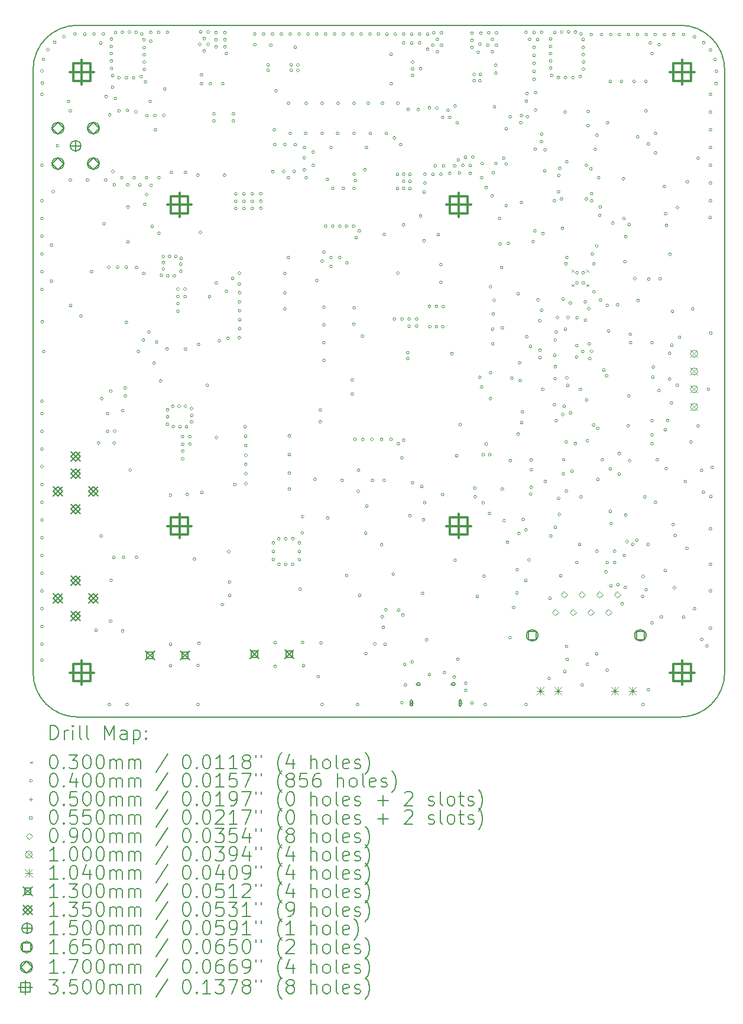
<source format=gbr>
%FSLAX45Y45*%
G04 Gerber Fmt 4.5, Leading zero omitted, Abs format (unit mm)*
G04 Created by KiCad (PCBNEW 6.0.2+dfsg-1) date 2023-04-26 18:20:12*
%MOMM*%
%LPD*%
G01*
G04 APERTURE LIST*
%TA.AperFunction,Profile*%
%ADD10C,0.200000*%
%TD*%
%ADD11C,0.200000*%
%ADD12C,0.030000*%
%ADD13C,0.040000*%
%ADD14C,0.050000*%
%ADD15C,0.055000*%
%ADD16C,0.090000*%
%ADD17C,0.100000*%
%ADD18C,0.104000*%
%ADD19C,0.130000*%
%ADD20C,0.135000*%
%ADD21C,0.150000*%
%ADD22C,0.165000*%
%ADD23C,0.170000*%
%ADD24C,0.350000*%
G04 APERTURE END LIST*
D10*
X9525000Y-3683000D02*
X18161000Y-3683000D01*
X18161000Y-13589000D02*
X9525000Y-13589000D01*
X18796000Y-4318000D02*
X18796000Y-12954000D01*
X8890000Y-12954000D02*
G75*
G03*
X9525000Y-13589000I635000J0D01*
G01*
X18796000Y-4318000D02*
G75*
G03*
X18161000Y-3683000I-635000J0D01*
G01*
X8890000Y-12954000D02*
X8890000Y-4318000D01*
X18161000Y-13589000D02*
G75*
G03*
X18796000Y-12954000I0J635000D01*
G01*
X9525000Y-3683000D02*
G75*
G03*
X8890000Y-4318000I0J-635000D01*
G01*
D11*
D12*
X16605900Y-7182500D02*
X16635900Y-7212500D01*
X16635900Y-7182500D02*
X16605900Y-7212500D01*
X16605900Y-7392500D02*
X16635900Y-7422500D01*
X16635900Y-7392500D02*
X16605900Y-7422500D01*
X16815900Y-7182500D02*
X16845900Y-7212500D01*
X16845900Y-7182500D02*
X16815900Y-7212500D01*
X16815900Y-7392500D02*
X16845900Y-7422500D01*
X16845900Y-7392500D02*
X16815900Y-7422500D01*
D13*
X9037000Y-4338320D02*
G75*
G03*
X9037000Y-4338320I-20000J0D01*
G01*
X9037000Y-4673600D02*
G75*
G03*
X9037000Y-4673600I-20000J0D01*
G01*
X9037000Y-5689600D02*
G75*
G03*
X9037000Y-5689600I-20000J0D01*
G01*
X9037000Y-6197600D02*
G75*
G03*
X9037000Y-6197600I-20000J0D01*
G01*
X9037000Y-6451600D02*
G75*
G03*
X9037000Y-6451600I-20000J0D01*
G01*
X9037000Y-6705600D02*
G75*
G03*
X9037000Y-6705600I-20000J0D01*
G01*
X9037000Y-6959600D02*
G75*
G03*
X9037000Y-6959600I-20000J0D01*
G01*
X9037000Y-7213600D02*
G75*
G03*
X9037000Y-7213600I-20000J0D01*
G01*
X9037000Y-7467600D02*
G75*
G03*
X9037000Y-7467600I-20000J0D01*
G01*
X9037000Y-9067800D02*
G75*
G03*
X9037000Y-9067800I-20000J0D01*
G01*
X9037000Y-9245600D02*
G75*
G03*
X9037000Y-9245600I-20000J0D01*
G01*
X9037000Y-9499600D02*
G75*
G03*
X9037000Y-9499600I-20000J0D01*
G01*
X9037000Y-9753600D02*
G75*
G03*
X9037000Y-9753600I-20000J0D01*
G01*
X9037000Y-10001250D02*
G75*
G03*
X9037000Y-10001250I-20000J0D01*
G01*
X9037000Y-10261600D02*
G75*
G03*
X9037000Y-10261600I-20000J0D01*
G01*
X9037000Y-10515600D02*
G75*
G03*
X9037000Y-10515600I-20000J0D01*
G01*
X9037000Y-10769600D02*
G75*
G03*
X9037000Y-10769600I-20000J0D01*
G01*
X9037000Y-11023600D02*
G75*
G03*
X9037000Y-11023600I-20000J0D01*
G01*
X9037000Y-11277600D02*
G75*
G03*
X9037000Y-11277600I-20000J0D01*
G01*
X9037000Y-11531600D02*
G75*
G03*
X9037000Y-11531600I-20000J0D01*
G01*
X9037000Y-11785600D02*
G75*
G03*
X9037000Y-11785600I-20000J0D01*
G01*
X9037000Y-12039600D02*
G75*
G03*
X9037000Y-12039600I-20000J0D01*
G01*
X9037000Y-12293600D02*
G75*
G03*
X9037000Y-12293600I-20000J0D01*
G01*
X9037000Y-12547600D02*
G75*
G03*
X9037000Y-12547600I-20000J0D01*
G01*
X9037000Y-12776200D02*
G75*
G03*
X9037000Y-12776200I-20000J0D01*
G01*
X9042080Y-4511040D02*
G75*
G03*
X9042080Y-4511040I-20000J0D01*
G01*
X9042080Y-7929880D02*
G75*
G03*
X9042080Y-7929880I-20000J0D01*
G01*
X9057320Y-4170680D02*
G75*
G03*
X9057320Y-4170680I-20000J0D01*
G01*
X9062400Y-8356600D02*
G75*
G03*
X9062400Y-8356600I-20000J0D01*
G01*
X9123360Y-4033520D02*
G75*
G03*
X9123360Y-4033520I-20000J0D01*
G01*
X9174160Y-6832600D02*
G75*
G03*
X9174160Y-6832600I-20000J0D01*
G01*
X9174160Y-7345680D02*
G75*
G03*
X9174160Y-7345680I-20000J0D01*
G01*
X9199560Y-6065520D02*
G75*
G03*
X9199560Y-6065520I-20000J0D01*
G01*
X9219880Y-3926840D02*
G75*
G03*
X9219880Y-3926840I-20000J0D01*
G01*
X9260520Y-5410200D02*
G75*
G03*
X9260520Y-5410200I-20000J0D01*
G01*
X9351960Y-3845560D02*
G75*
G03*
X9351960Y-3845560I-20000J0D01*
G01*
X9418000Y-4775200D02*
G75*
G03*
X9418000Y-4775200I-20000J0D01*
G01*
X9443400Y-4908550D02*
G75*
G03*
X9443400Y-4908550I-20000J0D01*
G01*
X9443400Y-5899150D02*
G75*
G03*
X9443400Y-5899150I-20000J0D01*
G01*
X9448480Y-7696200D02*
G75*
G03*
X9448480Y-7696200I-20000J0D01*
G01*
X9509440Y-3810000D02*
G75*
G03*
X9509440Y-3810000I-20000J0D01*
G01*
X9595800Y-7848600D02*
G75*
G03*
X9595800Y-7848600I-20000J0D01*
G01*
X9651680Y-3810000D02*
G75*
G03*
X9651680Y-3810000I-20000J0D01*
G01*
X9691050Y-5899150D02*
G75*
G03*
X9691050Y-5899150I-20000J0D01*
G01*
X9748200Y-7213600D02*
G75*
G03*
X9748200Y-7213600I-20000J0D01*
G01*
X9783760Y-3810000D02*
G75*
G03*
X9783760Y-3810000I-20000J0D01*
G01*
X9811700Y-12344400D02*
G75*
G03*
X9811700Y-12344400I-20000J0D01*
G01*
X9849800Y-9664700D02*
G75*
G03*
X9849800Y-9664700I-20000J0D01*
G01*
X9880280Y-3937000D02*
G75*
G03*
X9880280Y-3937000I-20000J0D01*
G01*
X9886884Y-10996168D02*
G75*
G03*
X9886884Y-10996168I-20000J0D01*
G01*
X9894250Y-9029700D02*
G75*
G03*
X9894250Y-9029700I-20000J0D01*
G01*
X9915840Y-3810000D02*
G75*
G03*
X9915840Y-3810000I-20000J0D01*
G01*
X9926000Y-6527800D02*
G75*
G03*
X9926000Y-6527800I-20000J0D01*
G01*
X9951400Y-5899150D02*
G75*
G03*
X9951400Y-5899150I-20000J0D01*
G01*
X9956480Y-4704080D02*
G75*
G03*
X9956480Y-4704080I-20000J0D01*
G01*
X9976800Y-9245600D02*
G75*
G03*
X9976800Y-9245600I-20000J0D01*
G01*
X9976800Y-9499600D02*
G75*
G03*
X9976800Y-9499600I-20000J0D01*
G01*
X9994580Y-7148830D02*
G75*
G03*
X9994580Y-7148830I-20000J0D01*
G01*
X10002200Y-13411200D02*
G75*
G03*
X10002200Y-13411200I-20000J0D01*
G01*
X10008550Y-4965700D02*
G75*
G03*
X10008550Y-4965700I-20000J0D01*
G01*
X10021250Y-12217400D02*
G75*
G03*
X10021250Y-12217400I-20000J0D01*
G01*
X10022520Y-8920480D02*
G75*
G03*
X10022520Y-8920480I-20000J0D01*
G01*
X10027600Y-11633200D02*
G75*
G03*
X10027600Y-11633200I-20000J0D01*
G01*
X10030140Y-3987800D02*
G75*
G03*
X10030140Y-3987800I-20000J0D01*
G01*
X10030140Y-4089400D02*
G75*
G03*
X10030140Y-4089400I-20000J0D01*
G01*
X10032680Y-3881120D02*
G75*
G03*
X10032680Y-3881120I-20000J0D01*
G01*
X10032680Y-4196080D02*
G75*
G03*
X10032680Y-4196080I-20000J0D01*
G01*
X10032680Y-4300220D02*
G75*
G03*
X10032680Y-4300220I-20000J0D01*
G01*
X10047920Y-4404360D02*
G75*
G03*
X10047920Y-4404360I-20000J0D01*
G01*
X10047920Y-4572000D02*
G75*
G03*
X10047920Y-4572000I-20000J0D01*
G01*
X10053254Y-5776976D02*
G75*
G03*
X10053254Y-5776976I-20000J0D01*
G01*
X10065700Y-11303000D02*
G75*
G03*
X10065700Y-11303000I-20000J0D01*
G01*
X10070780Y-9664700D02*
G75*
G03*
X10070780Y-9664700I-20000J0D01*
G01*
X10073320Y-5969000D02*
G75*
G03*
X10073320Y-5969000I-20000J0D01*
G01*
X10078400Y-9494520D02*
G75*
G03*
X10078400Y-9494520I-20000J0D01*
G01*
X10088560Y-4729480D02*
G75*
G03*
X10088560Y-4729480I-20000J0D01*
G01*
X10091100Y-3787140D02*
G75*
G03*
X10091100Y-3787140I-20000J0D01*
G01*
X10120056Y-7146544D02*
G75*
G03*
X10120056Y-7146544I-20000J0D01*
G01*
X10141900Y-4434840D02*
G75*
G03*
X10141900Y-4434840I-20000J0D01*
G01*
X10141900Y-4908550D02*
G75*
G03*
X10141900Y-4908550I-20000J0D01*
G01*
X10180000Y-5867400D02*
G75*
G03*
X10180000Y-5867400I-20000J0D01*
G01*
X10190160Y-3782060D02*
G75*
G03*
X10190160Y-3782060I-20000J0D01*
G01*
X10192700Y-12357100D02*
G75*
G03*
X10192700Y-12357100I-20000J0D01*
G01*
X10195240Y-9199880D02*
G75*
G03*
X10195240Y-9199880I-20000J0D01*
G01*
X10205400Y-11303000D02*
G75*
G03*
X10205400Y-11303000I-20000J0D01*
G01*
X10230800Y-8877300D02*
G75*
G03*
X10230800Y-8877300I-20000J0D01*
G01*
X10230800Y-8991600D02*
G75*
G03*
X10230800Y-8991600I-20000J0D01*
G01*
X10246040Y-4434840D02*
G75*
G03*
X10246040Y-4434840I-20000J0D01*
G01*
X10246040Y-7146290D02*
G75*
G03*
X10246040Y-7146290I-20000J0D01*
G01*
X10247564Y-7937500D02*
G75*
G03*
X10247564Y-7937500I-20000J0D01*
G01*
X10256200Y-13411200D02*
G75*
G03*
X10256200Y-13411200I-20000J0D01*
G01*
X10262550Y-4902200D02*
G75*
G03*
X10262550Y-4902200I-20000J0D01*
G01*
X10266360Y-5969000D02*
G75*
G03*
X10266360Y-5969000I-20000J0D01*
G01*
X10268900Y-6286500D02*
G75*
G03*
X10268900Y-6286500I-20000J0D01*
G01*
X10268900Y-6781800D02*
G75*
G03*
X10268900Y-6781800I-20000J0D01*
G01*
X10289220Y-3779520D02*
G75*
G03*
X10289220Y-3779520I-20000J0D01*
G01*
X10300904Y-10052050D02*
G75*
G03*
X10300904Y-10052050I-20000J0D01*
G01*
X10350180Y-4434840D02*
G75*
G03*
X10350180Y-4434840I-20000J0D01*
G01*
X10357800Y-5867400D02*
G75*
G03*
X10357800Y-5867400I-20000J0D01*
G01*
X10383200Y-4921250D02*
G75*
G03*
X10383200Y-4921250I-20000J0D01*
G01*
X10385740Y-3782060D02*
G75*
G03*
X10385740Y-3782060I-20000J0D01*
G01*
X10392344Y-7154672D02*
G75*
G03*
X10392344Y-7154672I-20000J0D01*
G01*
X10393360Y-11303000D02*
G75*
G03*
X10393360Y-11303000I-20000J0D01*
G01*
X10418760Y-8356600D02*
G75*
G03*
X10418760Y-8356600I-20000J0D01*
G01*
X10439080Y-5969000D02*
G75*
G03*
X10439080Y-5969000I-20000J0D01*
G01*
X10456860Y-4417060D02*
G75*
G03*
X10456860Y-4417060I-20000J0D01*
G01*
X10467020Y-3810000D02*
G75*
G03*
X10467020Y-3810000I-20000J0D01*
G01*
X10491150Y-8191500D02*
G75*
G03*
X10491150Y-8191500I-20000J0D01*
G01*
X10494960Y-7237730D02*
G75*
G03*
X10494960Y-7237730I-20000J0D01*
G01*
X10497500Y-3891280D02*
G75*
G03*
X10497500Y-3891280I-20000J0D01*
G01*
X10500040Y-4003040D02*
G75*
G03*
X10500040Y-4003040I-20000J0D01*
G01*
X10500040Y-4104640D02*
G75*
G03*
X10500040Y-4104640I-20000J0D01*
G01*
X10502580Y-4211320D02*
G75*
G03*
X10502580Y-4211320I-20000J0D01*
G01*
X10502580Y-4315460D02*
G75*
G03*
X10502580Y-4315460I-20000J0D01*
G01*
X10510200Y-6248400D02*
G75*
G03*
X10510200Y-6248400I-20000J0D01*
G01*
X10520360Y-4495800D02*
G75*
G03*
X10520360Y-4495800I-20000J0D01*
G01*
X10535600Y-5867400D02*
G75*
G03*
X10535600Y-5867400I-20000J0D01*
G01*
X10535600Y-6106160D02*
G75*
G03*
X10535600Y-6106160I-20000J0D01*
G01*
X10541950Y-4978400D02*
G75*
G03*
X10541950Y-4978400I-20000J0D01*
G01*
X10570700Y-8075100D02*
G75*
G03*
X10570700Y-8075100I-20000J0D01*
G01*
X10586400Y-4772914D02*
G75*
G03*
X10586400Y-4772914I-20000J0D01*
G01*
X10596560Y-3784600D02*
G75*
G03*
X10596560Y-3784600I-20000J0D01*
G01*
X10596560Y-3911600D02*
G75*
G03*
X10596560Y-3911600I-20000J0D01*
G01*
X10601640Y-5974080D02*
G75*
G03*
X10601640Y-5974080I-20000J0D01*
G01*
X10616880Y-6563360D02*
G75*
G03*
X10616880Y-6563360I-20000J0D01*
G01*
X10643550Y-8521700D02*
G75*
G03*
X10643550Y-8521700I-20000J0D01*
G01*
X10656250Y-4978400D02*
G75*
G03*
X10656250Y-4978400I-20000J0D01*
G01*
X10662600Y-5181600D02*
G75*
G03*
X10662600Y-5181600I-20000J0D01*
G01*
X10680380Y-8218932D02*
G75*
G03*
X10680380Y-8218932I-20000J0D01*
G01*
X10708320Y-3784600D02*
G75*
G03*
X10708320Y-3784600I-20000J0D01*
G01*
X10713400Y-5867400D02*
G75*
G03*
X10713400Y-5867400I-20000J0D01*
G01*
X10713400Y-6659880D02*
G75*
G03*
X10713400Y-6659880I-20000J0D01*
G01*
X10738800Y-8775700D02*
G75*
G03*
X10738800Y-8775700I-20000J0D01*
G01*
X10748452Y-7262368D02*
G75*
G03*
X10748452Y-7262368I-20000J0D01*
G01*
X10775376Y-6996176D02*
G75*
G03*
X10775376Y-6996176I-20000J0D01*
G01*
X10775376Y-7174484D02*
G75*
G03*
X10775376Y-7174484I-20000J0D01*
G01*
X10776392Y-7081520D02*
G75*
G03*
X10776392Y-7081520I-20000J0D01*
G01*
X10783250Y-4972050D02*
G75*
G03*
X10783250Y-4972050I-20000J0D01*
G01*
X10796204Y-4597400D02*
G75*
G03*
X10796204Y-4597400I-20000J0D01*
G01*
X10827700Y-8318500D02*
G75*
G03*
X10827700Y-8318500I-20000J0D01*
G01*
X10834558Y-9395714D02*
G75*
G03*
X10834558Y-9395714I-20000J0D01*
G01*
X10835320Y-3784600D02*
G75*
G03*
X10835320Y-3784600I-20000J0D01*
G01*
X10835828Y-9190990D02*
G75*
G03*
X10835828Y-9190990I-20000J0D01*
G01*
X10835828Y-9290050D02*
G75*
G03*
X10835828Y-9290050I-20000J0D01*
G01*
X10838622Y-7272274D02*
G75*
G03*
X10838622Y-7272274I-20000J0D01*
G01*
X10865038Y-6993382D02*
G75*
G03*
X10865038Y-6993382I-20000J0D01*
G01*
X10877484Y-10414000D02*
G75*
G03*
X10877484Y-10414000I-20000J0D01*
G01*
X10878500Y-12547600D02*
G75*
G03*
X10878500Y-12547600I-20000J0D01*
G01*
X10878500Y-12852400D02*
G75*
G03*
X10878500Y-12852400I-20000J0D01*
G01*
X10891200Y-5791200D02*
G75*
G03*
X10891200Y-5791200I-20000J0D01*
G01*
X10909996Y-9139428D02*
G75*
G03*
X10909996Y-9139428I-20000J0D01*
G01*
X10919902Y-9430766D02*
G75*
G03*
X10919902Y-9430766I-20000J0D01*
G01*
X10933110Y-7270496D02*
G75*
G03*
X10933110Y-7270496I-20000J0D01*
G01*
X10953684Y-6994652D02*
G75*
G03*
X10953684Y-6994652I-20000J0D01*
G01*
X10983910Y-7461250D02*
G75*
G03*
X10983910Y-7461250I-20000J0D01*
G01*
X10985180Y-7569200D02*
G75*
G03*
X10985180Y-7569200I-20000J0D01*
G01*
X10985180Y-7669530D02*
G75*
G03*
X10985180Y-7669530I-20000J0D01*
G01*
X10985180Y-7778750D02*
G75*
G03*
X10985180Y-7778750I-20000J0D01*
G01*
X11002452Y-9139428D02*
G75*
G03*
X11002452Y-9139428I-20000J0D01*
G01*
X11014390Y-9431782D02*
G75*
G03*
X11014390Y-9431782I-20000J0D01*
G01*
X11026074Y-7104888D02*
G75*
G03*
X11026074Y-7104888I-20000J0D01*
G01*
X11026836Y-7204456D02*
G75*
G03*
X11026836Y-7204456I-20000J0D01*
G01*
X11030646Y-7020306D02*
G75*
G03*
X11030646Y-7020306I-20000J0D01*
G01*
X11052490Y-9574530D02*
G75*
G03*
X11052490Y-9574530I-20000J0D01*
G01*
X11053760Y-9682480D02*
G75*
G03*
X11053760Y-9682480I-20000J0D01*
G01*
X11053760Y-9782810D02*
G75*
G03*
X11053760Y-9782810I-20000J0D01*
G01*
X11053760Y-9892030D02*
G75*
G03*
X11053760Y-9892030I-20000J0D01*
G01*
X11086780Y-7461250D02*
G75*
G03*
X11086780Y-7461250I-20000J0D01*
G01*
X11088050Y-7567930D02*
G75*
G03*
X11088050Y-7567930I-20000J0D01*
G01*
X11093638Y-9138412D02*
G75*
G03*
X11093638Y-9138412I-20000J0D01*
G01*
X11094400Y-5791200D02*
G75*
G03*
X11094400Y-5791200I-20000J0D01*
G01*
X11094400Y-8319516D02*
G75*
G03*
X11094400Y-8319516I-20000J0D01*
G01*
X11107608Y-9431782D02*
G75*
G03*
X11107608Y-9431782I-20000J0D01*
G01*
X11119800Y-10401300D02*
G75*
G03*
X11119800Y-10401300I-20000J0D01*
G01*
X11155360Y-9574530D02*
G75*
G03*
X11155360Y-9574530I-20000J0D01*
G01*
X11156630Y-9681210D02*
G75*
G03*
X11156630Y-9681210I-20000J0D01*
G01*
X11179490Y-9172194D02*
G75*
G03*
X11179490Y-9172194I-20000J0D01*
G01*
X11181522Y-9362186D02*
G75*
G03*
X11181522Y-9362186I-20000J0D01*
G01*
X11182792Y-9271000D02*
G75*
G03*
X11182792Y-9271000I-20000J0D01*
G01*
X11221400Y-11328400D02*
G75*
G03*
X11221400Y-11328400I-20000J0D01*
G01*
X11272200Y-5829300D02*
G75*
G03*
X11272200Y-5829300I-20000J0D01*
G01*
X11272200Y-12852400D02*
G75*
G03*
X11272200Y-12852400I-20000J0D01*
G01*
X11272200Y-13411200D02*
G75*
G03*
X11272200Y-13411200I-20000J0D01*
G01*
X11279566Y-8252714D02*
G75*
G03*
X11279566Y-8252714I-20000J0D01*
G01*
X11284900Y-12534900D02*
G75*
G03*
X11284900Y-12534900I-20000J0D01*
G01*
X11297600Y-3956050D02*
G75*
G03*
X11297600Y-3956050I-20000J0D01*
G01*
X11307760Y-6649720D02*
G75*
G03*
X11307760Y-6649720I-20000J0D01*
G01*
X11310300Y-3778250D02*
G75*
G03*
X11310300Y-3778250I-20000J0D01*
G01*
X11323000Y-4394200D02*
G75*
G03*
X11323000Y-4394200I-20000J0D01*
G01*
X11323000Y-4521200D02*
G75*
G03*
X11323000Y-4521200I-20000J0D01*
G01*
X11328842Y-10373360D02*
G75*
G03*
X11328842Y-10373360I-20000J0D01*
G01*
X11361100Y-3873500D02*
G75*
G03*
X11361100Y-3873500I-20000J0D01*
G01*
X11361100Y-4051300D02*
G75*
G03*
X11361100Y-4051300I-20000J0D01*
G01*
X11405550Y-8839200D02*
G75*
G03*
X11405550Y-8839200I-20000J0D01*
G01*
X11418250Y-3778250D02*
G75*
G03*
X11418250Y-3778250I-20000J0D01*
G01*
X11418250Y-3956050D02*
G75*
G03*
X11418250Y-3956050I-20000J0D01*
G01*
X11436792Y-7569708D02*
G75*
G03*
X11436792Y-7569708I-20000J0D01*
G01*
X11450000Y-4521200D02*
G75*
G03*
X11450000Y-4521200I-20000J0D01*
G01*
X11500800Y-4953000D02*
G75*
G03*
X11500800Y-4953000I-20000J0D01*
G01*
X11500800Y-5054600D02*
G75*
G03*
X11500800Y-5054600I-20000J0D01*
G01*
X11531280Y-3789680D02*
G75*
G03*
X11531280Y-3789680I-20000J0D01*
G01*
X11531280Y-3891280D02*
G75*
G03*
X11531280Y-3891280I-20000J0D01*
G01*
X11531280Y-3992880D02*
G75*
G03*
X11531280Y-3992880I-20000J0D01*
G01*
X11532550Y-7372350D02*
G75*
G03*
X11532550Y-7372350I-20000J0D01*
G01*
X11536360Y-9585960D02*
G75*
G03*
X11536360Y-9585960I-20000J0D01*
G01*
X11577000Y-8204200D02*
G75*
G03*
X11577000Y-8204200I-20000J0D01*
G01*
X11622720Y-11978640D02*
G75*
G03*
X11622720Y-11978640I-20000J0D01*
G01*
X11627800Y-4521200D02*
G75*
G03*
X11627800Y-4521200I-20000J0D01*
G01*
X11653200Y-5829300D02*
G75*
G03*
X11653200Y-5829300I-20000J0D01*
G01*
X11658280Y-3789680D02*
G75*
G03*
X11658280Y-3789680I-20000J0D01*
G01*
X11658280Y-3891280D02*
G75*
G03*
X11658280Y-3891280I-20000J0D01*
G01*
X11658280Y-3992880D02*
G75*
G03*
X11658280Y-3992880I-20000J0D01*
G01*
X11678600Y-4089400D02*
G75*
G03*
X11678600Y-4089400I-20000J0D01*
G01*
X11678600Y-7493000D02*
G75*
G03*
X11678600Y-7493000I-20000J0D01*
G01*
X11704000Y-8166100D02*
G75*
G03*
X11704000Y-8166100I-20000J0D01*
G01*
X11713200Y-11220100D02*
G75*
G03*
X11713200Y-11220100I-20000J0D01*
G01*
X11724320Y-11658600D02*
G75*
G03*
X11724320Y-11658600I-20000J0D01*
G01*
X11724320Y-11846560D02*
G75*
G03*
X11724320Y-11846560I-20000J0D01*
G01*
X11767500Y-7308850D02*
G75*
G03*
X11767500Y-7308850I-20000J0D01*
G01*
X11780200Y-4953000D02*
G75*
G03*
X11780200Y-4953000I-20000J0D01*
G01*
X11780200Y-5054600D02*
G75*
G03*
X11780200Y-5054600I-20000J0D01*
G01*
X11800520Y-10261600D02*
G75*
G03*
X11800520Y-10261600I-20000J0D01*
G01*
X11813220Y-6097270D02*
G75*
G03*
X11813220Y-6097270I-20000J0D01*
G01*
X11813220Y-6203950D02*
G75*
G03*
X11813220Y-6203950I-20000J0D01*
G01*
X11813220Y-6305550D02*
G75*
G03*
X11813220Y-6305550I-20000J0D01*
G01*
X11864528Y-7387844D02*
G75*
G03*
X11864528Y-7387844I-20000J0D01*
G01*
X11865036Y-7233920D02*
G75*
G03*
X11865036Y-7233920I-20000J0D01*
G01*
X11865036Y-8157718D02*
G75*
G03*
X11865036Y-8157718I-20000J0D01*
G01*
X11867068Y-7645400D02*
G75*
G03*
X11867068Y-7645400I-20000J0D01*
G01*
X11868592Y-7514844D02*
G75*
G03*
X11868592Y-7514844I-20000J0D01*
G01*
X11868592Y-7771384D02*
G75*
G03*
X11868592Y-7771384I-20000J0D01*
G01*
X11868846Y-7901178D02*
G75*
G03*
X11868846Y-7901178I-20000J0D01*
G01*
X11871386Y-8028178D02*
G75*
G03*
X11871386Y-8028178I-20000J0D01*
G01*
X11930060Y-6097270D02*
G75*
G03*
X11930060Y-6097270I-20000J0D01*
G01*
X11930060Y-6203950D02*
G75*
G03*
X11930060Y-6203950I-20000J0D01*
G01*
X11930060Y-6305550D02*
G75*
G03*
X11930060Y-6305550I-20000J0D01*
G01*
X11948348Y-9433560D02*
G75*
G03*
X11948348Y-9433560I-20000J0D01*
G01*
X11954952Y-9569704D02*
G75*
G03*
X11954952Y-9569704I-20000J0D01*
G01*
X11955206Y-9701784D02*
G75*
G03*
X11955206Y-9701784I-20000J0D01*
G01*
X11956730Y-9968992D02*
G75*
G03*
X11956730Y-9968992I-20000J0D01*
G01*
X11958000Y-9840722D02*
G75*
G03*
X11958000Y-9840722I-20000J0D01*
G01*
X11958000Y-10102342D02*
G75*
G03*
X11958000Y-10102342I-20000J0D01*
G01*
X11958000Y-10246360D02*
G75*
G03*
X11958000Y-10246360I-20000J0D01*
G01*
X12050710Y-6097270D02*
G75*
G03*
X12050710Y-6097270I-20000J0D01*
G01*
X12050710Y-6203950D02*
G75*
G03*
X12050710Y-6203950I-20000J0D01*
G01*
X12050710Y-6305550D02*
G75*
G03*
X12050710Y-6305550I-20000J0D01*
G01*
X12085000Y-3810000D02*
G75*
G03*
X12085000Y-3810000I-20000J0D01*
G01*
X12087540Y-3959860D02*
G75*
G03*
X12087540Y-3959860I-20000J0D01*
G01*
X12172630Y-6094730D02*
G75*
G03*
X12172630Y-6094730I-20000J0D01*
G01*
X12172630Y-6201410D02*
G75*
G03*
X12172630Y-6201410I-20000J0D01*
G01*
X12172630Y-6303010D02*
G75*
G03*
X12172630Y-6303010I-20000J0D01*
G01*
X12212000Y-3810000D02*
G75*
G03*
X12212000Y-3810000I-20000J0D01*
G01*
X12278040Y-4251960D02*
G75*
G03*
X12278040Y-4251960I-20000J0D01*
G01*
X12278040Y-4328160D02*
G75*
G03*
X12278040Y-4328160I-20000J0D01*
G01*
X12316140Y-3968750D02*
G75*
G03*
X12316140Y-3968750I-20000J0D01*
G01*
X12339000Y-3810000D02*
G75*
G03*
X12339000Y-3810000I-20000J0D01*
G01*
X12345096Y-5779008D02*
G75*
G03*
X12345096Y-5779008I-20000J0D01*
G01*
X12351700Y-11094720D02*
G75*
G03*
X12351700Y-11094720I-20000J0D01*
G01*
X12351700Y-11219180D02*
G75*
G03*
X12351700Y-11219180I-20000J0D01*
G01*
X12351700Y-11336020D02*
G75*
G03*
X12351700Y-11336020I-20000J0D01*
G01*
X12364400Y-5181600D02*
G75*
G03*
X12364400Y-5181600I-20000J0D01*
G01*
X12371512Y-5390896D02*
G75*
G03*
X12371512Y-5390896I-20000J0D01*
G01*
X12377100Y-12522200D02*
G75*
G03*
X12377100Y-12522200I-20000J0D01*
G01*
X12377100Y-12865100D02*
G75*
G03*
X12377100Y-12865100I-20000J0D01*
G01*
X12389800Y-4622800D02*
G75*
G03*
X12389800Y-4622800I-20000J0D01*
G01*
X12430440Y-11036300D02*
G75*
G03*
X12430440Y-11036300I-20000J0D01*
G01*
X12430440Y-11402060D02*
G75*
G03*
X12430440Y-11402060I-20000J0D01*
G01*
X12466000Y-3810000D02*
G75*
G03*
X12466000Y-3810000I-20000J0D01*
G01*
X12499528Y-5776976D02*
G75*
G03*
X12499528Y-5776976I-20000J0D01*
G01*
X12516800Y-5390896D02*
G75*
G03*
X12516800Y-5390896I-20000J0D01*
G01*
X12516800Y-7239000D02*
G75*
G03*
X12516800Y-7239000I-20000J0D01*
G01*
X12516800Y-7518400D02*
G75*
G03*
X12516800Y-7518400I-20000J0D01*
G01*
X12516800Y-7747000D02*
G75*
G03*
X12516800Y-7747000I-20000J0D01*
G01*
X12526960Y-11036300D02*
G75*
G03*
X12526960Y-11036300I-20000J0D01*
G01*
X12526960Y-11402060D02*
G75*
G03*
X12526960Y-11402060I-20000J0D01*
G01*
X12567600Y-4800600D02*
G75*
G03*
X12567600Y-4800600I-20000J0D01*
G01*
X12567600Y-5867400D02*
G75*
G03*
X12567600Y-5867400I-20000J0D01*
G01*
X12567600Y-7010400D02*
G75*
G03*
X12567600Y-7010400I-20000J0D01*
G01*
X12580300Y-9563100D02*
G75*
G03*
X12580300Y-9563100I-20000J0D01*
G01*
X12580300Y-9829800D02*
G75*
G03*
X12580300Y-9829800I-20000J0D01*
G01*
X12580300Y-10096500D02*
G75*
G03*
X12580300Y-10096500I-20000J0D01*
G01*
X12580300Y-10325100D02*
G75*
G03*
X12580300Y-10325100I-20000J0D01*
G01*
X12593000Y-3810000D02*
G75*
G03*
X12593000Y-3810000I-20000J0D01*
G01*
X12593000Y-5232400D02*
G75*
G03*
X12593000Y-5232400I-20000J0D01*
G01*
X12608240Y-4251960D02*
G75*
G03*
X12608240Y-4251960I-20000J0D01*
G01*
X12608240Y-4328160D02*
G75*
G03*
X12608240Y-4328160I-20000J0D01*
G01*
X12631100Y-11036300D02*
G75*
G03*
X12631100Y-11036300I-20000J0D01*
G01*
X12631100Y-11402060D02*
G75*
G03*
X12631100Y-11402060I-20000J0D01*
G01*
X12650912Y-5775198D02*
G75*
G03*
X12650912Y-5775198I-20000J0D01*
G01*
X12664120Y-3997960D02*
G75*
G03*
X12664120Y-3997960I-20000J0D01*
G01*
X12665644Y-5392420D02*
G75*
G03*
X12665644Y-5392420I-20000J0D01*
G01*
X12703490Y-4251960D02*
G75*
G03*
X12703490Y-4251960I-20000J0D01*
G01*
X12703490Y-4328160D02*
G75*
G03*
X12703490Y-4328160I-20000J0D01*
G01*
X12720000Y-3810000D02*
G75*
G03*
X12720000Y-3810000I-20000J0D01*
G01*
X12725080Y-11094720D02*
G75*
G03*
X12725080Y-11094720I-20000J0D01*
G01*
X12725080Y-11219180D02*
G75*
G03*
X12725080Y-11219180I-20000J0D01*
G01*
X12725080Y-11336020D02*
G75*
G03*
X12725080Y-11336020I-20000J0D01*
G01*
X12735240Y-11760200D02*
G75*
G03*
X12735240Y-11760200I-20000J0D01*
G01*
X12765720Y-10952480D02*
G75*
G03*
X12765720Y-10952480I-20000J0D01*
G01*
X12770700Y-10720100D02*
G75*
G03*
X12770700Y-10720100I-20000J0D01*
G01*
X12770800Y-12522200D02*
G75*
G03*
X12770800Y-12522200I-20000J0D01*
G01*
X12783500Y-12852400D02*
G75*
G03*
X12783500Y-12852400I-20000J0D01*
G01*
X12796200Y-5435600D02*
G75*
G03*
X12796200Y-5435600I-20000J0D01*
G01*
X12796200Y-5580634D02*
G75*
G03*
X12796200Y-5580634I-20000J0D01*
G01*
X12796200Y-5753100D02*
G75*
G03*
X12796200Y-5753100I-20000J0D01*
G01*
X12815250Y-5232400D02*
G75*
G03*
X12815250Y-5232400I-20000J0D01*
G01*
X12821600Y-4800600D02*
G75*
G03*
X12821600Y-4800600I-20000J0D01*
G01*
X12821600Y-5867400D02*
G75*
G03*
X12821600Y-5867400I-20000J0D01*
G01*
X12847000Y-3810000D02*
G75*
G03*
X12847000Y-3810000I-20000J0D01*
G01*
X12923200Y-5499100D02*
G75*
G03*
X12923200Y-5499100I-20000J0D01*
G01*
X12923200Y-5689600D02*
G75*
G03*
X12923200Y-5689600I-20000J0D01*
G01*
X12948600Y-10185400D02*
G75*
G03*
X12948600Y-10185400I-20000J0D01*
G01*
X12974000Y-3810000D02*
G75*
G03*
X12974000Y-3810000I-20000J0D01*
G01*
X12974000Y-7340600D02*
G75*
G03*
X12974000Y-7340600I-20000J0D01*
G01*
X12994320Y-13009880D02*
G75*
G03*
X12994320Y-13009880I-20000J0D01*
G01*
X13024800Y-9194800D02*
G75*
G03*
X13024800Y-9194800I-20000J0D01*
G01*
X13024800Y-9359900D02*
G75*
G03*
X13024800Y-9359900I-20000J0D01*
G01*
X13034960Y-12527280D02*
G75*
G03*
X13034960Y-12527280I-20000J0D01*
G01*
X13050200Y-4800600D02*
G75*
G03*
X13050200Y-4800600I-20000J0D01*
G01*
X13050200Y-5232400D02*
G75*
G03*
X13050200Y-5232400I-20000J0D01*
G01*
X13050200Y-7061200D02*
G75*
G03*
X13050200Y-7061200I-20000J0D01*
G01*
X13050200Y-13411200D02*
G75*
G03*
X13050200Y-13411200I-20000J0D01*
G01*
X13075600Y-6934200D02*
G75*
G03*
X13075600Y-6934200I-20000J0D01*
G01*
X13075600Y-7721600D02*
G75*
G03*
X13075600Y-7721600I-20000J0D01*
G01*
X13075600Y-7975600D02*
G75*
G03*
X13075600Y-7975600I-20000J0D01*
G01*
X13075600Y-8229600D02*
G75*
G03*
X13075600Y-8229600I-20000J0D01*
G01*
X13075600Y-8483600D02*
G75*
G03*
X13075600Y-8483600I-20000J0D01*
G01*
X13101000Y-3810000D02*
G75*
G03*
X13101000Y-3810000I-20000J0D01*
G01*
X13101000Y-6559550D02*
G75*
G03*
X13101000Y-6559550I-20000J0D01*
G01*
X13126400Y-5892800D02*
G75*
G03*
X13126400Y-5892800I-20000J0D01*
G01*
X13131480Y-10739120D02*
G75*
G03*
X13131480Y-10739120I-20000J0D01*
G01*
X13177200Y-5432552D02*
G75*
G03*
X13177200Y-5432552I-20000J0D01*
G01*
X13177200Y-7010400D02*
G75*
G03*
X13177200Y-7010400I-20000J0D01*
G01*
X13177200Y-7137400D02*
G75*
G03*
X13177200Y-7137400I-20000J0D01*
G01*
X13202600Y-6019800D02*
G75*
G03*
X13202600Y-6019800I-20000J0D01*
G01*
X13202600Y-6559550D02*
G75*
G03*
X13202600Y-6559550I-20000J0D01*
G01*
X13228000Y-3810000D02*
G75*
G03*
X13228000Y-3810000I-20000J0D01*
G01*
X13272450Y-5232400D02*
G75*
G03*
X13272450Y-5232400I-20000J0D01*
G01*
X13278800Y-4800600D02*
G75*
G03*
X13278800Y-4800600I-20000J0D01*
G01*
X13304200Y-7009130D02*
G75*
G03*
X13304200Y-7009130I-20000J0D01*
G01*
X13305470Y-6560820D02*
G75*
G03*
X13305470Y-6560820I-20000J0D01*
G01*
X13334680Y-10200640D02*
G75*
G03*
X13334680Y-10200640I-20000J0D01*
G01*
X13355000Y-3810000D02*
G75*
G03*
X13355000Y-3810000I-20000J0D01*
G01*
X13355000Y-6019800D02*
G75*
G03*
X13355000Y-6019800I-20000J0D01*
G01*
X13400720Y-6560820D02*
G75*
G03*
X13400720Y-6560820I-20000J0D01*
G01*
X13400720Y-11562080D02*
G75*
G03*
X13400720Y-11562080I-20000J0D01*
G01*
X13405800Y-7086600D02*
G75*
G03*
X13405800Y-7086600I-20000J0D01*
G01*
X13482000Y-3810000D02*
G75*
G03*
X13482000Y-3810000I-20000J0D01*
G01*
X13482000Y-8763000D02*
G75*
G03*
X13482000Y-8763000I-20000J0D01*
G01*
X13482000Y-8966200D02*
G75*
G03*
X13482000Y-8966200I-20000J0D01*
G01*
X13501050Y-6559550D02*
G75*
G03*
X13501050Y-6559550I-20000J0D01*
G01*
X13503844Y-7964424D02*
G75*
G03*
X13503844Y-7964424I-20000J0D01*
G01*
X13507400Y-4800600D02*
G75*
G03*
X13507400Y-4800600I-20000J0D01*
G01*
X13507400Y-5232400D02*
G75*
G03*
X13507400Y-5232400I-20000J0D01*
G01*
X13507400Y-5816600D02*
G75*
G03*
X13507400Y-5816600I-20000J0D01*
G01*
X13507400Y-6019800D02*
G75*
G03*
X13507400Y-6019800I-20000J0D01*
G01*
X13509940Y-7728712D02*
G75*
G03*
X13509940Y-7728712I-20000J0D01*
G01*
X13520100Y-9612376D02*
G75*
G03*
X13520100Y-9612376I-20000J0D01*
G01*
X13526450Y-5910072D02*
G75*
G03*
X13526450Y-5910072I-20000J0D01*
G01*
X13539150Y-6724650D02*
G75*
G03*
X13539150Y-6724650I-20000J0D01*
G01*
X13558200Y-13411200D02*
G75*
G03*
X13558200Y-13411200I-20000J0D01*
G01*
X13568360Y-10358120D02*
G75*
G03*
X13568360Y-10358120I-20000J0D01*
G01*
X13573440Y-10053320D02*
G75*
G03*
X13573440Y-10053320I-20000J0D01*
G01*
X13583600Y-6629400D02*
G75*
G03*
X13583600Y-6629400I-20000J0D01*
G01*
X13588680Y-11846560D02*
G75*
G03*
X13588680Y-11846560I-20000J0D01*
G01*
X13609000Y-3810000D02*
G75*
G03*
X13609000Y-3810000I-20000J0D01*
G01*
X13628304Y-8136382D02*
G75*
G03*
X13628304Y-8136382I-20000J0D01*
G01*
X13634400Y-9613900D02*
G75*
G03*
X13634400Y-9613900I-20000J0D01*
G01*
X13664626Y-5752338D02*
G75*
G03*
X13664626Y-5752338I-20000J0D01*
G01*
X13675040Y-10957560D02*
G75*
G03*
X13675040Y-10957560I-20000J0D01*
G01*
X13677580Y-12679680D02*
G75*
G03*
X13677580Y-12679680I-20000J0D01*
G01*
X13685200Y-5432552D02*
G75*
G03*
X13685200Y-5432552I-20000J0D01*
G01*
X13690280Y-10566400D02*
G75*
G03*
X13690280Y-10566400I-20000J0D01*
G01*
X13710600Y-4800600D02*
G75*
G03*
X13710600Y-4800600I-20000J0D01*
G01*
X13736000Y-3810000D02*
G75*
G03*
X13736000Y-3810000I-20000J0D01*
G01*
X13742350Y-5232400D02*
G75*
G03*
X13742350Y-5232400I-20000J0D01*
G01*
X13761400Y-9611868D02*
G75*
G03*
X13761400Y-9611868I-20000J0D01*
G01*
X13771560Y-10200640D02*
G75*
G03*
X13771560Y-10200640I-20000J0D01*
G01*
X13804580Y-12542520D02*
G75*
G03*
X13804580Y-12542520I-20000J0D01*
G01*
X13856650Y-3810000D02*
G75*
G03*
X13856650Y-3810000I-20000J0D01*
G01*
X13901100Y-9613900D02*
G75*
G03*
X13901100Y-9613900I-20000J0D01*
G01*
X13903640Y-11120120D02*
G75*
G03*
X13903640Y-11120120I-20000J0D01*
G01*
X13913800Y-4800600D02*
G75*
G03*
X13913800Y-4800600I-20000J0D01*
G01*
X13913800Y-12153900D02*
G75*
G03*
X13913800Y-12153900I-20000J0D01*
G01*
X13926500Y-12306300D02*
G75*
G03*
X13926500Y-12306300I-20000J0D01*
G01*
X13939200Y-6680200D02*
G75*
G03*
X13939200Y-6680200I-20000J0D01*
G01*
X13939200Y-10200640D02*
G75*
G03*
X13939200Y-10200640I-20000J0D01*
G01*
X13951900Y-12547600D02*
G75*
G03*
X13951900Y-12547600I-20000J0D01*
G01*
X13964600Y-12052300D02*
G75*
G03*
X13964600Y-12052300I-20000J0D01*
G01*
X13970950Y-5232400D02*
G75*
G03*
X13970950Y-5232400I-20000J0D01*
G01*
X13977300Y-3810000D02*
G75*
G03*
X13977300Y-3810000I-20000J0D01*
G01*
X14035720Y-4099560D02*
G75*
G03*
X14035720Y-4099560I-20000J0D01*
G01*
X14036482Y-9612376D02*
G75*
G03*
X14036482Y-9612376I-20000J0D01*
G01*
X14040800Y-4521200D02*
G75*
G03*
X14040800Y-4521200I-20000J0D01*
G01*
X14068740Y-11541760D02*
G75*
G03*
X14068740Y-11541760I-20000J0D01*
G01*
X14085250Y-5295900D02*
G75*
G03*
X14085250Y-5295900I-20000J0D01*
G01*
X14086266Y-7890764D02*
G75*
G03*
X14086266Y-7890764I-20000J0D01*
G01*
X14097950Y-3810000D02*
G75*
G03*
X14097950Y-3810000I-20000J0D01*
G01*
X14129700Y-5816600D02*
G75*
G03*
X14129700Y-5816600I-20000J0D01*
G01*
X14129700Y-6019800D02*
G75*
G03*
X14129700Y-6019800I-20000J0D01*
G01*
X14136050Y-4800600D02*
G75*
G03*
X14136050Y-4800600I-20000J0D01*
G01*
X14136558Y-7232650D02*
G75*
G03*
X14136558Y-7232650I-20000J0D01*
G01*
X14142400Y-9677400D02*
G75*
G03*
X14142400Y-9677400I-20000J0D01*
G01*
X14144940Y-12057380D02*
G75*
G03*
X14144940Y-12057380I-20000J0D01*
G01*
X14174150Y-5391150D02*
G75*
G03*
X14174150Y-5391150I-20000J0D01*
G01*
X14193200Y-9880600D02*
G75*
G03*
X14193200Y-9880600I-20000J0D01*
G01*
X14193200Y-13385800D02*
G75*
G03*
X14193200Y-13385800I-20000J0D01*
G01*
X14195486Y-7890764D02*
G75*
G03*
X14195486Y-7890764I-20000J0D01*
G01*
X14205900Y-12128500D02*
G75*
G03*
X14205900Y-12128500I-20000J0D01*
G01*
X14218600Y-3810000D02*
G75*
G03*
X14218600Y-3810000I-20000J0D01*
G01*
X14218600Y-3937000D02*
G75*
G03*
X14218600Y-3937000I-20000J0D01*
G01*
X14218600Y-5816600D02*
G75*
G03*
X14218600Y-5816600I-20000J0D01*
G01*
X14218600Y-5918200D02*
G75*
G03*
X14218600Y-5918200I-20000J0D01*
G01*
X14218600Y-6019800D02*
G75*
G03*
X14218600Y-6019800I-20000J0D01*
G01*
X14218600Y-6540500D02*
G75*
G03*
X14218600Y-6540500I-20000J0D01*
G01*
X14218600Y-9626600D02*
G75*
G03*
X14218600Y-9626600I-20000J0D01*
G01*
X14233840Y-12837160D02*
G75*
G03*
X14233840Y-12837160I-20000J0D01*
G01*
X14244000Y-13131800D02*
G75*
G03*
X14244000Y-13131800I-20000J0D01*
G01*
X14277020Y-8370824D02*
G75*
G03*
X14277020Y-8370824I-20000J0D01*
G01*
X14277528Y-8454644D02*
G75*
G03*
X14277528Y-8454644I-20000J0D01*
G01*
X14282100Y-4889500D02*
G75*
G03*
X14282100Y-4889500I-20000J0D01*
G01*
X14295816Y-7890764D02*
G75*
G03*
X14295816Y-7890764I-20000J0D01*
G01*
X14297086Y-7993634D02*
G75*
G03*
X14297086Y-7993634I-20000J0D01*
G01*
X14307500Y-5816600D02*
G75*
G03*
X14307500Y-5816600I-20000J0D01*
G01*
X14307500Y-5918200D02*
G75*
G03*
X14307500Y-5918200I-20000J0D01*
G01*
X14307500Y-6019800D02*
G75*
G03*
X14307500Y-6019800I-20000J0D01*
G01*
X14307500Y-10706100D02*
G75*
G03*
X14307500Y-10706100I-20000J0D01*
G01*
X14332900Y-3810000D02*
G75*
G03*
X14332900Y-3810000I-20000J0D01*
G01*
X14332900Y-3937000D02*
G75*
G03*
X14332900Y-3937000I-20000J0D01*
G01*
X14340520Y-12801600D02*
G75*
G03*
X14340520Y-12801600I-20000J0D01*
G01*
X14345600Y-4211320D02*
G75*
G03*
X14345600Y-4211320I-20000J0D01*
G01*
X14345600Y-4307840D02*
G75*
G03*
X14345600Y-4307840I-20000J0D01*
G01*
X14345600Y-4399280D02*
G75*
G03*
X14345600Y-4399280I-20000J0D01*
G01*
X14345600Y-10236200D02*
G75*
G03*
X14345600Y-10236200I-20000J0D01*
G01*
X14403766Y-7889494D02*
G75*
G03*
X14403766Y-7889494I-20000J0D01*
G01*
X14403766Y-7992364D02*
G75*
G03*
X14403766Y-7992364I-20000J0D01*
G01*
X14428150Y-4889500D02*
G75*
G03*
X14428150Y-4889500I-20000J0D01*
G01*
X14447200Y-3810000D02*
G75*
G03*
X14447200Y-3810000I-20000J0D01*
G01*
X14447200Y-3937000D02*
G75*
G03*
X14447200Y-3937000I-20000J0D01*
G01*
X14459900Y-4305300D02*
G75*
G03*
X14459900Y-4305300I-20000J0D01*
G01*
X14459900Y-6413500D02*
G75*
G03*
X14459900Y-6413500I-20000J0D01*
G01*
X14477680Y-10287000D02*
G75*
G03*
X14477680Y-10287000I-20000J0D01*
G01*
X14488200Y-11817600D02*
G75*
G03*
X14488200Y-11817600I-20000J0D01*
G01*
X14503080Y-10764520D02*
G75*
G03*
X14503080Y-10764520I-20000J0D01*
G01*
X14510700Y-6070600D02*
G75*
G03*
X14510700Y-6070600I-20000J0D01*
G01*
X14510700Y-6769100D02*
G75*
G03*
X14510700Y-6769100I-20000J0D01*
G01*
X14518320Y-10518140D02*
G75*
G03*
X14518320Y-10518140I-20000J0D01*
G01*
X14523400Y-5816600D02*
G75*
G03*
X14523400Y-5816600I-20000J0D01*
G01*
X14523400Y-5943600D02*
G75*
G03*
X14523400Y-5943600I-20000J0D01*
G01*
X14548800Y-12484100D02*
G75*
G03*
X14548800Y-12484100I-20000J0D01*
G01*
X14561500Y-3810000D02*
G75*
G03*
X14561500Y-3810000I-20000J0D01*
G01*
X14561500Y-4025900D02*
G75*
G03*
X14561500Y-4025900I-20000J0D01*
G01*
X14586900Y-12979400D02*
G75*
G03*
X14586900Y-12979400I-20000J0D01*
G01*
X14586900Y-4864100D02*
G75*
G03*
X14586900Y-4864100I-20000J0D01*
G01*
X14586900Y-7708900D02*
G75*
G03*
X14586900Y-7708900I-20000J0D01*
G01*
X14595536Y-7998206D02*
G75*
G03*
X14595536Y-7998206I-20000J0D01*
G01*
X14637700Y-3968750D02*
G75*
G03*
X14637700Y-3968750I-20000J0D01*
G01*
X14637700Y-5816600D02*
G75*
G03*
X14637700Y-5816600I-20000J0D01*
G01*
X14650400Y-3790950D02*
G75*
G03*
X14650400Y-3790950I-20000J0D01*
G01*
X14669450Y-5695950D02*
G75*
G03*
X14669450Y-5695950I-20000J0D01*
G01*
X14688500Y-7999222D02*
G75*
G03*
X14688500Y-7999222I-20000J0D01*
G01*
X14689008Y-7710170D02*
G75*
G03*
X14689008Y-7710170I-20000J0D01*
G01*
X14694850Y-4870450D02*
G75*
G03*
X14694850Y-4870450I-20000J0D01*
G01*
X14701200Y-3886200D02*
G75*
G03*
X14701200Y-3886200I-20000J0D01*
G01*
X14701200Y-4064000D02*
G75*
G03*
X14701200Y-4064000I-20000J0D01*
G01*
X14713900Y-6680200D02*
G75*
G03*
X14713900Y-6680200I-20000J0D01*
G01*
X14751746Y-7365238D02*
G75*
G03*
X14751746Y-7365238I-20000J0D01*
G01*
X14752000Y-5816600D02*
G75*
G03*
X14752000Y-5816600I-20000J0D01*
G01*
X14752000Y-7112000D02*
G75*
G03*
X14752000Y-7112000I-20000J0D01*
G01*
X14758350Y-3790950D02*
G75*
G03*
X14758350Y-3790950I-20000J0D01*
G01*
X14758350Y-3968750D02*
G75*
G03*
X14758350Y-3968750I-20000J0D01*
G01*
X14777400Y-5003800D02*
G75*
G03*
X14777400Y-5003800I-20000J0D01*
G01*
X14777400Y-10403840D02*
G75*
G03*
X14777400Y-10403840I-20000J0D01*
G01*
X14778416Y-8000238D02*
G75*
G03*
X14778416Y-8000238I-20000J0D01*
G01*
X14784766Y-7712202D02*
G75*
G03*
X14784766Y-7712202I-20000J0D01*
G01*
X14790100Y-5695950D02*
G75*
G03*
X14790100Y-5695950I-20000J0D01*
G01*
X14802800Y-12954000D02*
G75*
G03*
X14802800Y-12954000I-20000J0D01*
G01*
X14853600Y-4902200D02*
G75*
G03*
X14853600Y-4902200I-20000J0D01*
G01*
X14879000Y-5003800D02*
G75*
G03*
X14879000Y-5003800I-20000J0D01*
G01*
X14879000Y-5803900D02*
G75*
G03*
X14879000Y-5803900I-20000J0D01*
G01*
X14909480Y-8387080D02*
G75*
G03*
X14909480Y-8387080I-20000J0D01*
G01*
X14942500Y-13017500D02*
G75*
G03*
X14942500Y-13017500I-20000J0D01*
G01*
X14948850Y-5695950D02*
G75*
G03*
X14948850Y-5695950I-20000J0D01*
G01*
X14952152Y-11344148D02*
G75*
G03*
X14952152Y-11344148I-20000J0D01*
G01*
X14955200Y-4838700D02*
G75*
G03*
X14955200Y-4838700I-20000J0D01*
G01*
X14978200Y-9847600D02*
G75*
G03*
X14978200Y-9847600I-20000J0D01*
G01*
X14986950Y-5080000D02*
G75*
G03*
X14986950Y-5080000I-20000J0D01*
G01*
X14993300Y-12763500D02*
G75*
G03*
X14993300Y-12763500I-20000J0D01*
G01*
X15000920Y-5613400D02*
G75*
G03*
X15000920Y-5613400I-20000J0D01*
G01*
X15018700Y-5797550D02*
G75*
G03*
X15018700Y-5797550I-20000J0D01*
G01*
X15028860Y-9400540D02*
G75*
G03*
X15028860Y-9400540I-20000J0D01*
G01*
X15066960Y-5689600D02*
G75*
G03*
X15066960Y-5689600I-20000J0D01*
G01*
X15102520Y-5572760D02*
G75*
G03*
X15102520Y-5572760I-20000J0D01*
G01*
X15107600Y-13106400D02*
G75*
G03*
X15107600Y-13106400I-20000J0D01*
G01*
X15107600Y-13208000D02*
G75*
G03*
X15107600Y-13208000I-20000J0D01*
G01*
X15171100Y-5689600D02*
G75*
G03*
X15171100Y-5689600I-20000J0D01*
G01*
X15171100Y-5803900D02*
G75*
G03*
X15171100Y-5803900I-20000J0D01*
G01*
X15196500Y-3797300D02*
G75*
G03*
X15196500Y-3797300I-20000J0D01*
G01*
X15196500Y-3898900D02*
G75*
G03*
X15196500Y-3898900I-20000J0D01*
G01*
X15196500Y-4000500D02*
G75*
G03*
X15196500Y-4000500I-20000J0D01*
G01*
X15196500Y-13385800D02*
G75*
G03*
X15196500Y-13385800I-20000J0D01*
G01*
X15209200Y-5568950D02*
G75*
G03*
X15209200Y-5568950I-20000J0D01*
G01*
X15228250Y-4387850D02*
G75*
G03*
X15228250Y-4387850I-20000J0D01*
G01*
X15228250Y-4476750D02*
G75*
G03*
X15228250Y-4476750I-20000J0D01*
G01*
X15239200Y-10310600D02*
G75*
G03*
X15239200Y-10310600I-20000J0D01*
G01*
X15242200Y-10434600D02*
G75*
G03*
X15242200Y-10434600I-20000J0D01*
G01*
X15272700Y-11861800D02*
G75*
G03*
X15272700Y-11861800I-20000J0D01*
G01*
X15285400Y-4069080D02*
G75*
G03*
X15285400Y-4069080I-20000J0D01*
G01*
X15310800Y-3952240D02*
G75*
G03*
X15310800Y-3952240I-20000J0D01*
G01*
X15310800Y-4476750D02*
G75*
G03*
X15310800Y-4476750I-20000J0D01*
G01*
X15310800Y-8724900D02*
G75*
G03*
X15310800Y-8724900I-20000J0D01*
G01*
X15317150Y-4387850D02*
G75*
G03*
X15317150Y-4387850I-20000J0D01*
G01*
X15323500Y-3797300D02*
G75*
G03*
X15323500Y-3797300I-20000J0D01*
G01*
X15336200Y-5867400D02*
G75*
G03*
X15336200Y-5867400I-20000J0D01*
G01*
X15336200Y-8864600D02*
G75*
G03*
X15336200Y-8864600I-20000J0D01*
G01*
X15342550Y-5664200D02*
G75*
G03*
X15342550Y-5664200I-20000J0D01*
G01*
X15356520Y-9832340D02*
G75*
G03*
X15356520Y-9832340I-20000J0D01*
G01*
X15356520Y-10520680D02*
G75*
G03*
X15356520Y-10520680I-20000J0D01*
G01*
X15371200Y-11572600D02*
G75*
G03*
X15371200Y-11572600I-20000J0D01*
G01*
X15387000Y-13411200D02*
G75*
G03*
X15387000Y-13411200I-20000J0D01*
G01*
X15399700Y-6007100D02*
G75*
G03*
X15399700Y-6007100I-20000J0D01*
G01*
X15402240Y-9679940D02*
G75*
G03*
X15402240Y-9679940I-20000J0D01*
G01*
X15425100Y-3968750D02*
G75*
G03*
X15425100Y-3968750I-20000J0D01*
G01*
X15437800Y-3790950D02*
G75*
G03*
X15437800Y-3790950I-20000J0D01*
G01*
X15447960Y-10673080D02*
G75*
G03*
X15447960Y-10673080I-20000J0D01*
G01*
X15450500Y-9832340D02*
G75*
G03*
X15450500Y-9832340I-20000J0D01*
G01*
X15461930Y-7428230D02*
G75*
G03*
X15461930Y-7428230I-20000J0D01*
G01*
X15463200Y-8661400D02*
G75*
G03*
X15463200Y-8661400I-20000J0D01*
G01*
X15463200Y-9029700D02*
G75*
G03*
X15463200Y-9029700I-20000J0D01*
G01*
X15486060Y-6126480D02*
G75*
G03*
X15486060Y-6126480I-20000J0D01*
G01*
X15488600Y-3886200D02*
G75*
G03*
X15488600Y-3886200I-20000J0D01*
G01*
X15488600Y-4064000D02*
G75*
G03*
X15488600Y-4064000I-20000J0D01*
G01*
X15492410Y-8035290D02*
G75*
G03*
X15492410Y-8035290I-20000J0D01*
G01*
X15494950Y-8246110D02*
G75*
G03*
X15494950Y-8246110I-20000J0D01*
G01*
X15501300Y-5793740D02*
G75*
G03*
X15501300Y-5793740I-20000J0D01*
G01*
X15502570Y-7818120D02*
G75*
G03*
X15502570Y-7818120I-20000J0D01*
G01*
X15513200Y-7622600D02*
G75*
G03*
X15513200Y-7622600I-20000J0D01*
G01*
X15520300Y-4851400D02*
G75*
G03*
X15520300Y-4851400I-20000J0D01*
G01*
X15539400Y-4254500D02*
G75*
G03*
X15539400Y-4254500I-20000J0D01*
G01*
X15539400Y-4368800D02*
G75*
G03*
X15539400Y-4368800I-20000J0D01*
G01*
X15539400Y-5664200D02*
G75*
G03*
X15539400Y-5664200I-20000J0D01*
G01*
X15545750Y-3790950D02*
G75*
G03*
X15545750Y-3790950I-20000J0D01*
G01*
X15545750Y-3968750D02*
G75*
G03*
X15545750Y-3968750I-20000J0D01*
G01*
X15590200Y-6451600D02*
G75*
G03*
X15590200Y-6451600I-20000J0D01*
G01*
X15600360Y-6812280D02*
G75*
G03*
X15600360Y-6812280I-20000J0D01*
G01*
X15620680Y-7152640D02*
G75*
G03*
X15620680Y-7152640I-20000J0D01*
G01*
X15630840Y-8016240D02*
G75*
G03*
X15630840Y-8016240I-20000J0D01*
G01*
X15631200Y-10325600D02*
G75*
G03*
X15631200Y-10325600I-20000J0D01*
G01*
X15653700Y-5585460D02*
G75*
G03*
X15653700Y-5585460I-20000J0D01*
G01*
X15656240Y-10774680D02*
G75*
G03*
X15656240Y-10774680I-20000J0D01*
G01*
X15686720Y-5166360D02*
G75*
G03*
X15686720Y-5166360I-20000J0D01*
G01*
X15686720Y-5669280D02*
G75*
G03*
X15686720Y-5669280I-20000J0D01*
G01*
X15686720Y-6266180D02*
G75*
G03*
X15686720Y-6266180I-20000J0D01*
G01*
X15704500Y-11087100D02*
G75*
G03*
X15704500Y-11087100I-20000J0D01*
G01*
X15717200Y-6807200D02*
G75*
G03*
X15717200Y-6807200I-20000J0D01*
G01*
X15742600Y-12452350D02*
G75*
G03*
X15742600Y-12452350I-20000J0D01*
G01*
X15745140Y-4993640D02*
G75*
G03*
X15745140Y-4993640I-20000J0D01*
G01*
X15748200Y-9917600D02*
G75*
G03*
X15748200Y-9917600I-20000J0D01*
G01*
X15768000Y-8737600D02*
G75*
G03*
X15768000Y-8737600I-20000J0D01*
G01*
X15794200Y-12023600D02*
G75*
G03*
X15794200Y-12023600I-20000J0D01*
G01*
X15838200Y-11812600D02*
G75*
G03*
X15838200Y-11812600I-20000J0D01*
G01*
X15844200Y-11480800D02*
G75*
G03*
X15844200Y-11480800I-20000J0D01*
G01*
X15856900Y-9537700D02*
G75*
G03*
X15856900Y-9537700I-20000J0D01*
G01*
X15859440Y-7528560D02*
G75*
G03*
X15859440Y-7528560I-20000J0D01*
G01*
X15869600Y-10960100D02*
G75*
G03*
X15869600Y-10960100I-20000J0D01*
G01*
X15879760Y-8514080D02*
G75*
G03*
X15879760Y-8514080I-20000J0D01*
G01*
X15888650Y-8769350D02*
G75*
G03*
X15888650Y-8769350I-20000J0D01*
G01*
X15897540Y-5080000D02*
G75*
G03*
X15897540Y-5080000I-20000J0D01*
G01*
X15905160Y-4975860D02*
G75*
G03*
X15905160Y-4975860I-20000J0D01*
G01*
X15905160Y-6223000D02*
G75*
G03*
X15905160Y-6223000I-20000J0D01*
G01*
X15907700Y-9372600D02*
G75*
G03*
X15907700Y-9372600I-20000J0D01*
G01*
X15920400Y-9220200D02*
G75*
G03*
X15920400Y-9220200I-20000J0D01*
G01*
X15930560Y-10759440D02*
G75*
G03*
X15930560Y-10759440I-20000J0D01*
G01*
X15968200Y-11633600D02*
G75*
G03*
X15968200Y-11633600I-20000J0D01*
G01*
X15971200Y-3784600D02*
G75*
G03*
X15971200Y-3784600I-20000J0D01*
G01*
X15971200Y-10909300D02*
G75*
G03*
X15971200Y-10909300I-20000J0D01*
G01*
X15971200Y-13411200D02*
G75*
G03*
X15971200Y-13411200I-20000J0D01*
G01*
X15976280Y-4770120D02*
G75*
G03*
X15976280Y-4770120I-20000J0D01*
G01*
X15980700Y-8145100D02*
G75*
G03*
X15980700Y-8145100I-20000J0D01*
G01*
X15986440Y-4660900D02*
G75*
G03*
X15986440Y-4660900I-20000J0D01*
G01*
X15988980Y-4991100D02*
G75*
G03*
X15988980Y-4991100I-20000J0D01*
G01*
X16012200Y-11339600D02*
G75*
G03*
X16012200Y-11339600I-20000J0D01*
G01*
X16022000Y-3886200D02*
G75*
G03*
X16022000Y-3886200I-20000J0D01*
G01*
X16034700Y-8280400D02*
G75*
G03*
X16034700Y-8280400I-20000J0D01*
G01*
X16038200Y-10397600D02*
G75*
G03*
X16038200Y-10397600I-20000J0D01*
G01*
X16043200Y-9910600D02*
G75*
G03*
X16043200Y-9910600I-20000J0D01*
G01*
X16047400Y-10048240D02*
G75*
G03*
X16047400Y-10048240I-20000J0D01*
G01*
X16047400Y-10299700D02*
G75*
G03*
X16047400Y-10299700I-20000J0D01*
G01*
X16072800Y-6781292D02*
G75*
G03*
X16072800Y-6781292I-20000J0D01*
G01*
X16085500Y-3784600D02*
G75*
G03*
X16085500Y-3784600I-20000J0D01*
G01*
X16085500Y-4000500D02*
G75*
G03*
X16085500Y-4000500I-20000J0D01*
G01*
X16085500Y-4114800D02*
G75*
G03*
X16085500Y-4114800I-20000J0D01*
G01*
X16085500Y-4229100D02*
G75*
G03*
X16085500Y-4229100I-20000J0D01*
G01*
X16085500Y-4343400D02*
G75*
G03*
X16085500Y-4343400I-20000J0D01*
G01*
X16085500Y-4457700D02*
G75*
G03*
X16085500Y-4457700I-20000J0D01*
G01*
X16098200Y-6629400D02*
G75*
G03*
X16098200Y-6629400I-20000J0D01*
G01*
X16103280Y-5458460D02*
G75*
G03*
X16103280Y-5458460I-20000J0D01*
G01*
X16108200Y-4897600D02*
G75*
G03*
X16108200Y-4897600I-20000J0D01*
G01*
X16108360Y-4648200D02*
G75*
G03*
X16108360Y-4648200I-20000J0D01*
G01*
X16136300Y-3886200D02*
G75*
G03*
X16136300Y-3886200I-20000J0D01*
G01*
X16142904Y-7615428D02*
G75*
G03*
X16142904Y-7615428I-20000J0D01*
G01*
X16169320Y-7914640D02*
G75*
G03*
X16169320Y-7914640I-20000J0D01*
G01*
X16169320Y-8442960D02*
G75*
G03*
X16169320Y-8442960I-20000J0D01*
G01*
X16171200Y-8334600D02*
G75*
G03*
X16171200Y-8334600I-20000J0D01*
G01*
X16192180Y-5351780D02*
G75*
G03*
X16192180Y-5351780I-20000J0D01*
G01*
X16193200Y-7765100D02*
G75*
G03*
X16193200Y-7765100I-20000J0D01*
G01*
X16194720Y-3784600D02*
G75*
G03*
X16194720Y-3784600I-20000J0D01*
G01*
X16194720Y-5241290D02*
G75*
G03*
X16194720Y-5241290I-20000J0D01*
G01*
X16212500Y-6667500D02*
G75*
G03*
X16212500Y-6667500I-20000J0D01*
G01*
X16212500Y-8897620D02*
G75*
G03*
X16212500Y-8897620I-20000J0D01*
G01*
X16237900Y-5765800D02*
G75*
G03*
X16237900Y-5765800I-20000J0D01*
G01*
X16244250Y-5466080D02*
G75*
G03*
X16244250Y-5466080I-20000J0D01*
G01*
X16249200Y-10214600D02*
G75*
G03*
X16249200Y-10214600I-20000J0D01*
G01*
X16301400Y-13035280D02*
G75*
G03*
X16301400Y-13035280I-20000J0D01*
G01*
X16314100Y-11887200D02*
G75*
G03*
X16314100Y-11887200I-20000J0D01*
G01*
X16321720Y-3985260D02*
G75*
G03*
X16321720Y-3985260I-20000J0D01*
G01*
X16321720Y-4086860D02*
G75*
G03*
X16321720Y-4086860I-20000J0D01*
G01*
X16324260Y-3878580D02*
G75*
G03*
X16324260Y-3878580I-20000J0D01*
G01*
X16324260Y-4193540D02*
G75*
G03*
X16324260Y-4193540I-20000J0D01*
G01*
X16324260Y-4297680D02*
G75*
G03*
X16324260Y-4297680I-20000J0D01*
G01*
X16326799Y-10998200D02*
G75*
G03*
X16326799Y-10998200I-20000J0D01*
G01*
X16339500Y-4401820D02*
G75*
G03*
X16339500Y-4401820I-20000J0D01*
G01*
X16377600Y-6197600D02*
G75*
G03*
X16377600Y-6197600I-20000J0D01*
G01*
X16377600Y-9118600D02*
G75*
G03*
X16377600Y-9118600I-20000J0D01*
G01*
X16382680Y-3784600D02*
G75*
G03*
X16382680Y-3784600I-20000J0D01*
G01*
X16382680Y-8407400D02*
G75*
G03*
X16382680Y-8407400I-20000J0D01*
G01*
X16387200Y-8743600D02*
G75*
G03*
X16387200Y-8743600I-20000J0D01*
G01*
X16388200Y-8190100D02*
G75*
G03*
X16388200Y-8190100I-20000J0D01*
G01*
X16390300Y-8572500D02*
G75*
G03*
X16390300Y-8572500I-20000J0D01*
G01*
X16390300Y-10871200D02*
G75*
G03*
X16390300Y-10871200I-20000J0D01*
G01*
X16403000Y-8077200D02*
G75*
G03*
X16403000Y-8077200I-20000J0D01*
G01*
X16403000Y-9347200D02*
G75*
G03*
X16403000Y-9347200I-20000J0D01*
G01*
X16421200Y-7867600D02*
G75*
G03*
X16421200Y-7867600I-20000J0D01*
G01*
X16433480Y-4432300D02*
G75*
G03*
X16433480Y-4432300I-20000J0D01*
G01*
X16436020Y-6070600D02*
G75*
G03*
X16436020Y-6070600I-20000J0D01*
G01*
X16438200Y-10457600D02*
G75*
G03*
X16438200Y-10457600I-20000J0D01*
G01*
X16439830Y-5834380D02*
G75*
G03*
X16439830Y-5834380I-20000J0D01*
G01*
X16448200Y-10687600D02*
G75*
G03*
X16448200Y-10687600I-20000J0D01*
G01*
X16455070Y-5731510D02*
G75*
G03*
X16455070Y-5731510I-20000J0D01*
G01*
X16468200Y-11567600D02*
G75*
G03*
X16468200Y-11567600I-20000J0D01*
G01*
X16479200Y-6172200D02*
G75*
G03*
X16479200Y-6172200I-20000J0D01*
G01*
X16481740Y-3779520D02*
G75*
G03*
X16481740Y-3779520I-20000J0D01*
G01*
X16491900Y-6591300D02*
G75*
G03*
X16491900Y-6591300I-20000J0D01*
G01*
X16498200Y-9257600D02*
G75*
G03*
X16498200Y-9257600I-20000J0D01*
G01*
X16502568Y-7604252D02*
G75*
G03*
X16502568Y-7604252I-20000J0D01*
G01*
X16504600Y-10109200D02*
G75*
G03*
X16504600Y-10109200I-20000J0D01*
G01*
X16509680Y-9904700D02*
G75*
G03*
X16509680Y-9904700I-20000J0D01*
G01*
X16518200Y-9137600D02*
G75*
G03*
X16518200Y-9137600I-20000J0D01*
G01*
X16524920Y-12938760D02*
G75*
G03*
X16524920Y-12938760I-20000J0D01*
G01*
X16530000Y-4927600D02*
G75*
G03*
X16530000Y-4927600I-20000J0D01*
G01*
X16535080Y-8036560D02*
G75*
G03*
X16535080Y-8036560I-20000J0D01*
G01*
X16537620Y-4432300D02*
G75*
G03*
X16537620Y-4432300I-20000J0D01*
G01*
X16542700Y-7099300D02*
G75*
G03*
X16542700Y-7099300I-20000J0D01*
G01*
X16545240Y-9652000D02*
G75*
G03*
X16545240Y-9652000I-20000J0D01*
G01*
X16550320Y-10353040D02*
G75*
G03*
X16550320Y-10353040I-20000J0D01*
G01*
X16550320Y-12578080D02*
G75*
G03*
X16550320Y-12578080I-20000J0D01*
G01*
X16555400Y-5638800D02*
G75*
G03*
X16555400Y-5638800I-20000J0D01*
G01*
X16555400Y-7010400D02*
G75*
G03*
X16555400Y-7010400I-20000J0D01*
G01*
X16555400Y-8732520D02*
G75*
G03*
X16555400Y-8732520I-20000J0D01*
G01*
X16560480Y-12766040D02*
G75*
G03*
X16560480Y-12766040I-20000J0D01*
G01*
X16568100Y-8839200D02*
G75*
G03*
X16568100Y-8839200I-20000J0D01*
G01*
X16572200Y-7868600D02*
G75*
G03*
X16572200Y-7868600I-20000J0D01*
G01*
X16580800Y-3776980D02*
G75*
G03*
X16580800Y-3776980I-20000J0D01*
G01*
X16606200Y-7660640D02*
G75*
G03*
X16606200Y-7660640I-20000J0D01*
G01*
X16608200Y-9237600D02*
G75*
G03*
X16608200Y-9237600I-20000J0D01*
G01*
X16626520Y-10068560D02*
G75*
G03*
X16626520Y-10068560I-20000J0D01*
G01*
X16641760Y-4432300D02*
G75*
G03*
X16641760Y-4432300I-20000J0D01*
G01*
X16677320Y-3779520D02*
G75*
G03*
X16677320Y-3779520I-20000J0D01*
G01*
X16677320Y-9672320D02*
G75*
G03*
X16677320Y-9672320I-20000J0D01*
G01*
X16694592Y-8432800D02*
G75*
G03*
X16694592Y-8432800I-20000J0D01*
G01*
X16697640Y-8270240D02*
G75*
G03*
X16697640Y-8270240I-20000J0D01*
G01*
X16698200Y-11377600D02*
G75*
G03*
X16698200Y-11377600I-20000J0D01*
G01*
X16701450Y-7226300D02*
G75*
G03*
X16701450Y-7226300I-20000J0D01*
G01*
X16701450Y-7372350D02*
G75*
G03*
X16701450Y-7372350I-20000J0D01*
G01*
X16702720Y-7874000D02*
G75*
G03*
X16702720Y-7874000I-20000J0D01*
G01*
X16738200Y-11117600D02*
G75*
G03*
X16738200Y-11117600I-20000J0D01*
G01*
X16748200Y-8897600D02*
G75*
G03*
X16748200Y-8897600I-20000J0D01*
G01*
X16748440Y-4414520D02*
G75*
G03*
X16748440Y-4414520I-20000J0D01*
G01*
X16758600Y-3807460D02*
G75*
G03*
X16758600Y-3807460I-20000J0D01*
G01*
X16758600Y-10439400D02*
G75*
G03*
X16758600Y-10439400I-20000J0D01*
G01*
X16773840Y-13131800D02*
G75*
G03*
X16773840Y-13131800I-20000J0D01*
G01*
X16784000Y-8356600D02*
G75*
G03*
X16784000Y-8356600I-20000J0D01*
G01*
X16789080Y-3888740D02*
G75*
G03*
X16789080Y-3888740I-20000J0D01*
G01*
X16790350Y-7226300D02*
G75*
G03*
X16790350Y-7226300I-20000J0D01*
G01*
X16790350Y-7372350D02*
G75*
G03*
X16790350Y-7372350I-20000J0D01*
G01*
X16791620Y-4000500D02*
G75*
G03*
X16791620Y-4000500I-20000J0D01*
G01*
X16791620Y-4102100D02*
G75*
G03*
X16791620Y-4102100I-20000J0D01*
G01*
X16794160Y-4208780D02*
G75*
G03*
X16794160Y-4208780I-20000J0D01*
G01*
X16794160Y-4312920D02*
G75*
G03*
X16794160Y-4312920I-20000J0D01*
G01*
X16820519Y-7644150D02*
G75*
G03*
X16820519Y-7644150I-20000J0D01*
G01*
X16821142Y-7907978D02*
G75*
G03*
X16821142Y-7907978I-20000J0D01*
G01*
X16834800Y-5689600D02*
G75*
G03*
X16834800Y-5689600I-20000J0D01*
G01*
X16834800Y-6172200D02*
G75*
G03*
X16834800Y-6172200I-20000J0D01*
G01*
X16838200Y-9047600D02*
G75*
G03*
X16838200Y-9047600I-20000J0D01*
G01*
X16850040Y-9631680D02*
G75*
G03*
X16850040Y-9631680I-20000J0D01*
G01*
X16850040Y-12832080D02*
G75*
G03*
X16850040Y-12832080I-20000J0D01*
G01*
X16858930Y-5120640D02*
G75*
G03*
X16858930Y-5120640I-20000J0D01*
G01*
X16861470Y-4917440D02*
G75*
G03*
X16861470Y-4917440I-20000J0D01*
G01*
X16870360Y-7741920D02*
G75*
G03*
X16870360Y-7741920I-20000J0D01*
G01*
X16875440Y-8244840D02*
G75*
G03*
X16875440Y-8244840I-20000J0D01*
G01*
X16885600Y-8458200D02*
G75*
G03*
X16885600Y-8458200I-20000J0D01*
G01*
X16900840Y-5740400D02*
G75*
G03*
X16900840Y-5740400I-20000J0D01*
G01*
X16905920Y-3815080D02*
G75*
G03*
X16905920Y-3815080I-20000J0D01*
G01*
X16911000Y-6096000D02*
G75*
G03*
X16911000Y-6096000I-20000J0D01*
G01*
X16911000Y-6197600D02*
G75*
G03*
X16911000Y-6197600I-20000J0D01*
G01*
X16911000Y-8352028D02*
G75*
G03*
X16911000Y-8352028I-20000J0D01*
G01*
X16921160Y-6957060D02*
G75*
G03*
X16921160Y-6957060I-20000J0D01*
G01*
X16938200Y-9407600D02*
G75*
G03*
X16938200Y-9407600I-20000J0D01*
G01*
X16942750Y-7099300D02*
G75*
G03*
X16942750Y-7099300I-20000J0D01*
G01*
X16944020Y-7498080D02*
G75*
G03*
X16944020Y-7498080I-20000J0D01*
G01*
X16961800Y-5461000D02*
G75*
G03*
X16961800Y-5461000I-20000J0D01*
G01*
X16982120Y-12684760D02*
G75*
G03*
X16982120Y-12684760I-20000J0D01*
G01*
X16984660Y-6844030D02*
G75*
G03*
X16984660Y-6844030I-20000J0D01*
G01*
X16987200Y-5257800D02*
G75*
G03*
X16987200Y-5257800I-20000J0D01*
G01*
X16987200Y-11214100D02*
G75*
G03*
X16987200Y-11214100I-20000J0D01*
G01*
X16998200Y-9457600D02*
G75*
G03*
X16998200Y-9457600I-20000J0D01*
G01*
X16999900Y-10185400D02*
G75*
G03*
X16999900Y-10185400I-20000J0D01*
G01*
X17012600Y-5867400D02*
G75*
G03*
X17012600Y-5867400I-20000J0D01*
G01*
X17027840Y-6404610D02*
G75*
G03*
X17027840Y-6404610I-20000J0D01*
G01*
X17032920Y-6285230D02*
G75*
G03*
X17032920Y-6285230I-20000J0D01*
G01*
X17037999Y-7620000D02*
G75*
G03*
X17037999Y-7620000I-20000J0D01*
G01*
X17053240Y-3815080D02*
G75*
G03*
X17053240Y-3815080I-20000J0D01*
G01*
X17063400Y-9906000D02*
G75*
G03*
X17063400Y-9906000I-20000J0D01*
G01*
X17083720Y-8620760D02*
G75*
G03*
X17083720Y-8620760I-20000J0D01*
G01*
X17117200Y-11510600D02*
G75*
G03*
X17117200Y-11510600I-20000J0D01*
G01*
X17124360Y-8702040D02*
G75*
G03*
X17124360Y-8702040I-20000J0D01*
G01*
X17134240Y-7696267D02*
G75*
G03*
X17134240Y-7696267I-20000J0D01*
G01*
X17134520Y-11379200D02*
G75*
G03*
X17134520Y-11379200I-20000J0D01*
G01*
X17134520Y-12918440D02*
G75*
G03*
X17134520Y-12918440I-20000J0D01*
G01*
X17139600Y-5080000D02*
G75*
G03*
X17139600Y-5080000I-20000J0D01*
G01*
X17154840Y-8061960D02*
G75*
G03*
X17154840Y-8061960I-20000J0D01*
G01*
X17177700Y-10033000D02*
G75*
G03*
X17177700Y-10033000I-20000J0D01*
G01*
X17177700Y-10642600D02*
G75*
G03*
X17177700Y-10642600I-20000J0D01*
G01*
X17178200Y-4487600D02*
G75*
G03*
X17178200Y-4487600I-20000J0D01*
G01*
X17185320Y-3815080D02*
G75*
G03*
X17185320Y-3815080I-20000J0D01*
G01*
X17187200Y-11709600D02*
G75*
G03*
X17187200Y-11709600I-20000J0D01*
G01*
X17190400Y-10820400D02*
G75*
G03*
X17190400Y-10820400I-20000J0D01*
G01*
X17215799Y-6515100D02*
G75*
G03*
X17215799Y-6515100I-20000J0D01*
G01*
X17241200Y-11214100D02*
G75*
G03*
X17241200Y-11214100I-20000J0D01*
G01*
X17241200Y-11379200D02*
G75*
G03*
X17241200Y-11379200I-20000J0D01*
G01*
X17281840Y-7686040D02*
G75*
G03*
X17281840Y-7686040I-20000J0D01*
G01*
X17289200Y-11693600D02*
G75*
G03*
X17289200Y-11693600I-20000J0D01*
G01*
X17304700Y-9817100D02*
G75*
G03*
X17304700Y-9817100I-20000J0D01*
G01*
X17304700Y-10109200D02*
G75*
G03*
X17304700Y-10109200I-20000J0D01*
G01*
X17307240Y-3815080D02*
G75*
G03*
X17307240Y-3815080I-20000J0D01*
G01*
X17338200Y-4487600D02*
G75*
G03*
X17338200Y-4487600I-20000J0D01*
G01*
X17348200Y-11967600D02*
G75*
G03*
X17348200Y-11967600I-20000J0D01*
G01*
X17368200Y-5880100D02*
G75*
G03*
X17368200Y-5880100I-20000J0D01*
G01*
X17374550Y-6451600D02*
G75*
G03*
X17374550Y-6451600I-20000J0D01*
G01*
X17378200Y-11277600D02*
G75*
G03*
X17378200Y-11277600I-20000J0D01*
G01*
X17388520Y-7067550D02*
G75*
G03*
X17388520Y-7067550I-20000J0D01*
G01*
X17393600Y-11734800D02*
G75*
G03*
X17393600Y-11734800I-20000J0D01*
G01*
X17398200Y-10697600D02*
G75*
G03*
X17398200Y-10697600I-20000J0D01*
G01*
X17398680Y-6710680D02*
G75*
G03*
X17398680Y-6710680I-20000J0D01*
G01*
X17418200Y-11077600D02*
G75*
G03*
X17418200Y-11077600I-20000J0D01*
G01*
X17434240Y-9418320D02*
G75*
G03*
X17434240Y-9418320I-20000J0D01*
G01*
X17439320Y-3815080D02*
G75*
G03*
X17439320Y-3815080I-20000J0D01*
G01*
X17444400Y-8991600D02*
G75*
G03*
X17444400Y-8991600I-20000J0D01*
G01*
X17449480Y-6537960D02*
G75*
G03*
X17449480Y-6537960I-20000J0D01*
G01*
X17454560Y-9916160D02*
G75*
G03*
X17454560Y-9916160I-20000J0D01*
G01*
X17464720Y-8107680D02*
G75*
G03*
X17464720Y-8107680I-20000J0D01*
G01*
X17469800Y-8229600D02*
G75*
G03*
X17469800Y-8229600I-20000J0D01*
G01*
X17498200Y-11117600D02*
G75*
G03*
X17498200Y-11117600I-20000J0D01*
G01*
X17518200Y-4487600D02*
G75*
G03*
X17518200Y-4487600I-20000J0D01*
G01*
X17530760Y-7310120D02*
G75*
G03*
X17530760Y-7310120I-20000J0D01*
G01*
X17558200Y-11057600D02*
G75*
G03*
X17558200Y-11057600I-20000J0D01*
G01*
X17566320Y-3815080D02*
G75*
G03*
X17566320Y-3815080I-20000J0D01*
G01*
X17571400Y-5283200D02*
G75*
G03*
X17571400Y-5283200I-20000J0D01*
G01*
X17576480Y-7625080D02*
G75*
G03*
X17576480Y-7625080I-20000J0D01*
G01*
X17641200Y-11862600D02*
G75*
G03*
X17641200Y-11862600I-20000J0D01*
G01*
X17647600Y-13411200D02*
G75*
G03*
X17647600Y-13411200I-20000J0D01*
G01*
X17648200Y-11577600D02*
G75*
G03*
X17648200Y-11577600I-20000J0D01*
G01*
X17673000Y-10439400D02*
G75*
G03*
X17673000Y-10439400I-20000J0D01*
G01*
X17688200Y-4487600D02*
G75*
G03*
X17688200Y-4487600I-20000J0D01*
G01*
X17688200Y-4907600D02*
G75*
G03*
X17688200Y-4907600I-20000J0D01*
G01*
X17692200Y-11767600D02*
G75*
G03*
X17692200Y-11767600I-20000J0D01*
G01*
X17693320Y-3815080D02*
G75*
G03*
X17693320Y-3815080I-20000J0D01*
G01*
X17718200Y-11117600D02*
G75*
G03*
X17718200Y-11117600I-20000J0D01*
G01*
X17723800Y-5384800D02*
G75*
G03*
X17723800Y-5384800I-20000J0D01*
G01*
X17723800Y-13197840D02*
G75*
G03*
X17723800Y-13197840I-20000J0D01*
G01*
X17728880Y-7320280D02*
G75*
G03*
X17728880Y-7320280I-20000J0D01*
G01*
X17749200Y-3937000D02*
G75*
G03*
X17749200Y-3937000I-20000J0D01*
G01*
X17774600Y-4089400D02*
G75*
G03*
X17774600Y-4089400I-20000J0D01*
G01*
X17774600Y-8229600D02*
G75*
G03*
X17774600Y-8229600I-20000J0D01*
G01*
X17774600Y-9347200D02*
G75*
G03*
X17774600Y-9347200I-20000J0D01*
G01*
X17774600Y-9550400D02*
G75*
G03*
X17774600Y-9550400I-20000J0D01*
G01*
X17774600Y-9677400D02*
G75*
G03*
X17774600Y-9677400I-20000J0D01*
G01*
X17774600Y-12242800D02*
G75*
G03*
X17774600Y-12242800I-20000J0D01*
G01*
X17787300Y-8722600D02*
G75*
G03*
X17787300Y-8722600I-20000J0D01*
G01*
X17793200Y-8577600D02*
G75*
G03*
X17793200Y-8577600I-20000J0D01*
G01*
X17820320Y-3815080D02*
G75*
G03*
X17820320Y-3815080I-20000J0D01*
G01*
X17825400Y-5232400D02*
G75*
G03*
X17825400Y-5232400I-20000J0D01*
G01*
X17825400Y-5511800D02*
G75*
G03*
X17825400Y-5511800I-20000J0D01*
G01*
X17825401Y-10515600D02*
G75*
G03*
X17825401Y-10515600I-20000J0D01*
G01*
X17850800Y-9906000D02*
G75*
G03*
X17850800Y-9906000I-20000J0D01*
G01*
X17876200Y-3962400D02*
G75*
G03*
X17876200Y-3962400I-20000J0D01*
G01*
X17876200Y-8915400D02*
G75*
G03*
X17876200Y-8915400I-20000J0D01*
G01*
X17891440Y-7315200D02*
G75*
G03*
X17891440Y-7315200I-20000J0D01*
G01*
X17908200Y-12157600D02*
G75*
G03*
X17908200Y-12157600I-20000J0D01*
G01*
X17952400Y-3815080D02*
G75*
G03*
X17952400Y-3815080I-20000J0D01*
G01*
X17952400Y-5994400D02*
G75*
G03*
X17952400Y-5994400I-20000J0D01*
G01*
X17965100Y-9474200D02*
G75*
G03*
X17965100Y-9474200I-20000J0D01*
G01*
X17965200Y-11491600D02*
G75*
G03*
X17965200Y-11491600I-20000J0D01*
G01*
X17971450Y-6381750D02*
G75*
G03*
X17971450Y-6381750I-20000J0D01*
G01*
X17977800Y-10033000D02*
G75*
G03*
X17977800Y-10033000I-20000J0D01*
G01*
X17982880Y-6548120D02*
G75*
G03*
X17982880Y-6548120I-20000J0D01*
G01*
X18000025Y-9344025D02*
G75*
G03*
X18000025Y-9344025I-20000J0D01*
G01*
X18028600Y-8382000D02*
G75*
G03*
X18028600Y-8382000I-20000J0D01*
G01*
X18028600Y-8750300D02*
G75*
G03*
X18028600Y-8750300I-20000J0D01*
G01*
X18033680Y-6964680D02*
G75*
G03*
X18033680Y-6964680I-20000J0D01*
G01*
X18054000Y-9093200D02*
G75*
G03*
X18054000Y-9093200I-20000J0D01*
G01*
X18059080Y-8265160D02*
G75*
G03*
X18059080Y-8265160I-20000J0D01*
G01*
X18069240Y-7782560D02*
G75*
G03*
X18069240Y-7782560I-20000J0D01*
G01*
X18079400Y-10833100D02*
G75*
G03*
X18079400Y-10833100I-20000J0D01*
G01*
X18084480Y-3815080D02*
G75*
G03*
X18084480Y-3815080I-20000J0D01*
G01*
X18098200Y-11737600D02*
G75*
G03*
X18098200Y-11737600I-20000J0D01*
G01*
X18108200Y-10987600D02*
G75*
G03*
X18108200Y-10987600I-20000J0D01*
G01*
X18138200Y-8837600D02*
G75*
G03*
X18138200Y-8837600I-20000J0D01*
G01*
X18140360Y-6294120D02*
G75*
G03*
X18140360Y-6294120I-20000J0D01*
G01*
X18170840Y-8153400D02*
G75*
G03*
X18170840Y-8153400I-20000J0D01*
G01*
X18226720Y-3815080D02*
G75*
G03*
X18226720Y-3815080I-20000J0D01*
G01*
X18228200Y-12157600D02*
G75*
G03*
X18228200Y-12157600I-20000J0D01*
G01*
X18252120Y-10215880D02*
G75*
G03*
X18252120Y-10215880I-20000J0D01*
G01*
X18276200Y-11172600D02*
G75*
G03*
X18276200Y-11172600I-20000J0D01*
G01*
X18282600Y-5924550D02*
G75*
G03*
X18282600Y-5924550I-20000J0D01*
G01*
X18333400Y-9652000D02*
G75*
G03*
X18333400Y-9652000I-20000J0D01*
G01*
X18358800Y-7747000D02*
G75*
G03*
X18358800Y-7747000I-20000J0D01*
G01*
X18384200Y-3850640D02*
G75*
G03*
X18384200Y-3850640I-20000J0D01*
G01*
X18384200Y-12039600D02*
G75*
G03*
X18384200Y-12039600I-20000J0D01*
G01*
X18435000Y-5588000D02*
G75*
G03*
X18435000Y-5588000I-20000J0D01*
G01*
X18435000Y-9423400D02*
G75*
G03*
X18435000Y-9423400I-20000J0D01*
G01*
X18485800Y-10058400D02*
G75*
G03*
X18485800Y-10058400I-20000J0D01*
G01*
X18488200Y-12477600D02*
G75*
G03*
X18488200Y-12477600I-20000J0D01*
G01*
X18512200Y-10368600D02*
G75*
G03*
X18512200Y-10368600I-20000J0D01*
G01*
X18516280Y-3931920D02*
G75*
G03*
X18516280Y-3931920I-20000J0D01*
G01*
X18562000Y-12573000D02*
G75*
G03*
X18562000Y-12573000I-20000J0D01*
G01*
X18582320Y-8895080D02*
G75*
G03*
X18582320Y-8895080I-20000J0D01*
G01*
X18607720Y-6436360D02*
G75*
G03*
X18607720Y-6436360I-20000J0D01*
G01*
X18612800Y-4038600D02*
G75*
G03*
X18612800Y-4038600I-20000J0D01*
G01*
X18612800Y-4673600D02*
G75*
G03*
X18612800Y-4673600I-20000J0D01*
G01*
X18612800Y-4927600D02*
G75*
G03*
X18612800Y-4927600I-20000J0D01*
G01*
X18612800Y-5181600D02*
G75*
G03*
X18612800Y-5181600I-20000J0D01*
G01*
X18612800Y-5435600D02*
G75*
G03*
X18612800Y-5435600I-20000J0D01*
G01*
X18612800Y-5689600D02*
G75*
G03*
X18612800Y-5689600I-20000J0D01*
G01*
X18612800Y-5943600D02*
G75*
G03*
X18612800Y-5943600I-20000J0D01*
G01*
X18612800Y-6197600D02*
G75*
G03*
X18612800Y-6197600I-20000J0D01*
G01*
X18612800Y-10896600D02*
G75*
G03*
X18612800Y-10896600I-20000J0D01*
G01*
X18612800Y-11404600D02*
G75*
G03*
X18612800Y-11404600I-20000J0D01*
G01*
X18612800Y-11785600D02*
G75*
G03*
X18612800Y-11785600I-20000J0D01*
G01*
X18612800Y-12317600D02*
G75*
G03*
X18612800Y-12317600I-20000J0D01*
G01*
X18616200Y-10432600D02*
G75*
G03*
X18616200Y-10432600I-20000J0D01*
G01*
X18617880Y-8092440D02*
G75*
G03*
X18617880Y-8092440I-20000J0D01*
G01*
X18637200Y-10012600D02*
G75*
G03*
X18637200Y-10012600I-20000J0D01*
G01*
X18678840Y-4175760D02*
G75*
G03*
X18678840Y-4175760I-20000J0D01*
G01*
X18694080Y-4516120D02*
G75*
G03*
X18694080Y-4516120I-20000J0D01*
G01*
X18699160Y-4343400D02*
G75*
G03*
X18699160Y-4343400I-20000J0D01*
G01*
D14*
X14308340Y-13363800D02*
X14308340Y-13413800D01*
X14283340Y-13388800D02*
X14333340Y-13388800D01*
D11*
X14293340Y-13356300D02*
X14293340Y-13421300D01*
X14323340Y-13356300D02*
X14323340Y-13421300D01*
X14293340Y-13421300D02*
G75*
G03*
X14323340Y-13421300I15000J0D01*
G01*
X14323340Y-13356300D02*
G75*
G03*
X14293340Y-13356300I-15000J0D01*
G01*
D14*
X15008340Y-13363800D02*
X15008340Y-13413800D01*
X14983340Y-13388800D02*
X15033340Y-13388800D01*
D11*
X14993340Y-13356300D02*
X14993340Y-13421300D01*
X15023340Y-13356300D02*
X15023340Y-13421300D01*
X14993340Y-13421300D02*
G75*
G03*
X15023340Y-13421300I15000J0D01*
G01*
X15023340Y-13356300D02*
G75*
G03*
X14993340Y-13356300I-15000J0D01*
G01*
D15*
X14427786Y-13138246D02*
X14427786Y-13099354D01*
X14388894Y-13099354D01*
X14388894Y-13138246D01*
X14427786Y-13138246D01*
D11*
X14393340Y-13136300D02*
X14423340Y-13136300D01*
X14393340Y-13101300D02*
X14423340Y-13101300D01*
X14423340Y-13136300D02*
G75*
G03*
X14423340Y-13101300I0J17500D01*
G01*
X14393340Y-13101300D02*
G75*
G03*
X14393340Y-13136300I0J-17500D01*
G01*
D15*
X14927786Y-13138246D02*
X14927786Y-13099354D01*
X14888894Y-13099354D01*
X14888894Y-13138246D01*
X14927786Y-13138246D01*
D11*
X14893340Y-13136300D02*
X14923340Y-13136300D01*
X14893340Y-13101300D02*
X14923340Y-13101300D01*
X14923340Y-13136300D02*
G75*
G03*
X14923340Y-13101300I0J17500D01*
G01*
X14893340Y-13101300D02*
G75*
G03*
X14893340Y-13136300I0J-17500D01*
G01*
D16*
X16370300Y-12135400D02*
X16415300Y-12090400D01*
X16370300Y-12045400D01*
X16325300Y-12090400D01*
X16370300Y-12135400D01*
X16497300Y-11881400D02*
X16542300Y-11836400D01*
X16497300Y-11791400D01*
X16452300Y-11836400D01*
X16497300Y-11881400D01*
X16624300Y-12135400D02*
X16669300Y-12090400D01*
X16624300Y-12045400D01*
X16579300Y-12090400D01*
X16624300Y-12135400D01*
X16751300Y-11881400D02*
X16796300Y-11836400D01*
X16751300Y-11791400D01*
X16706300Y-11836400D01*
X16751300Y-11881400D01*
X16878300Y-12135400D02*
X16923300Y-12090400D01*
X16878300Y-12045400D01*
X16833300Y-12090400D01*
X16878300Y-12135400D01*
X17005300Y-11881400D02*
X17050300Y-11836400D01*
X17005300Y-11791400D01*
X16960300Y-11836400D01*
X17005300Y-11881400D01*
X17132300Y-12135400D02*
X17177300Y-12090400D01*
X17132300Y-12045400D01*
X17087300Y-12090400D01*
X17132300Y-12135400D01*
X17259300Y-11881400D02*
X17304300Y-11836400D01*
X17259300Y-11791400D01*
X17214300Y-11836400D01*
X17259300Y-11881400D01*
D17*
X18309120Y-8337080D02*
X18409120Y-8437080D01*
X18409120Y-8337080D02*
X18309120Y-8437080D01*
X18409120Y-8387080D02*
G75*
G03*
X18409120Y-8387080I-50000J0D01*
G01*
X18309120Y-8591080D02*
X18409120Y-8691080D01*
X18409120Y-8591080D02*
X18309120Y-8691080D01*
X18409120Y-8641080D02*
G75*
G03*
X18409120Y-8641080I-50000J0D01*
G01*
X18309120Y-8845080D02*
X18409120Y-8945080D01*
X18409120Y-8845080D02*
X18309120Y-8945080D01*
X18409120Y-8895080D02*
G75*
G03*
X18409120Y-8895080I-50000J0D01*
G01*
X18309120Y-9099080D02*
X18409120Y-9199080D01*
X18409120Y-9099080D02*
X18309120Y-9199080D01*
X18409120Y-9149080D02*
G75*
G03*
X18409120Y-9149080I-50000J0D01*
G01*
D18*
X16100300Y-13163400D02*
X16204300Y-13267400D01*
X16204300Y-13163400D02*
X16100300Y-13267400D01*
X16152300Y-13163400D02*
X16152300Y-13267400D01*
X16100300Y-13215400D02*
X16204300Y-13215400D01*
X16354300Y-13163400D02*
X16458300Y-13267400D01*
X16458300Y-13163400D02*
X16354300Y-13267400D01*
X16406300Y-13163400D02*
X16406300Y-13267400D01*
X16354300Y-13215400D02*
X16458300Y-13215400D01*
X17171300Y-13163400D02*
X17275300Y-13267400D01*
X17275300Y-13163400D02*
X17171300Y-13267400D01*
X17223300Y-13163400D02*
X17223300Y-13267400D01*
X17171300Y-13215400D02*
X17275300Y-13215400D01*
X17425300Y-13163400D02*
X17529300Y-13267400D01*
X17529300Y-13163400D02*
X17425300Y-13267400D01*
X17477300Y-13163400D02*
X17477300Y-13267400D01*
X17425300Y-13215400D02*
X17529300Y-13215400D01*
D19*
X10501400Y-12640080D02*
X10631400Y-12770080D01*
X10631400Y-12640080D02*
X10501400Y-12770080D01*
X10612362Y-12751042D02*
X10612362Y-12659118D01*
X10520438Y-12659118D01*
X10520438Y-12751042D01*
X10612362Y-12751042D01*
X11001400Y-12640080D02*
X11131400Y-12770080D01*
X11131400Y-12640080D02*
X11001400Y-12770080D01*
X11112362Y-12751042D02*
X11112362Y-12659118D01*
X11020438Y-12659118D01*
X11020438Y-12751042D01*
X11112362Y-12751042D01*
X11994920Y-12624840D02*
X12124920Y-12754840D01*
X12124920Y-12624840D02*
X11994920Y-12754840D01*
X12105882Y-12735802D02*
X12105882Y-12643878D01*
X12013958Y-12643878D01*
X12013958Y-12735802D01*
X12105882Y-12735802D01*
X12494920Y-12624840D02*
X12624920Y-12754840D01*
X12624920Y-12624840D02*
X12494920Y-12754840D01*
X12605882Y-12735802D02*
X12605882Y-12643878D01*
X12513958Y-12643878D01*
X12513958Y-12735802D01*
X12605882Y-12735802D01*
D20*
X9178100Y-10287700D02*
X9313100Y-10422700D01*
X9313100Y-10287700D02*
X9178100Y-10422700D01*
X9245600Y-10422700D02*
X9313100Y-10355200D01*
X9245600Y-10287700D01*
X9178100Y-10355200D01*
X9245600Y-10422700D01*
X9178100Y-11819700D02*
X9313100Y-11954700D01*
X9313100Y-11819700D02*
X9178100Y-11954700D01*
X9245600Y-11954700D02*
X9313100Y-11887200D01*
X9245600Y-11819700D01*
X9178100Y-11887200D01*
X9245600Y-11954700D01*
X9432100Y-9787700D02*
X9567100Y-9922700D01*
X9567100Y-9787700D02*
X9432100Y-9922700D01*
X9499600Y-9922700D02*
X9567100Y-9855200D01*
X9499600Y-9787700D01*
X9432100Y-9855200D01*
X9499600Y-9922700D01*
X9432100Y-10033700D02*
X9567100Y-10168700D01*
X9567100Y-10033700D02*
X9432100Y-10168700D01*
X9499600Y-10168700D02*
X9567100Y-10101200D01*
X9499600Y-10033700D01*
X9432100Y-10101200D01*
X9499600Y-10168700D01*
X9432100Y-10541700D02*
X9567100Y-10676700D01*
X9567100Y-10541700D02*
X9432100Y-10676700D01*
X9499600Y-10676700D02*
X9567100Y-10609200D01*
X9499600Y-10541700D01*
X9432100Y-10609200D01*
X9499600Y-10676700D01*
X9432100Y-11565700D02*
X9567100Y-11700700D01*
X9567100Y-11565700D02*
X9432100Y-11700700D01*
X9499600Y-11700700D02*
X9567100Y-11633200D01*
X9499600Y-11565700D01*
X9432100Y-11633200D01*
X9499600Y-11700700D01*
X9432100Y-12073700D02*
X9567100Y-12208700D01*
X9567100Y-12073700D02*
X9432100Y-12208700D01*
X9499600Y-12208700D02*
X9567100Y-12141200D01*
X9499600Y-12073700D01*
X9432100Y-12141200D01*
X9499600Y-12208700D01*
X9686100Y-10287700D02*
X9821100Y-10422700D01*
X9821100Y-10287700D02*
X9686100Y-10422700D01*
X9753600Y-10422700D02*
X9821100Y-10355200D01*
X9753600Y-10287700D01*
X9686100Y-10355200D01*
X9753600Y-10422700D01*
X9686100Y-11819700D02*
X9821100Y-11954700D01*
X9821100Y-11819700D02*
X9686100Y-11954700D01*
X9753600Y-11954700D02*
X9821100Y-11887200D01*
X9753600Y-11819700D01*
X9686100Y-11887200D01*
X9753600Y-11954700D01*
D21*
X9499600Y-5335200D02*
X9499600Y-5485200D01*
X9424600Y-5410200D02*
X9574600Y-5410200D01*
X9574600Y-5410200D02*
G75*
G03*
X9574600Y-5410200I-75000J0D01*
G01*
D22*
X16098637Y-12478737D02*
X16098637Y-12362063D01*
X15981963Y-12362063D01*
X15981963Y-12478737D01*
X16098637Y-12478737D01*
X16122800Y-12420400D02*
G75*
G03*
X16122800Y-12420400I-82500J0D01*
G01*
X17647637Y-12478737D02*
X17647637Y-12362063D01*
X17530963Y-12362063D01*
X17530963Y-12478737D01*
X17647637Y-12478737D01*
X17671800Y-12420400D02*
G75*
G03*
X17671800Y-12420400I-82500J0D01*
G01*
D23*
X9245600Y-5241200D02*
X9330600Y-5156200D01*
X9245600Y-5071200D01*
X9160600Y-5156200D01*
X9245600Y-5241200D01*
X9330600Y-5156200D02*
G75*
G03*
X9330600Y-5156200I-85000J0D01*
G01*
X9245600Y-5749200D02*
X9330600Y-5664200D01*
X9245600Y-5579200D01*
X9160600Y-5664200D01*
X9245600Y-5749200D01*
X9330600Y-5664200D02*
G75*
G03*
X9330600Y-5664200I-85000J0D01*
G01*
X9753600Y-5241200D02*
X9838600Y-5156200D01*
X9753600Y-5071200D01*
X9668600Y-5156200D01*
X9753600Y-5241200D01*
X9838600Y-5156200D02*
G75*
G03*
X9838600Y-5156200I-85000J0D01*
G01*
X9753600Y-5749200D02*
X9838600Y-5664200D01*
X9753600Y-5579200D01*
X9668600Y-5664200D01*
X9753600Y-5749200D01*
X9838600Y-5664200D02*
G75*
G03*
X9838600Y-5664200I-85000J0D01*
G01*
D24*
X9586400Y-4179000D02*
X9586400Y-4529000D01*
X9411400Y-4354000D02*
X9761400Y-4354000D01*
X9710145Y-4477745D02*
X9710145Y-4230255D01*
X9462655Y-4230255D01*
X9462655Y-4477745D01*
X9710145Y-4477745D01*
X9586400Y-12779000D02*
X9586400Y-13129000D01*
X9411400Y-12954000D02*
X9761400Y-12954000D01*
X9710145Y-13077745D02*
X9710145Y-12830255D01*
X9462655Y-12830255D01*
X9462655Y-13077745D01*
X9710145Y-13077745D01*
X10986400Y-6079000D02*
X10986400Y-6429000D01*
X10811400Y-6254000D02*
X11161400Y-6254000D01*
X11110145Y-6377745D02*
X11110145Y-6130255D01*
X10862655Y-6130255D01*
X10862655Y-6377745D01*
X11110145Y-6377745D01*
X10986400Y-10679000D02*
X10986400Y-11029000D01*
X10811400Y-10854000D02*
X11161400Y-10854000D01*
X11110145Y-10977745D02*
X11110145Y-10730255D01*
X10862655Y-10730255D01*
X10862655Y-10977745D01*
X11110145Y-10977745D01*
X14986400Y-6079000D02*
X14986400Y-6429000D01*
X14811400Y-6254000D02*
X15161400Y-6254000D01*
X15110145Y-6377745D02*
X15110145Y-6130255D01*
X14862655Y-6130255D01*
X14862655Y-6377745D01*
X15110145Y-6377745D01*
X14986400Y-10679000D02*
X14986400Y-11029000D01*
X14811400Y-10854000D02*
X15161400Y-10854000D01*
X15110145Y-10977745D02*
X15110145Y-10730255D01*
X14862655Y-10730255D01*
X14862655Y-10977745D01*
X15110145Y-10977745D01*
X18186400Y-4179000D02*
X18186400Y-4529000D01*
X18011400Y-4354000D02*
X18361400Y-4354000D01*
X18310145Y-4477745D02*
X18310145Y-4230255D01*
X18062655Y-4230255D01*
X18062655Y-4477745D01*
X18310145Y-4477745D01*
X18186400Y-12779000D02*
X18186400Y-13129000D01*
X18011400Y-12954000D02*
X18361400Y-12954000D01*
X18310145Y-13077745D02*
X18310145Y-12830255D01*
X18062655Y-12830255D01*
X18062655Y-13077745D01*
X18310145Y-13077745D01*
D11*
X9137619Y-13909476D02*
X9137619Y-13709476D01*
X9185238Y-13709476D01*
X9213810Y-13719000D01*
X9232857Y-13738048D01*
X9242381Y-13757095D01*
X9251905Y-13795190D01*
X9251905Y-13823762D01*
X9242381Y-13861857D01*
X9232857Y-13880905D01*
X9213810Y-13899952D01*
X9185238Y-13909476D01*
X9137619Y-13909476D01*
X9337619Y-13909476D02*
X9337619Y-13776143D01*
X9337619Y-13814238D02*
X9347143Y-13795190D01*
X9356667Y-13785667D01*
X9375714Y-13776143D01*
X9394762Y-13776143D01*
X9461429Y-13909476D02*
X9461429Y-13776143D01*
X9461429Y-13709476D02*
X9451905Y-13719000D01*
X9461429Y-13728524D01*
X9470952Y-13719000D01*
X9461429Y-13709476D01*
X9461429Y-13728524D01*
X9585238Y-13909476D02*
X9566190Y-13899952D01*
X9556667Y-13880905D01*
X9556667Y-13709476D01*
X9690000Y-13909476D02*
X9670952Y-13899952D01*
X9661429Y-13880905D01*
X9661429Y-13709476D01*
X9918571Y-13909476D02*
X9918571Y-13709476D01*
X9985238Y-13852333D01*
X10051905Y-13709476D01*
X10051905Y-13909476D01*
X10232857Y-13909476D02*
X10232857Y-13804714D01*
X10223333Y-13785667D01*
X10204286Y-13776143D01*
X10166190Y-13776143D01*
X10147143Y-13785667D01*
X10232857Y-13899952D02*
X10213810Y-13909476D01*
X10166190Y-13909476D01*
X10147143Y-13899952D01*
X10137619Y-13880905D01*
X10137619Y-13861857D01*
X10147143Y-13842809D01*
X10166190Y-13833286D01*
X10213810Y-13833286D01*
X10232857Y-13823762D01*
X10328095Y-13776143D02*
X10328095Y-13976143D01*
X10328095Y-13785667D02*
X10347143Y-13776143D01*
X10385238Y-13776143D01*
X10404286Y-13785667D01*
X10413810Y-13795190D01*
X10423333Y-13814238D01*
X10423333Y-13871381D01*
X10413810Y-13890428D01*
X10404286Y-13899952D01*
X10385238Y-13909476D01*
X10347143Y-13909476D01*
X10328095Y-13899952D01*
X10509048Y-13890428D02*
X10518571Y-13899952D01*
X10509048Y-13909476D01*
X10499524Y-13899952D01*
X10509048Y-13890428D01*
X10509048Y-13909476D01*
X10509048Y-13785667D02*
X10518571Y-13795190D01*
X10509048Y-13804714D01*
X10499524Y-13795190D01*
X10509048Y-13785667D01*
X10509048Y-13804714D01*
D12*
X8850000Y-14224000D02*
X8880000Y-14254000D01*
X8880000Y-14224000D02*
X8850000Y-14254000D01*
D11*
X9175714Y-14129476D02*
X9194762Y-14129476D01*
X9213810Y-14139000D01*
X9223333Y-14148524D01*
X9232857Y-14167571D01*
X9242381Y-14205667D01*
X9242381Y-14253286D01*
X9232857Y-14291381D01*
X9223333Y-14310428D01*
X9213810Y-14319952D01*
X9194762Y-14329476D01*
X9175714Y-14329476D01*
X9156667Y-14319952D01*
X9147143Y-14310428D01*
X9137619Y-14291381D01*
X9128095Y-14253286D01*
X9128095Y-14205667D01*
X9137619Y-14167571D01*
X9147143Y-14148524D01*
X9156667Y-14139000D01*
X9175714Y-14129476D01*
X9328095Y-14310428D02*
X9337619Y-14319952D01*
X9328095Y-14329476D01*
X9318571Y-14319952D01*
X9328095Y-14310428D01*
X9328095Y-14329476D01*
X9404286Y-14129476D02*
X9528095Y-14129476D01*
X9461429Y-14205667D01*
X9490000Y-14205667D01*
X9509048Y-14215190D01*
X9518571Y-14224714D01*
X9528095Y-14243762D01*
X9528095Y-14291381D01*
X9518571Y-14310428D01*
X9509048Y-14319952D01*
X9490000Y-14329476D01*
X9432857Y-14329476D01*
X9413810Y-14319952D01*
X9404286Y-14310428D01*
X9651905Y-14129476D02*
X9670952Y-14129476D01*
X9690000Y-14139000D01*
X9699524Y-14148524D01*
X9709048Y-14167571D01*
X9718571Y-14205667D01*
X9718571Y-14253286D01*
X9709048Y-14291381D01*
X9699524Y-14310428D01*
X9690000Y-14319952D01*
X9670952Y-14329476D01*
X9651905Y-14329476D01*
X9632857Y-14319952D01*
X9623333Y-14310428D01*
X9613810Y-14291381D01*
X9604286Y-14253286D01*
X9604286Y-14205667D01*
X9613810Y-14167571D01*
X9623333Y-14148524D01*
X9632857Y-14139000D01*
X9651905Y-14129476D01*
X9842381Y-14129476D02*
X9861429Y-14129476D01*
X9880476Y-14139000D01*
X9890000Y-14148524D01*
X9899524Y-14167571D01*
X9909048Y-14205667D01*
X9909048Y-14253286D01*
X9899524Y-14291381D01*
X9890000Y-14310428D01*
X9880476Y-14319952D01*
X9861429Y-14329476D01*
X9842381Y-14329476D01*
X9823333Y-14319952D01*
X9813810Y-14310428D01*
X9804286Y-14291381D01*
X9794762Y-14253286D01*
X9794762Y-14205667D01*
X9804286Y-14167571D01*
X9813810Y-14148524D01*
X9823333Y-14139000D01*
X9842381Y-14129476D01*
X9994762Y-14329476D02*
X9994762Y-14196143D01*
X9994762Y-14215190D02*
X10004286Y-14205667D01*
X10023333Y-14196143D01*
X10051905Y-14196143D01*
X10070952Y-14205667D01*
X10080476Y-14224714D01*
X10080476Y-14329476D01*
X10080476Y-14224714D02*
X10090000Y-14205667D01*
X10109048Y-14196143D01*
X10137619Y-14196143D01*
X10156667Y-14205667D01*
X10166190Y-14224714D01*
X10166190Y-14329476D01*
X10261429Y-14329476D02*
X10261429Y-14196143D01*
X10261429Y-14215190D02*
X10270952Y-14205667D01*
X10290000Y-14196143D01*
X10318571Y-14196143D01*
X10337619Y-14205667D01*
X10347143Y-14224714D01*
X10347143Y-14329476D01*
X10347143Y-14224714D02*
X10356667Y-14205667D01*
X10375714Y-14196143D01*
X10404286Y-14196143D01*
X10423333Y-14205667D01*
X10432857Y-14224714D01*
X10432857Y-14329476D01*
X10823333Y-14119952D02*
X10651905Y-14377095D01*
X11080476Y-14129476D02*
X11099524Y-14129476D01*
X11118571Y-14139000D01*
X11128095Y-14148524D01*
X11137619Y-14167571D01*
X11147143Y-14205667D01*
X11147143Y-14253286D01*
X11137619Y-14291381D01*
X11128095Y-14310428D01*
X11118571Y-14319952D01*
X11099524Y-14329476D01*
X11080476Y-14329476D01*
X11061429Y-14319952D01*
X11051905Y-14310428D01*
X11042381Y-14291381D01*
X11032857Y-14253286D01*
X11032857Y-14205667D01*
X11042381Y-14167571D01*
X11051905Y-14148524D01*
X11061429Y-14139000D01*
X11080476Y-14129476D01*
X11232857Y-14310428D02*
X11242381Y-14319952D01*
X11232857Y-14329476D01*
X11223333Y-14319952D01*
X11232857Y-14310428D01*
X11232857Y-14329476D01*
X11366190Y-14129476D02*
X11385238Y-14129476D01*
X11404286Y-14139000D01*
X11413809Y-14148524D01*
X11423333Y-14167571D01*
X11432857Y-14205667D01*
X11432857Y-14253286D01*
X11423333Y-14291381D01*
X11413809Y-14310428D01*
X11404286Y-14319952D01*
X11385238Y-14329476D01*
X11366190Y-14329476D01*
X11347143Y-14319952D01*
X11337619Y-14310428D01*
X11328095Y-14291381D01*
X11318571Y-14253286D01*
X11318571Y-14205667D01*
X11328095Y-14167571D01*
X11337619Y-14148524D01*
X11347143Y-14139000D01*
X11366190Y-14129476D01*
X11623333Y-14329476D02*
X11509048Y-14329476D01*
X11566190Y-14329476D02*
X11566190Y-14129476D01*
X11547143Y-14158048D01*
X11528095Y-14177095D01*
X11509048Y-14186619D01*
X11813809Y-14329476D02*
X11699524Y-14329476D01*
X11756667Y-14329476D02*
X11756667Y-14129476D01*
X11737619Y-14158048D01*
X11718571Y-14177095D01*
X11699524Y-14186619D01*
X11928095Y-14215190D02*
X11909048Y-14205667D01*
X11899524Y-14196143D01*
X11890000Y-14177095D01*
X11890000Y-14167571D01*
X11899524Y-14148524D01*
X11909048Y-14139000D01*
X11928095Y-14129476D01*
X11966190Y-14129476D01*
X11985238Y-14139000D01*
X11994762Y-14148524D01*
X12004286Y-14167571D01*
X12004286Y-14177095D01*
X11994762Y-14196143D01*
X11985238Y-14205667D01*
X11966190Y-14215190D01*
X11928095Y-14215190D01*
X11909048Y-14224714D01*
X11899524Y-14234238D01*
X11890000Y-14253286D01*
X11890000Y-14291381D01*
X11899524Y-14310428D01*
X11909048Y-14319952D01*
X11928095Y-14329476D01*
X11966190Y-14329476D01*
X11985238Y-14319952D01*
X11994762Y-14310428D01*
X12004286Y-14291381D01*
X12004286Y-14253286D01*
X11994762Y-14234238D01*
X11985238Y-14224714D01*
X11966190Y-14215190D01*
X12080476Y-14129476D02*
X12080476Y-14167571D01*
X12156667Y-14129476D02*
X12156667Y-14167571D01*
X12451905Y-14405667D02*
X12442381Y-14396143D01*
X12423333Y-14367571D01*
X12413809Y-14348524D01*
X12404286Y-14319952D01*
X12394762Y-14272333D01*
X12394762Y-14234238D01*
X12404286Y-14186619D01*
X12413809Y-14158048D01*
X12423333Y-14139000D01*
X12442381Y-14110428D01*
X12451905Y-14100905D01*
X12613809Y-14196143D02*
X12613809Y-14329476D01*
X12566190Y-14119952D02*
X12518571Y-14262809D01*
X12642381Y-14262809D01*
X12870952Y-14329476D02*
X12870952Y-14129476D01*
X12956667Y-14329476D02*
X12956667Y-14224714D01*
X12947143Y-14205667D01*
X12928095Y-14196143D01*
X12899524Y-14196143D01*
X12880476Y-14205667D01*
X12870952Y-14215190D01*
X13080476Y-14329476D02*
X13061428Y-14319952D01*
X13051905Y-14310428D01*
X13042381Y-14291381D01*
X13042381Y-14234238D01*
X13051905Y-14215190D01*
X13061428Y-14205667D01*
X13080476Y-14196143D01*
X13109048Y-14196143D01*
X13128095Y-14205667D01*
X13137619Y-14215190D01*
X13147143Y-14234238D01*
X13147143Y-14291381D01*
X13137619Y-14310428D01*
X13128095Y-14319952D01*
X13109048Y-14329476D01*
X13080476Y-14329476D01*
X13261428Y-14329476D02*
X13242381Y-14319952D01*
X13232857Y-14300905D01*
X13232857Y-14129476D01*
X13413809Y-14319952D02*
X13394762Y-14329476D01*
X13356667Y-14329476D01*
X13337619Y-14319952D01*
X13328095Y-14300905D01*
X13328095Y-14224714D01*
X13337619Y-14205667D01*
X13356667Y-14196143D01*
X13394762Y-14196143D01*
X13413809Y-14205667D01*
X13423333Y-14224714D01*
X13423333Y-14243762D01*
X13328095Y-14262809D01*
X13499524Y-14319952D02*
X13518571Y-14329476D01*
X13556667Y-14329476D01*
X13575714Y-14319952D01*
X13585238Y-14300905D01*
X13585238Y-14291381D01*
X13575714Y-14272333D01*
X13556667Y-14262809D01*
X13528095Y-14262809D01*
X13509048Y-14253286D01*
X13499524Y-14234238D01*
X13499524Y-14224714D01*
X13509048Y-14205667D01*
X13528095Y-14196143D01*
X13556667Y-14196143D01*
X13575714Y-14205667D01*
X13651905Y-14405667D02*
X13661428Y-14396143D01*
X13680476Y-14367571D01*
X13690000Y-14348524D01*
X13699524Y-14319952D01*
X13709048Y-14272333D01*
X13709048Y-14234238D01*
X13699524Y-14186619D01*
X13690000Y-14158048D01*
X13680476Y-14139000D01*
X13661428Y-14110428D01*
X13651905Y-14100905D01*
D13*
X8880000Y-14503000D02*
G75*
G03*
X8880000Y-14503000I-20000J0D01*
G01*
D11*
X9175714Y-14393476D02*
X9194762Y-14393476D01*
X9213810Y-14403000D01*
X9223333Y-14412524D01*
X9232857Y-14431571D01*
X9242381Y-14469667D01*
X9242381Y-14517286D01*
X9232857Y-14555381D01*
X9223333Y-14574428D01*
X9213810Y-14583952D01*
X9194762Y-14593476D01*
X9175714Y-14593476D01*
X9156667Y-14583952D01*
X9147143Y-14574428D01*
X9137619Y-14555381D01*
X9128095Y-14517286D01*
X9128095Y-14469667D01*
X9137619Y-14431571D01*
X9147143Y-14412524D01*
X9156667Y-14403000D01*
X9175714Y-14393476D01*
X9328095Y-14574428D02*
X9337619Y-14583952D01*
X9328095Y-14593476D01*
X9318571Y-14583952D01*
X9328095Y-14574428D01*
X9328095Y-14593476D01*
X9509048Y-14460143D02*
X9509048Y-14593476D01*
X9461429Y-14383952D02*
X9413810Y-14526809D01*
X9537619Y-14526809D01*
X9651905Y-14393476D02*
X9670952Y-14393476D01*
X9690000Y-14403000D01*
X9699524Y-14412524D01*
X9709048Y-14431571D01*
X9718571Y-14469667D01*
X9718571Y-14517286D01*
X9709048Y-14555381D01*
X9699524Y-14574428D01*
X9690000Y-14583952D01*
X9670952Y-14593476D01*
X9651905Y-14593476D01*
X9632857Y-14583952D01*
X9623333Y-14574428D01*
X9613810Y-14555381D01*
X9604286Y-14517286D01*
X9604286Y-14469667D01*
X9613810Y-14431571D01*
X9623333Y-14412524D01*
X9632857Y-14403000D01*
X9651905Y-14393476D01*
X9842381Y-14393476D02*
X9861429Y-14393476D01*
X9880476Y-14403000D01*
X9890000Y-14412524D01*
X9899524Y-14431571D01*
X9909048Y-14469667D01*
X9909048Y-14517286D01*
X9899524Y-14555381D01*
X9890000Y-14574428D01*
X9880476Y-14583952D01*
X9861429Y-14593476D01*
X9842381Y-14593476D01*
X9823333Y-14583952D01*
X9813810Y-14574428D01*
X9804286Y-14555381D01*
X9794762Y-14517286D01*
X9794762Y-14469667D01*
X9804286Y-14431571D01*
X9813810Y-14412524D01*
X9823333Y-14403000D01*
X9842381Y-14393476D01*
X9994762Y-14593476D02*
X9994762Y-14460143D01*
X9994762Y-14479190D02*
X10004286Y-14469667D01*
X10023333Y-14460143D01*
X10051905Y-14460143D01*
X10070952Y-14469667D01*
X10080476Y-14488714D01*
X10080476Y-14593476D01*
X10080476Y-14488714D02*
X10090000Y-14469667D01*
X10109048Y-14460143D01*
X10137619Y-14460143D01*
X10156667Y-14469667D01*
X10166190Y-14488714D01*
X10166190Y-14593476D01*
X10261429Y-14593476D02*
X10261429Y-14460143D01*
X10261429Y-14479190D02*
X10270952Y-14469667D01*
X10290000Y-14460143D01*
X10318571Y-14460143D01*
X10337619Y-14469667D01*
X10347143Y-14488714D01*
X10347143Y-14593476D01*
X10347143Y-14488714D02*
X10356667Y-14469667D01*
X10375714Y-14460143D01*
X10404286Y-14460143D01*
X10423333Y-14469667D01*
X10432857Y-14488714D01*
X10432857Y-14593476D01*
X10823333Y-14383952D02*
X10651905Y-14641095D01*
X11080476Y-14393476D02*
X11099524Y-14393476D01*
X11118571Y-14403000D01*
X11128095Y-14412524D01*
X11137619Y-14431571D01*
X11147143Y-14469667D01*
X11147143Y-14517286D01*
X11137619Y-14555381D01*
X11128095Y-14574428D01*
X11118571Y-14583952D01*
X11099524Y-14593476D01*
X11080476Y-14593476D01*
X11061429Y-14583952D01*
X11051905Y-14574428D01*
X11042381Y-14555381D01*
X11032857Y-14517286D01*
X11032857Y-14469667D01*
X11042381Y-14431571D01*
X11051905Y-14412524D01*
X11061429Y-14403000D01*
X11080476Y-14393476D01*
X11232857Y-14574428D02*
X11242381Y-14583952D01*
X11232857Y-14593476D01*
X11223333Y-14583952D01*
X11232857Y-14574428D01*
X11232857Y-14593476D01*
X11366190Y-14393476D02*
X11385238Y-14393476D01*
X11404286Y-14403000D01*
X11413809Y-14412524D01*
X11423333Y-14431571D01*
X11432857Y-14469667D01*
X11432857Y-14517286D01*
X11423333Y-14555381D01*
X11413809Y-14574428D01*
X11404286Y-14583952D01*
X11385238Y-14593476D01*
X11366190Y-14593476D01*
X11347143Y-14583952D01*
X11337619Y-14574428D01*
X11328095Y-14555381D01*
X11318571Y-14517286D01*
X11318571Y-14469667D01*
X11328095Y-14431571D01*
X11337619Y-14412524D01*
X11347143Y-14403000D01*
X11366190Y-14393476D01*
X11623333Y-14593476D02*
X11509048Y-14593476D01*
X11566190Y-14593476D02*
X11566190Y-14393476D01*
X11547143Y-14422048D01*
X11528095Y-14441095D01*
X11509048Y-14450619D01*
X11804286Y-14393476D02*
X11709048Y-14393476D01*
X11699524Y-14488714D01*
X11709048Y-14479190D01*
X11728095Y-14469667D01*
X11775714Y-14469667D01*
X11794762Y-14479190D01*
X11804286Y-14488714D01*
X11813809Y-14507762D01*
X11813809Y-14555381D01*
X11804286Y-14574428D01*
X11794762Y-14583952D01*
X11775714Y-14593476D01*
X11728095Y-14593476D01*
X11709048Y-14583952D01*
X11699524Y-14574428D01*
X11880476Y-14393476D02*
X12013809Y-14393476D01*
X11928095Y-14593476D01*
X12080476Y-14393476D02*
X12080476Y-14431571D01*
X12156667Y-14393476D02*
X12156667Y-14431571D01*
X12451905Y-14669667D02*
X12442381Y-14660143D01*
X12423333Y-14631571D01*
X12413809Y-14612524D01*
X12404286Y-14583952D01*
X12394762Y-14536333D01*
X12394762Y-14498238D01*
X12404286Y-14450619D01*
X12413809Y-14422048D01*
X12423333Y-14403000D01*
X12442381Y-14374428D01*
X12451905Y-14364905D01*
X12556667Y-14479190D02*
X12537619Y-14469667D01*
X12528095Y-14460143D01*
X12518571Y-14441095D01*
X12518571Y-14431571D01*
X12528095Y-14412524D01*
X12537619Y-14403000D01*
X12556667Y-14393476D01*
X12594762Y-14393476D01*
X12613809Y-14403000D01*
X12623333Y-14412524D01*
X12632857Y-14431571D01*
X12632857Y-14441095D01*
X12623333Y-14460143D01*
X12613809Y-14469667D01*
X12594762Y-14479190D01*
X12556667Y-14479190D01*
X12537619Y-14488714D01*
X12528095Y-14498238D01*
X12518571Y-14517286D01*
X12518571Y-14555381D01*
X12528095Y-14574428D01*
X12537619Y-14583952D01*
X12556667Y-14593476D01*
X12594762Y-14593476D01*
X12613809Y-14583952D01*
X12623333Y-14574428D01*
X12632857Y-14555381D01*
X12632857Y-14517286D01*
X12623333Y-14498238D01*
X12613809Y-14488714D01*
X12594762Y-14479190D01*
X12813809Y-14393476D02*
X12718571Y-14393476D01*
X12709048Y-14488714D01*
X12718571Y-14479190D01*
X12737619Y-14469667D01*
X12785238Y-14469667D01*
X12804286Y-14479190D01*
X12813809Y-14488714D01*
X12823333Y-14507762D01*
X12823333Y-14555381D01*
X12813809Y-14574428D01*
X12804286Y-14583952D01*
X12785238Y-14593476D01*
X12737619Y-14593476D01*
X12718571Y-14583952D01*
X12709048Y-14574428D01*
X12994762Y-14393476D02*
X12956667Y-14393476D01*
X12937619Y-14403000D01*
X12928095Y-14412524D01*
X12909048Y-14441095D01*
X12899524Y-14479190D01*
X12899524Y-14555381D01*
X12909048Y-14574428D01*
X12918571Y-14583952D01*
X12937619Y-14593476D01*
X12975714Y-14593476D01*
X12994762Y-14583952D01*
X13004286Y-14574428D01*
X13013809Y-14555381D01*
X13013809Y-14507762D01*
X13004286Y-14488714D01*
X12994762Y-14479190D01*
X12975714Y-14469667D01*
X12937619Y-14469667D01*
X12918571Y-14479190D01*
X12909048Y-14488714D01*
X12899524Y-14507762D01*
X13251905Y-14593476D02*
X13251905Y-14393476D01*
X13337619Y-14593476D02*
X13337619Y-14488714D01*
X13328095Y-14469667D01*
X13309048Y-14460143D01*
X13280476Y-14460143D01*
X13261428Y-14469667D01*
X13251905Y-14479190D01*
X13461428Y-14593476D02*
X13442381Y-14583952D01*
X13432857Y-14574428D01*
X13423333Y-14555381D01*
X13423333Y-14498238D01*
X13432857Y-14479190D01*
X13442381Y-14469667D01*
X13461428Y-14460143D01*
X13490000Y-14460143D01*
X13509048Y-14469667D01*
X13518571Y-14479190D01*
X13528095Y-14498238D01*
X13528095Y-14555381D01*
X13518571Y-14574428D01*
X13509048Y-14583952D01*
X13490000Y-14593476D01*
X13461428Y-14593476D01*
X13642381Y-14593476D02*
X13623333Y-14583952D01*
X13613809Y-14564905D01*
X13613809Y-14393476D01*
X13794762Y-14583952D02*
X13775714Y-14593476D01*
X13737619Y-14593476D01*
X13718571Y-14583952D01*
X13709048Y-14564905D01*
X13709048Y-14488714D01*
X13718571Y-14469667D01*
X13737619Y-14460143D01*
X13775714Y-14460143D01*
X13794762Y-14469667D01*
X13804286Y-14488714D01*
X13804286Y-14507762D01*
X13709048Y-14526809D01*
X13880476Y-14583952D02*
X13899524Y-14593476D01*
X13937619Y-14593476D01*
X13956667Y-14583952D01*
X13966190Y-14564905D01*
X13966190Y-14555381D01*
X13956667Y-14536333D01*
X13937619Y-14526809D01*
X13909048Y-14526809D01*
X13890000Y-14517286D01*
X13880476Y-14498238D01*
X13880476Y-14488714D01*
X13890000Y-14469667D01*
X13909048Y-14460143D01*
X13937619Y-14460143D01*
X13956667Y-14469667D01*
X14032857Y-14669667D02*
X14042381Y-14660143D01*
X14061428Y-14631571D01*
X14070952Y-14612524D01*
X14080476Y-14583952D01*
X14090000Y-14536333D01*
X14090000Y-14498238D01*
X14080476Y-14450619D01*
X14070952Y-14422048D01*
X14061428Y-14403000D01*
X14042381Y-14374428D01*
X14032857Y-14364905D01*
D14*
X8855000Y-14742000D02*
X8855000Y-14792000D01*
X8830000Y-14767000D02*
X8880000Y-14767000D01*
D11*
X9175714Y-14657476D02*
X9194762Y-14657476D01*
X9213810Y-14667000D01*
X9223333Y-14676524D01*
X9232857Y-14695571D01*
X9242381Y-14733667D01*
X9242381Y-14781286D01*
X9232857Y-14819381D01*
X9223333Y-14838428D01*
X9213810Y-14847952D01*
X9194762Y-14857476D01*
X9175714Y-14857476D01*
X9156667Y-14847952D01*
X9147143Y-14838428D01*
X9137619Y-14819381D01*
X9128095Y-14781286D01*
X9128095Y-14733667D01*
X9137619Y-14695571D01*
X9147143Y-14676524D01*
X9156667Y-14667000D01*
X9175714Y-14657476D01*
X9328095Y-14838428D02*
X9337619Y-14847952D01*
X9328095Y-14857476D01*
X9318571Y-14847952D01*
X9328095Y-14838428D01*
X9328095Y-14857476D01*
X9518571Y-14657476D02*
X9423333Y-14657476D01*
X9413810Y-14752714D01*
X9423333Y-14743190D01*
X9442381Y-14733667D01*
X9490000Y-14733667D01*
X9509048Y-14743190D01*
X9518571Y-14752714D01*
X9528095Y-14771762D01*
X9528095Y-14819381D01*
X9518571Y-14838428D01*
X9509048Y-14847952D01*
X9490000Y-14857476D01*
X9442381Y-14857476D01*
X9423333Y-14847952D01*
X9413810Y-14838428D01*
X9651905Y-14657476D02*
X9670952Y-14657476D01*
X9690000Y-14667000D01*
X9699524Y-14676524D01*
X9709048Y-14695571D01*
X9718571Y-14733667D01*
X9718571Y-14781286D01*
X9709048Y-14819381D01*
X9699524Y-14838428D01*
X9690000Y-14847952D01*
X9670952Y-14857476D01*
X9651905Y-14857476D01*
X9632857Y-14847952D01*
X9623333Y-14838428D01*
X9613810Y-14819381D01*
X9604286Y-14781286D01*
X9604286Y-14733667D01*
X9613810Y-14695571D01*
X9623333Y-14676524D01*
X9632857Y-14667000D01*
X9651905Y-14657476D01*
X9842381Y-14657476D02*
X9861429Y-14657476D01*
X9880476Y-14667000D01*
X9890000Y-14676524D01*
X9899524Y-14695571D01*
X9909048Y-14733667D01*
X9909048Y-14781286D01*
X9899524Y-14819381D01*
X9890000Y-14838428D01*
X9880476Y-14847952D01*
X9861429Y-14857476D01*
X9842381Y-14857476D01*
X9823333Y-14847952D01*
X9813810Y-14838428D01*
X9804286Y-14819381D01*
X9794762Y-14781286D01*
X9794762Y-14733667D01*
X9804286Y-14695571D01*
X9813810Y-14676524D01*
X9823333Y-14667000D01*
X9842381Y-14657476D01*
X9994762Y-14857476D02*
X9994762Y-14724143D01*
X9994762Y-14743190D02*
X10004286Y-14733667D01*
X10023333Y-14724143D01*
X10051905Y-14724143D01*
X10070952Y-14733667D01*
X10080476Y-14752714D01*
X10080476Y-14857476D01*
X10080476Y-14752714D02*
X10090000Y-14733667D01*
X10109048Y-14724143D01*
X10137619Y-14724143D01*
X10156667Y-14733667D01*
X10166190Y-14752714D01*
X10166190Y-14857476D01*
X10261429Y-14857476D02*
X10261429Y-14724143D01*
X10261429Y-14743190D02*
X10270952Y-14733667D01*
X10290000Y-14724143D01*
X10318571Y-14724143D01*
X10337619Y-14733667D01*
X10347143Y-14752714D01*
X10347143Y-14857476D01*
X10347143Y-14752714D02*
X10356667Y-14733667D01*
X10375714Y-14724143D01*
X10404286Y-14724143D01*
X10423333Y-14733667D01*
X10432857Y-14752714D01*
X10432857Y-14857476D01*
X10823333Y-14647952D02*
X10651905Y-14905095D01*
X11080476Y-14657476D02*
X11099524Y-14657476D01*
X11118571Y-14667000D01*
X11128095Y-14676524D01*
X11137619Y-14695571D01*
X11147143Y-14733667D01*
X11147143Y-14781286D01*
X11137619Y-14819381D01*
X11128095Y-14838428D01*
X11118571Y-14847952D01*
X11099524Y-14857476D01*
X11080476Y-14857476D01*
X11061429Y-14847952D01*
X11051905Y-14838428D01*
X11042381Y-14819381D01*
X11032857Y-14781286D01*
X11032857Y-14733667D01*
X11042381Y-14695571D01*
X11051905Y-14676524D01*
X11061429Y-14667000D01*
X11080476Y-14657476D01*
X11232857Y-14838428D02*
X11242381Y-14847952D01*
X11232857Y-14857476D01*
X11223333Y-14847952D01*
X11232857Y-14838428D01*
X11232857Y-14857476D01*
X11366190Y-14657476D02*
X11385238Y-14657476D01*
X11404286Y-14667000D01*
X11413809Y-14676524D01*
X11423333Y-14695571D01*
X11432857Y-14733667D01*
X11432857Y-14781286D01*
X11423333Y-14819381D01*
X11413809Y-14838428D01*
X11404286Y-14847952D01*
X11385238Y-14857476D01*
X11366190Y-14857476D01*
X11347143Y-14847952D01*
X11337619Y-14838428D01*
X11328095Y-14819381D01*
X11318571Y-14781286D01*
X11318571Y-14733667D01*
X11328095Y-14695571D01*
X11337619Y-14676524D01*
X11347143Y-14667000D01*
X11366190Y-14657476D01*
X11623333Y-14857476D02*
X11509048Y-14857476D01*
X11566190Y-14857476D02*
X11566190Y-14657476D01*
X11547143Y-14686048D01*
X11528095Y-14705095D01*
X11509048Y-14714619D01*
X11718571Y-14857476D02*
X11756667Y-14857476D01*
X11775714Y-14847952D01*
X11785238Y-14838428D01*
X11804286Y-14809857D01*
X11813809Y-14771762D01*
X11813809Y-14695571D01*
X11804286Y-14676524D01*
X11794762Y-14667000D01*
X11775714Y-14657476D01*
X11737619Y-14657476D01*
X11718571Y-14667000D01*
X11709048Y-14676524D01*
X11699524Y-14695571D01*
X11699524Y-14743190D01*
X11709048Y-14762238D01*
X11718571Y-14771762D01*
X11737619Y-14781286D01*
X11775714Y-14781286D01*
X11794762Y-14771762D01*
X11804286Y-14762238D01*
X11813809Y-14743190D01*
X11880476Y-14657476D02*
X12013809Y-14657476D01*
X11928095Y-14857476D01*
X12080476Y-14657476D02*
X12080476Y-14695571D01*
X12156667Y-14657476D02*
X12156667Y-14695571D01*
X12451905Y-14933667D02*
X12442381Y-14924143D01*
X12423333Y-14895571D01*
X12413809Y-14876524D01*
X12404286Y-14847952D01*
X12394762Y-14800333D01*
X12394762Y-14762238D01*
X12404286Y-14714619D01*
X12413809Y-14686048D01*
X12423333Y-14667000D01*
X12442381Y-14638428D01*
X12451905Y-14628905D01*
X12566190Y-14657476D02*
X12585238Y-14657476D01*
X12604286Y-14667000D01*
X12613809Y-14676524D01*
X12623333Y-14695571D01*
X12632857Y-14733667D01*
X12632857Y-14781286D01*
X12623333Y-14819381D01*
X12613809Y-14838428D01*
X12604286Y-14847952D01*
X12585238Y-14857476D01*
X12566190Y-14857476D01*
X12547143Y-14847952D01*
X12537619Y-14838428D01*
X12528095Y-14819381D01*
X12518571Y-14781286D01*
X12518571Y-14733667D01*
X12528095Y-14695571D01*
X12537619Y-14676524D01*
X12547143Y-14667000D01*
X12566190Y-14657476D01*
X12870952Y-14857476D02*
X12870952Y-14657476D01*
X12956667Y-14857476D02*
X12956667Y-14752714D01*
X12947143Y-14733667D01*
X12928095Y-14724143D01*
X12899524Y-14724143D01*
X12880476Y-14733667D01*
X12870952Y-14743190D01*
X13080476Y-14857476D02*
X13061428Y-14847952D01*
X13051905Y-14838428D01*
X13042381Y-14819381D01*
X13042381Y-14762238D01*
X13051905Y-14743190D01*
X13061428Y-14733667D01*
X13080476Y-14724143D01*
X13109048Y-14724143D01*
X13128095Y-14733667D01*
X13137619Y-14743190D01*
X13147143Y-14762238D01*
X13147143Y-14819381D01*
X13137619Y-14838428D01*
X13128095Y-14847952D01*
X13109048Y-14857476D01*
X13080476Y-14857476D01*
X13261428Y-14857476D02*
X13242381Y-14847952D01*
X13232857Y-14828905D01*
X13232857Y-14657476D01*
X13413809Y-14847952D02*
X13394762Y-14857476D01*
X13356667Y-14857476D01*
X13337619Y-14847952D01*
X13328095Y-14828905D01*
X13328095Y-14752714D01*
X13337619Y-14733667D01*
X13356667Y-14724143D01*
X13394762Y-14724143D01*
X13413809Y-14733667D01*
X13423333Y-14752714D01*
X13423333Y-14771762D01*
X13328095Y-14790809D01*
X13499524Y-14847952D02*
X13518571Y-14857476D01*
X13556667Y-14857476D01*
X13575714Y-14847952D01*
X13585238Y-14828905D01*
X13585238Y-14819381D01*
X13575714Y-14800333D01*
X13556667Y-14790809D01*
X13528095Y-14790809D01*
X13509048Y-14781286D01*
X13499524Y-14762238D01*
X13499524Y-14752714D01*
X13509048Y-14733667D01*
X13528095Y-14724143D01*
X13556667Y-14724143D01*
X13575714Y-14733667D01*
X13823333Y-14781286D02*
X13975714Y-14781286D01*
X13899524Y-14857476D02*
X13899524Y-14705095D01*
X14213809Y-14676524D02*
X14223333Y-14667000D01*
X14242381Y-14657476D01*
X14290000Y-14657476D01*
X14309048Y-14667000D01*
X14318571Y-14676524D01*
X14328095Y-14695571D01*
X14328095Y-14714619D01*
X14318571Y-14743190D01*
X14204286Y-14857476D01*
X14328095Y-14857476D01*
X14556667Y-14847952D02*
X14575714Y-14857476D01*
X14613809Y-14857476D01*
X14632857Y-14847952D01*
X14642381Y-14828905D01*
X14642381Y-14819381D01*
X14632857Y-14800333D01*
X14613809Y-14790809D01*
X14585238Y-14790809D01*
X14566190Y-14781286D01*
X14556667Y-14762238D01*
X14556667Y-14752714D01*
X14566190Y-14733667D01*
X14585238Y-14724143D01*
X14613809Y-14724143D01*
X14632857Y-14733667D01*
X14756667Y-14857476D02*
X14737619Y-14847952D01*
X14728095Y-14828905D01*
X14728095Y-14657476D01*
X14861428Y-14857476D02*
X14842381Y-14847952D01*
X14832857Y-14838428D01*
X14823333Y-14819381D01*
X14823333Y-14762238D01*
X14832857Y-14743190D01*
X14842381Y-14733667D01*
X14861428Y-14724143D01*
X14890000Y-14724143D01*
X14909048Y-14733667D01*
X14918571Y-14743190D01*
X14928095Y-14762238D01*
X14928095Y-14819381D01*
X14918571Y-14838428D01*
X14909048Y-14847952D01*
X14890000Y-14857476D01*
X14861428Y-14857476D01*
X14985238Y-14724143D02*
X15061428Y-14724143D01*
X15013809Y-14657476D02*
X15013809Y-14828905D01*
X15023333Y-14847952D01*
X15042381Y-14857476D01*
X15061428Y-14857476D01*
X15118571Y-14847952D02*
X15137619Y-14857476D01*
X15175714Y-14857476D01*
X15194762Y-14847952D01*
X15204286Y-14828905D01*
X15204286Y-14819381D01*
X15194762Y-14800333D01*
X15175714Y-14790809D01*
X15147143Y-14790809D01*
X15128095Y-14781286D01*
X15118571Y-14762238D01*
X15118571Y-14752714D01*
X15128095Y-14733667D01*
X15147143Y-14724143D01*
X15175714Y-14724143D01*
X15194762Y-14733667D01*
X15270952Y-14933667D02*
X15280476Y-14924143D01*
X15299524Y-14895571D01*
X15309048Y-14876524D01*
X15318571Y-14847952D01*
X15328095Y-14800333D01*
X15328095Y-14762238D01*
X15318571Y-14714619D01*
X15309048Y-14686048D01*
X15299524Y-14667000D01*
X15280476Y-14638428D01*
X15270952Y-14628905D01*
D15*
X8871946Y-15050446D02*
X8871946Y-15011554D01*
X8833054Y-15011554D01*
X8833054Y-15050446D01*
X8871946Y-15050446D01*
D11*
X9175714Y-14921476D02*
X9194762Y-14921476D01*
X9213810Y-14931000D01*
X9223333Y-14940524D01*
X9232857Y-14959571D01*
X9242381Y-14997667D01*
X9242381Y-15045286D01*
X9232857Y-15083381D01*
X9223333Y-15102428D01*
X9213810Y-15111952D01*
X9194762Y-15121476D01*
X9175714Y-15121476D01*
X9156667Y-15111952D01*
X9147143Y-15102428D01*
X9137619Y-15083381D01*
X9128095Y-15045286D01*
X9128095Y-14997667D01*
X9137619Y-14959571D01*
X9147143Y-14940524D01*
X9156667Y-14931000D01*
X9175714Y-14921476D01*
X9328095Y-15102428D02*
X9337619Y-15111952D01*
X9328095Y-15121476D01*
X9318571Y-15111952D01*
X9328095Y-15102428D01*
X9328095Y-15121476D01*
X9518571Y-14921476D02*
X9423333Y-14921476D01*
X9413810Y-15016714D01*
X9423333Y-15007190D01*
X9442381Y-14997667D01*
X9490000Y-14997667D01*
X9509048Y-15007190D01*
X9518571Y-15016714D01*
X9528095Y-15035762D01*
X9528095Y-15083381D01*
X9518571Y-15102428D01*
X9509048Y-15111952D01*
X9490000Y-15121476D01*
X9442381Y-15121476D01*
X9423333Y-15111952D01*
X9413810Y-15102428D01*
X9709048Y-14921476D02*
X9613810Y-14921476D01*
X9604286Y-15016714D01*
X9613810Y-15007190D01*
X9632857Y-14997667D01*
X9680476Y-14997667D01*
X9699524Y-15007190D01*
X9709048Y-15016714D01*
X9718571Y-15035762D01*
X9718571Y-15083381D01*
X9709048Y-15102428D01*
X9699524Y-15111952D01*
X9680476Y-15121476D01*
X9632857Y-15121476D01*
X9613810Y-15111952D01*
X9604286Y-15102428D01*
X9842381Y-14921476D02*
X9861429Y-14921476D01*
X9880476Y-14931000D01*
X9890000Y-14940524D01*
X9899524Y-14959571D01*
X9909048Y-14997667D01*
X9909048Y-15045286D01*
X9899524Y-15083381D01*
X9890000Y-15102428D01*
X9880476Y-15111952D01*
X9861429Y-15121476D01*
X9842381Y-15121476D01*
X9823333Y-15111952D01*
X9813810Y-15102428D01*
X9804286Y-15083381D01*
X9794762Y-15045286D01*
X9794762Y-14997667D01*
X9804286Y-14959571D01*
X9813810Y-14940524D01*
X9823333Y-14931000D01*
X9842381Y-14921476D01*
X9994762Y-15121476D02*
X9994762Y-14988143D01*
X9994762Y-15007190D02*
X10004286Y-14997667D01*
X10023333Y-14988143D01*
X10051905Y-14988143D01*
X10070952Y-14997667D01*
X10080476Y-15016714D01*
X10080476Y-15121476D01*
X10080476Y-15016714D02*
X10090000Y-14997667D01*
X10109048Y-14988143D01*
X10137619Y-14988143D01*
X10156667Y-14997667D01*
X10166190Y-15016714D01*
X10166190Y-15121476D01*
X10261429Y-15121476D02*
X10261429Y-14988143D01*
X10261429Y-15007190D02*
X10270952Y-14997667D01*
X10290000Y-14988143D01*
X10318571Y-14988143D01*
X10337619Y-14997667D01*
X10347143Y-15016714D01*
X10347143Y-15121476D01*
X10347143Y-15016714D02*
X10356667Y-14997667D01*
X10375714Y-14988143D01*
X10404286Y-14988143D01*
X10423333Y-14997667D01*
X10432857Y-15016714D01*
X10432857Y-15121476D01*
X10823333Y-14911952D02*
X10651905Y-15169095D01*
X11080476Y-14921476D02*
X11099524Y-14921476D01*
X11118571Y-14931000D01*
X11128095Y-14940524D01*
X11137619Y-14959571D01*
X11147143Y-14997667D01*
X11147143Y-15045286D01*
X11137619Y-15083381D01*
X11128095Y-15102428D01*
X11118571Y-15111952D01*
X11099524Y-15121476D01*
X11080476Y-15121476D01*
X11061429Y-15111952D01*
X11051905Y-15102428D01*
X11042381Y-15083381D01*
X11032857Y-15045286D01*
X11032857Y-14997667D01*
X11042381Y-14959571D01*
X11051905Y-14940524D01*
X11061429Y-14931000D01*
X11080476Y-14921476D01*
X11232857Y-15102428D02*
X11242381Y-15111952D01*
X11232857Y-15121476D01*
X11223333Y-15111952D01*
X11232857Y-15102428D01*
X11232857Y-15121476D01*
X11366190Y-14921476D02*
X11385238Y-14921476D01*
X11404286Y-14931000D01*
X11413809Y-14940524D01*
X11423333Y-14959571D01*
X11432857Y-14997667D01*
X11432857Y-15045286D01*
X11423333Y-15083381D01*
X11413809Y-15102428D01*
X11404286Y-15111952D01*
X11385238Y-15121476D01*
X11366190Y-15121476D01*
X11347143Y-15111952D01*
X11337619Y-15102428D01*
X11328095Y-15083381D01*
X11318571Y-15045286D01*
X11318571Y-14997667D01*
X11328095Y-14959571D01*
X11337619Y-14940524D01*
X11347143Y-14931000D01*
X11366190Y-14921476D01*
X11509048Y-14940524D02*
X11518571Y-14931000D01*
X11537619Y-14921476D01*
X11585238Y-14921476D01*
X11604286Y-14931000D01*
X11613809Y-14940524D01*
X11623333Y-14959571D01*
X11623333Y-14978619D01*
X11613809Y-15007190D01*
X11499524Y-15121476D01*
X11623333Y-15121476D01*
X11813809Y-15121476D02*
X11699524Y-15121476D01*
X11756667Y-15121476D02*
X11756667Y-14921476D01*
X11737619Y-14950048D01*
X11718571Y-14969095D01*
X11699524Y-14978619D01*
X11880476Y-14921476D02*
X12013809Y-14921476D01*
X11928095Y-15121476D01*
X12080476Y-14921476D02*
X12080476Y-14959571D01*
X12156667Y-14921476D02*
X12156667Y-14959571D01*
X12451905Y-15197667D02*
X12442381Y-15188143D01*
X12423333Y-15159571D01*
X12413809Y-15140524D01*
X12404286Y-15111952D01*
X12394762Y-15064333D01*
X12394762Y-15026238D01*
X12404286Y-14978619D01*
X12413809Y-14950048D01*
X12423333Y-14931000D01*
X12442381Y-14902428D01*
X12451905Y-14892905D01*
X12566190Y-14921476D02*
X12585238Y-14921476D01*
X12604286Y-14931000D01*
X12613809Y-14940524D01*
X12623333Y-14959571D01*
X12632857Y-14997667D01*
X12632857Y-15045286D01*
X12623333Y-15083381D01*
X12613809Y-15102428D01*
X12604286Y-15111952D01*
X12585238Y-15121476D01*
X12566190Y-15121476D01*
X12547143Y-15111952D01*
X12537619Y-15102428D01*
X12528095Y-15083381D01*
X12518571Y-15045286D01*
X12518571Y-14997667D01*
X12528095Y-14959571D01*
X12537619Y-14940524D01*
X12547143Y-14931000D01*
X12566190Y-14921476D01*
X12870952Y-15121476D02*
X12870952Y-14921476D01*
X12956667Y-15121476D02*
X12956667Y-15016714D01*
X12947143Y-14997667D01*
X12928095Y-14988143D01*
X12899524Y-14988143D01*
X12880476Y-14997667D01*
X12870952Y-15007190D01*
X13080476Y-15121476D02*
X13061428Y-15111952D01*
X13051905Y-15102428D01*
X13042381Y-15083381D01*
X13042381Y-15026238D01*
X13051905Y-15007190D01*
X13061428Y-14997667D01*
X13080476Y-14988143D01*
X13109048Y-14988143D01*
X13128095Y-14997667D01*
X13137619Y-15007190D01*
X13147143Y-15026238D01*
X13147143Y-15083381D01*
X13137619Y-15102428D01*
X13128095Y-15111952D01*
X13109048Y-15121476D01*
X13080476Y-15121476D01*
X13261428Y-15121476D02*
X13242381Y-15111952D01*
X13232857Y-15092905D01*
X13232857Y-14921476D01*
X13413809Y-15111952D02*
X13394762Y-15121476D01*
X13356667Y-15121476D01*
X13337619Y-15111952D01*
X13328095Y-15092905D01*
X13328095Y-15016714D01*
X13337619Y-14997667D01*
X13356667Y-14988143D01*
X13394762Y-14988143D01*
X13413809Y-14997667D01*
X13423333Y-15016714D01*
X13423333Y-15035762D01*
X13328095Y-15054809D01*
X13499524Y-15111952D02*
X13518571Y-15121476D01*
X13556667Y-15121476D01*
X13575714Y-15111952D01*
X13585238Y-15092905D01*
X13585238Y-15083381D01*
X13575714Y-15064333D01*
X13556667Y-15054809D01*
X13528095Y-15054809D01*
X13509048Y-15045286D01*
X13499524Y-15026238D01*
X13499524Y-15016714D01*
X13509048Y-14997667D01*
X13528095Y-14988143D01*
X13556667Y-14988143D01*
X13575714Y-14997667D01*
X13823333Y-15045286D02*
X13975714Y-15045286D01*
X13899524Y-15121476D02*
X13899524Y-14969095D01*
X14213809Y-14940524D02*
X14223333Y-14931000D01*
X14242381Y-14921476D01*
X14290000Y-14921476D01*
X14309048Y-14931000D01*
X14318571Y-14940524D01*
X14328095Y-14959571D01*
X14328095Y-14978619D01*
X14318571Y-15007190D01*
X14204286Y-15121476D01*
X14328095Y-15121476D01*
X14556667Y-15111952D02*
X14575714Y-15121476D01*
X14613809Y-15121476D01*
X14632857Y-15111952D01*
X14642381Y-15092905D01*
X14642381Y-15083381D01*
X14632857Y-15064333D01*
X14613809Y-15054809D01*
X14585238Y-15054809D01*
X14566190Y-15045286D01*
X14556667Y-15026238D01*
X14556667Y-15016714D01*
X14566190Y-14997667D01*
X14585238Y-14988143D01*
X14613809Y-14988143D01*
X14632857Y-14997667D01*
X14756667Y-15121476D02*
X14737619Y-15111952D01*
X14728095Y-15092905D01*
X14728095Y-14921476D01*
X14861428Y-15121476D02*
X14842381Y-15111952D01*
X14832857Y-15102428D01*
X14823333Y-15083381D01*
X14823333Y-15026238D01*
X14832857Y-15007190D01*
X14842381Y-14997667D01*
X14861428Y-14988143D01*
X14890000Y-14988143D01*
X14909048Y-14997667D01*
X14918571Y-15007190D01*
X14928095Y-15026238D01*
X14928095Y-15083381D01*
X14918571Y-15102428D01*
X14909048Y-15111952D01*
X14890000Y-15121476D01*
X14861428Y-15121476D01*
X14985238Y-14988143D02*
X15061428Y-14988143D01*
X15013809Y-14921476D02*
X15013809Y-15092905D01*
X15023333Y-15111952D01*
X15042381Y-15121476D01*
X15061428Y-15121476D01*
X15118571Y-15111952D02*
X15137619Y-15121476D01*
X15175714Y-15121476D01*
X15194762Y-15111952D01*
X15204286Y-15092905D01*
X15204286Y-15083381D01*
X15194762Y-15064333D01*
X15175714Y-15054809D01*
X15147143Y-15054809D01*
X15128095Y-15045286D01*
X15118571Y-15026238D01*
X15118571Y-15016714D01*
X15128095Y-14997667D01*
X15147143Y-14988143D01*
X15175714Y-14988143D01*
X15194762Y-14997667D01*
X15270952Y-15197667D02*
X15280476Y-15188143D01*
X15299524Y-15159571D01*
X15309048Y-15140524D01*
X15318571Y-15111952D01*
X15328095Y-15064333D01*
X15328095Y-15026238D01*
X15318571Y-14978619D01*
X15309048Y-14950048D01*
X15299524Y-14931000D01*
X15280476Y-14902428D01*
X15270952Y-14892905D01*
D16*
X8835000Y-15340000D02*
X8880000Y-15295000D01*
X8835000Y-15250000D01*
X8790000Y-15295000D01*
X8835000Y-15340000D01*
D11*
X9175714Y-15185476D02*
X9194762Y-15185476D01*
X9213810Y-15195000D01*
X9223333Y-15204524D01*
X9232857Y-15223571D01*
X9242381Y-15261667D01*
X9242381Y-15309286D01*
X9232857Y-15347381D01*
X9223333Y-15366428D01*
X9213810Y-15375952D01*
X9194762Y-15385476D01*
X9175714Y-15385476D01*
X9156667Y-15375952D01*
X9147143Y-15366428D01*
X9137619Y-15347381D01*
X9128095Y-15309286D01*
X9128095Y-15261667D01*
X9137619Y-15223571D01*
X9147143Y-15204524D01*
X9156667Y-15195000D01*
X9175714Y-15185476D01*
X9328095Y-15366428D02*
X9337619Y-15375952D01*
X9328095Y-15385476D01*
X9318571Y-15375952D01*
X9328095Y-15366428D01*
X9328095Y-15385476D01*
X9432857Y-15385476D02*
X9470952Y-15385476D01*
X9490000Y-15375952D01*
X9499524Y-15366428D01*
X9518571Y-15337857D01*
X9528095Y-15299762D01*
X9528095Y-15223571D01*
X9518571Y-15204524D01*
X9509048Y-15195000D01*
X9490000Y-15185476D01*
X9451905Y-15185476D01*
X9432857Y-15195000D01*
X9423333Y-15204524D01*
X9413810Y-15223571D01*
X9413810Y-15271190D01*
X9423333Y-15290238D01*
X9432857Y-15299762D01*
X9451905Y-15309286D01*
X9490000Y-15309286D01*
X9509048Y-15299762D01*
X9518571Y-15290238D01*
X9528095Y-15271190D01*
X9651905Y-15185476D02*
X9670952Y-15185476D01*
X9690000Y-15195000D01*
X9699524Y-15204524D01*
X9709048Y-15223571D01*
X9718571Y-15261667D01*
X9718571Y-15309286D01*
X9709048Y-15347381D01*
X9699524Y-15366428D01*
X9690000Y-15375952D01*
X9670952Y-15385476D01*
X9651905Y-15385476D01*
X9632857Y-15375952D01*
X9623333Y-15366428D01*
X9613810Y-15347381D01*
X9604286Y-15309286D01*
X9604286Y-15261667D01*
X9613810Y-15223571D01*
X9623333Y-15204524D01*
X9632857Y-15195000D01*
X9651905Y-15185476D01*
X9842381Y-15185476D02*
X9861429Y-15185476D01*
X9880476Y-15195000D01*
X9890000Y-15204524D01*
X9899524Y-15223571D01*
X9909048Y-15261667D01*
X9909048Y-15309286D01*
X9899524Y-15347381D01*
X9890000Y-15366428D01*
X9880476Y-15375952D01*
X9861429Y-15385476D01*
X9842381Y-15385476D01*
X9823333Y-15375952D01*
X9813810Y-15366428D01*
X9804286Y-15347381D01*
X9794762Y-15309286D01*
X9794762Y-15261667D01*
X9804286Y-15223571D01*
X9813810Y-15204524D01*
X9823333Y-15195000D01*
X9842381Y-15185476D01*
X9994762Y-15385476D02*
X9994762Y-15252143D01*
X9994762Y-15271190D02*
X10004286Y-15261667D01*
X10023333Y-15252143D01*
X10051905Y-15252143D01*
X10070952Y-15261667D01*
X10080476Y-15280714D01*
X10080476Y-15385476D01*
X10080476Y-15280714D02*
X10090000Y-15261667D01*
X10109048Y-15252143D01*
X10137619Y-15252143D01*
X10156667Y-15261667D01*
X10166190Y-15280714D01*
X10166190Y-15385476D01*
X10261429Y-15385476D02*
X10261429Y-15252143D01*
X10261429Y-15271190D02*
X10270952Y-15261667D01*
X10290000Y-15252143D01*
X10318571Y-15252143D01*
X10337619Y-15261667D01*
X10347143Y-15280714D01*
X10347143Y-15385476D01*
X10347143Y-15280714D02*
X10356667Y-15261667D01*
X10375714Y-15252143D01*
X10404286Y-15252143D01*
X10423333Y-15261667D01*
X10432857Y-15280714D01*
X10432857Y-15385476D01*
X10823333Y-15175952D02*
X10651905Y-15433095D01*
X11080476Y-15185476D02*
X11099524Y-15185476D01*
X11118571Y-15195000D01*
X11128095Y-15204524D01*
X11137619Y-15223571D01*
X11147143Y-15261667D01*
X11147143Y-15309286D01*
X11137619Y-15347381D01*
X11128095Y-15366428D01*
X11118571Y-15375952D01*
X11099524Y-15385476D01*
X11080476Y-15385476D01*
X11061429Y-15375952D01*
X11051905Y-15366428D01*
X11042381Y-15347381D01*
X11032857Y-15309286D01*
X11032857Y-15261667D01*
X11042381Y-15223571D01*
X11051905Y-15204524D01*
X11061429Y-15195000D01*
X11080476Y-15185476D01*
X11232857Y-15366428D02*
X11242381Y-15375952D01*
X11232857Y-15385476D01*
X11223333Y-15375952D01*
X11232857Y-15366428D01*
X11232857Y-15385476D01*
X11366190Y-15185476D02*
X11385238Y-15185476D01*
X11404286Y-15195000D01*
X11413809Y-15204524D01*
X11423333Y-15223571D01*
X11432857Y-15261667D01*
X11432857Y-15309286D01*
X11423333Y-15347381D01*
X11413809Y-15366428D01*
X11404286Y-15375952D01*
X11385238Y-15385476D01*
X11366190Y-15385476D01*
X11347143Y-15375952D01*
X11337619Y-15366428D01*
X11328095Y-15347381D01*
X11318571Y-15309286D01*
X11318571Y-15261667D01*
X11328095Y-15223571D01*
X11337619Y-15204524D01*
X11347143Y-15195000D01*
X11366190Y-15185476D01*
X11499524Y-15185476D02*
X11623333Y-15185476D01*
X11556667Y-15261667D01*
X11585238Y-15261667D01*
X11604286Y-15271190D01*
X11613809Y-15280714D01*
X11623333Y-15299762D01*
X11623333Y-15347381D01*
X11613809Y-15366428D01*
X11604286Y-15375952D01*
X11585238Y-15385476D01*
X11528095Y-15385476D01*
X11509048Y-15375952D01*
X11499524Y-15366428D01*
X11804286Y-15185476D02*
X11709048Y-15185476D01*
X11699524Y-15280714D01*
X11709048Y-15271190D01*
X11728095Y-15261667D01*
X11775714Y-15261667D01*
X11794762Y-15271190D01*
X11804286Y-15280714D01*
X11813809Y-15299762D01*
X11813809Y-15347381D01*
X11804286Y-15366428D01*
X11794762Y-15375952D01*
X11775714Y-15385476D01*
X11728095Y-15385476D01*
X11709048Y-15375952D01*
X11699524Y-15366428D01*
X11985238Y-15252143D02*
X11985238Y-15385476D01*
X11937619Y-15175952D02*
X11890000Y-15318809D01*
X12013809Y-15318809D01*
X12080476Y-15185476D02*
X12080476Y-15223571D01*
X12156667Y-15185476D02*
X12156667Y-15223571D01*
X12451905Y-15461667D02*
X12442381Y-15452143D01*
X12423333Y-15423571D01*
X12413809Y-15404524D01*
X12404286Y-15375952D01*
X12394762Y-15328333D01*
X12394762Y-15290238D01*
X12404286Y-15242619D01*
X12413809Y-15214048D01*
X12423333Y-15195000D01*
X12442381Y-15166428D01*
X12451905Y-15156905D01*
X12556667Y-15271190D02*
X12537619Y-15261667D01*
X12528095Y-15252143D01*
X12518571Y-15233095D01*
X12518571Y-15223571D01*
X12528095Y-15204524D01*
X12537619Y-15195000D01*
X12556667Y-15185476D01*
X12594762Y-15185476D01*
X12613809Y-15195000D01*
X12623333Y-15204524D01*
X12632857Y-15223571D01*
X12632857Y-15233095D01*
X12623333Y-15252143D01*
X12613809Y-15261667D01*
X12594762Y-15271190D01*
X12556667Y-15271190D01*
X12537619Y-15280714D01*
X12528095Y-15290238D01*
X12518571Y-15309286D01*
X12518571Y-15347381D01*
X12528095Y-15366428D01*
X12537619Y-15375952D01*
X12556667Y-15385476D01*
X12594762Y-15385476D01*
X12613809Y-15375952D01*
X12623333Y-15366428D01*
X12632857Y-15347381D01*
X12632857Y-15309286D01*
X12623333Y-15290238D01*
X12613809Y-15280714D01*
X12594762Y-15271190D01*
X12870952Y-15385476D02*
X12870952Y-15185476D01*
X12956667Y-15385476D02*
X12956667Y-15280714D01*
X12947143Y-15261667D01*
X12928095Y-15252143D01*
X12899524Y-15252143D01*
X12880476Y-15261667D01*
X12870952Y-15271190D01*
X13080476Y-15385476D02*
X13061428Y-15375952D01*
X13051905Y-15366428D01*
X13042381Y-15347381D01*
X13042381Y-15290238D01*
X13051905Y-15271190D01*
X13061428Y-15261667D01*
X13080476Y-15252143D01*
X13109048Y-15252143D01*
X13128095Y-15261667D01*
X13137619Y-15271190D01*
X13147143Y-15290238D01*
X13147143Y-15347381D01*
X13137619Y-15366428D01*
X13128095Y-15375952D01*
X13109048Y-15385476D01*
X13080476Y-15385476D01*
X13261428Y-15385476D02*
X13242381Y-15375952D01*
X13232857Y-15356905D01*
X13232857Y-15185476D01*
X13413809Y-15375952D02*
X13394762Y-15385476D01*
X13356667Y-15385476D01*
X13337619Y-15375952D01*
X13328095Y-15356905D01*
X13328095Y-15280714D01*
X13337619Y-15261667D01*
X13356667Y-15252143D01*
X13394762Y-15252143D01*
X13413809Y-15261667D01*
X13423333Y-15280714D01*
X13423333Y-15299762D01*
X13328095Y-15318809D01*
X13499524Y-15375952D02*
X13518571Y-15385476D01*
X13556667Y-15385476D01*
X13575714Y-15375952D01*
X13585238Y-15356905D01*
X13585238Y-15347381D01*
X13575714Y-15328333D01*
X13556667Y-15318809D01*
X13528095Y-15318809D01*
X13509048Y-15309286D01*
X13499524Y-15290238D01*
X13499524Y-15280714D01*
X13509048Y-15261667D01*
X13528095Y-15252143D01*
X13556667Y-15252143D01*
X13575714Y-15261667D01*
X13651905Y-15461667D02*
X13661428Y-15452143D01*
X13680476Y-15423571D01*
X13690000Y-15404524D01*
X13699524Y-15375952D01*
X13709048Y-15328333D01*
X13709048Y-15290238D01*
X13699524Y-15242619D01*
X13690000Y-15214048D01*
X13680476Y-15195000D01*
X13661428Y-15166428D01*
X13651905Y-15156905D01*
D17*
X8780000Y-15509000D02*
X8880000Y-15609000D01*
X8880000Y-15509000D02*
X8780000Y-15609000D01*
X8880000Y-15559000D02*
G75*
G03*
X8880000Y-15559000I-50000J0D01*
G01*
D11*
X9242381Y-15649476D02*
X9128095Y-15649476D01*
X9185238Y-15649476D02*
X9185238Y-15449476D01*
X9166190Y-15478048D01*
X9147143Y-15497095D01*
X9128095Y-15506619D01*
X9328095Y-15630428D02*
X9337619Y-15639952D01*
X9328095Y-15649476D01*
X9318571Y-15639952D01*
X9328095Y-15630428D01*
X9328095Y-15649476D01*
X9461429Y-15449476D02*
X9480476Y-15449476D01*
X9499524Y-15459000D01*
X9509048Y-15468524D01*
X9518571Y-15487571D01*
X9528095Y-15525667D01*
X9528095Y-15573286D01*
X9518571Y-15611381D01*
X9509048Y-15630428D01*
X9499524Y-15639952D01*
X9480476Y-15649476D01*
X9461429Y-15649476D01*
X9442381Y-15639952D01*
X9432857Y-15630428D01*
X9423333Y-15611381D01*
X9413810Y-15573286D01*
X9413810Y-15525667D01*
X9423333Y-15487571D01*
X9432857Y-15468524D01*
X9442381Y-15459000D01*
X9461429Y-15449476D01*
X9651905Y-15449476D02*
X9670952Y-15449476D01*
X9690000Y-15459000D01*
X9699524Y-15468524D01*
X9709048Y-15487571D01*
X9718571Y-15525667D01*
X9718571Y-15573286D01*
X9709048Y-15611381D01*
X9699524Y-15630428D01*
X9690000Y-15639952D01*
X9670952Y-15649476D01*
X9651905Y-15649476D01*
X9632857Y-15639952D01*
X9623333Y-15630428D01*
X9613810Y-15611381D01*
X9604286Y-15573286D01*
X9604286Y-15525667D01*
X9613810Y-15487571D01*
X9623333Y-15468524D01*
X9632857Y-15459000D01*
X9651905Y-15449476D01*
X9842381Y-15449476D02*
X9861429Y-15449476D01*
X9880476Y-15459000D01*
X9890000Y-15468524D01*
X9899524Y-15487571D01*
X9909048Y-15525667D01*
X9909048Y-15573286D01*
X9899524Y-15611381D01*
X9890000Y-15630428D01*
X9880476Y-15639952D01*
X9861429Y-15649476D01*
X9842381Y-15649476D01*
X9823333Y-15639952D01*
X9813810Y-15630428D01*
X9804286Y-15611381D01*
X9794762Y-15573286D01*
X9794762Y-15525667D01*
X9804286Y-15487571D01*
X9813810Y-15468524D01*
X9823333Y-15459000D01*
X9842381Y-15449476D01*
X9994762Y-15649476D02*
X9994762Y-15516143D01*
X9994762Y-15535190D02*
X10004286Y-15525667D01*
X10023333Y-15516143D01*
X10051905Y-15516143D01*
X10070952Y-15525667D01*
X10080476Y-15544714D01*
X10080476Y-15649476D01*
X10080476Y-15544714D02*
X10090000Y-15525667D01*
X10109048Y-15516143D01*
X10137619Y-15516143D01*
X10156667Y-15525667D01*
X10166190Y-15544714D01*
X10166190Y-15649476D01*
X10261429Y-15649476D02*
X10261429Y-15516143D01*
X10261429Y-15535190D02*
X10270952Y-15525667D01*
X10290000Y-15516143D01*
X10318571Y-15516143D01*
X10337619Y-15525667D01*
X10347143Y-15544714D01*
X10347143Y-15649476D01*
X10347143Y-15544714D02*
X10356667Y-15525667D01*
X10375714Y-15516143D01*
X10404286Y-15516143D01*
X10423333Y-15525667D01*
X10432857Y-15544714D01*
X10432857Y-15649476D01*
X10823333Y-15439952D02*
X10651905Y-15697095D01*
X11080476Y-15449476D02*
X11099524Y-15449476D01*
X11118571Y-15459000D01*
X11128095Y-15468524D01*
X11137619Y-15487571D01*
X11147143Y-15525667D01*
X11147143Y-15573286D01*
X11137619Y-15611381D01*
X11128095Y-15630428D01*
X11118571Y-15639952D01*
X11099524Y-15649476D01*
X11080476Y-15649476D01*
X11061429Y-15639952D01*
X11051905Y-15630428D01*
X11042381Y-15611381D01*
X11032857Y-15573286D01*
X11032857Y-15525667D01*
X11042381Y-15487571D01*
X11051905Y-15468524D01*
X11061429Y-15459000D01*
X11080476Y-15449476D01*
X11232857Y-15630428D02*
X11242381Y-15639952D01*
X11232857Y-15649476D01*
X11223333Y-15639952D01*
X11232857Y-15630428D01*
X11232857Y-15649476D01*
X11366190Y-15449476D02*
X11385238Y-15449476D01*
X11404286Y-15459000D01*
X11413809Y-15468524D01*
X11423333Y-15487571D01*
X11432857Y-15525667D01*
X11432857Y-15573286D01*
X11423333Y-15611381D01*
X11413809Y-15630428D01*
X11404286Y-15639952D01*
X11385238Y-15649476D01*
X11366190Y-15649476D01*
X11347143Y-15639952D01*
X11337619Y-15630428D01*
X11328095Y-15611381D01*
X11318571Y-15573286D01*
X11318571Y-15525667D01*
X11328095Y-15487571D01*
X11337619Y-15468524D01*
X11347143Y-15459000D01*
X11366190Y-15449476D01*
X11499524Y-15449476D02*
X11623333Y-15449476D01*
X11556667Y-15525667D01*
X11585238Y-15525667D01*
X11604286Y-15535190D01*
X11613809Y-15544714D01*
X11623333Y-15563762D01*
X11623333Y-15611381D01*
X11613809Y-15630428D01*
X11604286Y-15639952D01*
X11585238Y-15649476D01*
X11528095Y-15649476D01*
X11509048Y-15639952D01*
X11499524Y-15630428D01*
X11718571Y-15649476D02*
X11756667Y-15649476D01*
X11775714Y-15639952D01*
X11785238Y-15630428D01*
X11804286Y-15601857D01*
X11813809Y-15563762D01*
X11813809Y-15487571D01*
X11804286Y-15468524D01*
X11794762Y-15459000D01*
X11775714Y-15449476D01*
X11737619Y-15449476D01*
X11718571Y-15459000D01*
X11709048Y-15468524D01*
X11699524Y-15487571D01*
X11699524Y-15535190D01*
X11709048Y-15554238D01*
X11718571Y-15563762D01*
X11737619Y-15573286D01*
X11775714Y-15573286D01*
X11794762Y-15563762D01*
X11804286Y-15554238D01*
X11813809Y-15535190D01*
X11985238Y-15516143D02*
X11985238Y-15649476D01*
X11937619Y-15439952D02*
X11890000Y-15582809D01*
X12013809Y-15582809D01*
X12080476Y-15449476D02*
X12080476Y-15487571D01*
X12156667Y-15449476D02*
X12156667Y-15487571D01*
X12451905Y-15725667D02*
X12442381Y-15716143D01*
X12423333Y-15687571D01*
X12413809Y-15668524D01*
X12404286Y-15639952D01*
X12394762Y-15592333D01*
X12394762Y-15554238D01*
X12404286Y-15506619D01*
X12413809Y-15478048D01*
X12423333Y-15459000D01*
X12442381Y-15430428D01*
X12451905Y-15420905D01*
X12613809Y-15516143D02*
X12613809Y-15649476D01*
X12566190Y-15439952D02*
X12518571Y-15582809D01*
X12642381Y-15582809D01*
X12870952Y-15649476D02*
X12870952Y-15449476D01*
X12956667Y-15649476D02*
X12956667Y-15544714D01*
X12947143Y-15525667D01*
X12928095Y-15516143D01*
X12899524Y-15516143D01*
X12880476Y-15525667D01*
X12870952Y-15535190D01*
X13080476Y-15649476D02*
X13061428Y-15639952D01*
X13051905Y-15630428D01*
X13042381Y-15611381D01*
X13042381Y-15554238D01*
X13051905Y-15535190D01*
X13061428Y-15525667D01*
X13080476Y-15516143D01*
X13109048Y-15516143D01*
X13128095Y-15525667D01*
X13137619Y-15535190D01*
X13147143Y-15554238D01*
X13147143Y-15611381D01*
X13137619Y-15630428D01*
X13128095Y-15639952D01*
X13109048Y-15649476D01*
X13080476Y-15649476D01*
X13261428Y-15649476D02*
X13242381Y-15639952D01*
X13232857Y-15620905D01*
X13232857Y-15449476D01*
X13413809Y-15639952D02*
X13394762Y-15649476D01*
X13356667Y-15649476D01*
X13337619Y-15639952D01*
X13328095Y-15620905D01*
X13328095Y-15544714D01*
X13337619Y-15525667D01*
X13356667Y-15516143D01*
X13394762Y-15516143D01*
X13413809Y-15525667D01*
X13423333Y-15544714D01*
X13423333Y-15563762D01*
X13328095Y-15582809D01*
X13499524Y-15639952D02*
X13518571Y-15649476D01*
X13556667Y-15649476D01*
X13575714Y-15639952D01*
X13585238Y-15620905D01*
X13585238Y-15611381D01*
X13575714Y-15592333D01*
X13556667Y-15582809D01*
X13528095Y-15582809D01*
X13509048Y-15573286D01*
X13499524Y-15554238D01*
X13499524Y-15544714D01*
X13509048Y-15525667D01*
X13528095Y-15516143D01*
X13556667Y-15516143D01*
X13575714Y-15525667D01*
X13651905Y-15725667D02*
X13661428Y-15716143D01*
X13680476Y-15687571D01*
X13690000Y-15668524D01*
X13699524Y-15639952D01*
X13709048Y-15592333D01*
X13709048Y-15554238D01*
X13699524Y-15506619D01*
X13690000Y-15478048D01*
X13680476Y-15459000D01*
X13661428Y-15430428D01*
X13651905Y-15420905D01*
D18*
X8776000Y-15771000D02*
X8880000Y-15875000D01*
X8880000Y-15771000D02*
X8776000Y-15875000D01*
X8828000Y-15771000D02*
X8828000Y-15875000D01*
X8776000Y-15823000D02*
X8880000Y-15823000D01*
D11*
X9242381Y-15913476D02*
X9128095Y-15913476D01*
X9185238Y-15913476D02*
X9185238Y-15713476D01*
X9166190Y-15742048D01*
X9147143Y-15761095D01*
X9128095Y-15770619D01*
X9328095Y-15894428D02*
X9337619Y-15903952D01*
X9328095Y-15913476D01*
X9318571Y-15903952D01*
X9328095Y-15894428D01*
X9328095Y-15913476D01*
X9461429Y-15713476D02*
X9480476Y-15713476D01*
X9499524Y-15723000D01*
X9509048Y-15732524D01*
X9518571Y-15751571D01*
X9528095Y-15789667D01*
X9528095Y-15837286D01*
X9518571Y-15875381D01*
X9509048Y-15894428D01*
X9499524Y-15903952D01*
X9480476Y-15913476D01*
X9461429Y-15913476D01*
X9442381Y-15903952D01*
X9432857Y-15894428D01*
X9423333Y-15875381D01*
X9413810Y-15837286D01*
X9413810Y-15789667D01*
X9423333Y-15751571D01*
X9432857Y-15732524D01*
X9442381Y-15723000D01*
X9461429Y-15713476D01*
X9699524Y-15780143D02*
X9699524Y-15913476D01*
X9651905Y-15703952D02*
X9604286Y-15846809D01*
X9728095Y-15846809D01*
X9842381Y-15713476D02*
X9861429Y-15713476D01*
X9880476Y-15723000D01*
X9890000Y-15732524D01*
X9899524Y-15751571D01*
X9909048Y-15789667D01*
X9909048Y-15837286D01*
X9899524Y-15875381D01*
X9890000Y-15894428D01*
X9880476Y-15903952D01*
X9861429Y-15913476D01*
X9842381Y-15913476D01*
X9823333Y-15903952D01*
X9813810Y-15894428D01*
X9804286Y-15875381D01*
X9794762Y-15837286D01*
X9794762Y-15789667D01*
X9804286Y-15751571D01*
X9813810Y-15732524D01*
X9823333Y-15723000D01*
X9842381Y-15713476D01*
X9994762Y-15913476D02*
X9994762Y-15780143D01*
X9994762Y-15799190D02*
X10004286Y-15789667D01*
X10023333Y-15780143D01*
X10051905Y-15780143D01*
X10070952Y-15789667D01*
X10080476Y-15808714D01*
X10080476Y-15913476D01*
X10080476Y-15808714D02*
X10090000Y-15789667D01*
X10109048Y-15780143D01*
X10137619Y-15780143D01*
X10156667Y-15789667D01*
X10166190Y-15808714D01*
X10166190Y-15913476D01*
X10261429Y-15913476D02*
X10261429Y-15780143D01*
X10261429Y-15799190D02*
X10270952Y-15789667D01*
X10290000Y-15780143D01*
X10318571Y-15780143D01*
X10337619Y-15789667D01*
X10347143Y-15808714D01*
X10347143Y-15913476D01*
X10347143Y-15808714D02*
X10356667Y-15789667D01*
X10375714Y-15780143D01*
X10404286Y-15780143D01*
X10423333Y-15789667D01*
X10432857Y-15808714D01*
X10432857Y-15913476D01*
X10823333Y-15703952D02*
X10651905Y-15961095D01*
X11080476Y-15713476D02*
X11099524Y-15713476D01*
X11118571Y-15723000D01*
X11128095Y-15732524D01*
X11137619Y-15751571D01*
X11147143Y-15789667D01*
X11147143Y-15837286D01*
X11137619Y-15875381D01*
X11128095Y-15894428D01*
X11118571Y-15903952D01*
X11099524Y-15913476D01*
X11080476Y-15913476D01*
X11061429Y-15903952D01*
X11051905Y-15894428D01*
X11042381Y-15875381D01*
X11032857Y-15837286D01*
X11032857Y-15789667D01*
X11042381Y-15751571D01*
X11051905Y-15732524D01*
X11061429Y-15723000D01*
X11080476Y-15713476D01*
X11232857Y-15894428D02*
X11242381Y-15903952D01*
X11232857Y-15913476D01*
X11223333Y-15903952D01*
X11232857Y-15894428D01*
X11232857Y-15913476D01*
X11366190Y-15713476D02*
X11385238Y-15713476D01*
X11404286Y-15723000D01*
X11413809Y-15732524D01*
X11423333Y-15751571D01*
X11432857Y-15789667D01*
X11432857Y-15837286D01*
X11423333Y-15875381D01*
X11413809Y-15894428D01*
X11404286Y-15903952D01*
X11385238Y-15913476D01*
X11366190Y-15913476D01*
X11347143Y-15903952D01*
X11337619Y-15894428D01*
X11328095Y-15875381D01*
X11318571Y-15837286D01*
X11318571Y-15789667D01*
X11328095Y-15751571D01*
X11337619Y-15732524D01*
X11347143Y-15723000D01*
X11366190Y-15713476D01*
X11604286Y-15780143D02*
X11604286Y-15913476D01*
X11556667Y-15703952D02*
X11509048Y-15846809D01*
X11632857Y-15846809D01*
X11747143Y-15713476D02*
X11766190Y-15713476D01*
X11785238Y-15723000D01*
X11794762Y-15732524D01*
X11804286Y-15751571D01*
X11813809Y-15789667D01*
X11813809Y-15837286D01*
X11804286Y-15875381D01*
X11794762Y-15894428D01*
X11785238Y-15903952D01*
X11766190Y-15913476D01*
X11747143Y-15913476D01*
X11728095Y-15903952D01*
X11718571Y-15894428D01*
X11709048Y-15875381D01*
X11699524Y-15837286D01*
X11699524Y-15789667D01*
X11709048Y-15751571D01*
X11718571Y-15732524D01*
X11728095Y-15723000D01*
X11747143Y-15713476D01*
X11909048Y-15913476D02*
X11947143Y-15913476D01*
X11966190Y-15903952D01*
X11975714Y-15894428D01*
X11994762Y-15865857D01*
X12004286Y-15827762D01*
X12004286Y-15751571D01*
X11994762Y-15732524D01*
X11985238Y-15723000D01*
X11966190Y-15713476D01*
X11928095Y-15713476D01*
X11909048Y-15723000D01*
X11899524Y-15732524D01*
X11890000Y-15751571D01*
X11890000Y-15799190D01*
X11899524Y-15818238D01*
X11909048Y-15827762D01*
X11928095Y-15837286D01*
X11966190Y-15837286D01*
X11985238Y-15827762D01*
X11994762Y-15818238D01*
X12004286Y-15799190D01*
X12080476Y-15713476D02*
X12080476Y-15751571D01*
X12156667Y-15713476D02*
X12156667Y-15751571D01*
X12451905Y-15989667D02*
X12442381Y-15980143D01*
X12423333Y-15951571D01*
X12413809Y-15932524D01*
X12404286Y-15903952D01*
X12394762Y-15856333D01*
X12394762Y-15818238D01*
X12404286Y-15770619D01*
X12413809Y-15742048D01*
X12423333Y-15723000D01*
X12442381Y-15694428D01*
X12451905Y-15684905D01*
X12613809Y-15780143D02*
X12613809Y-15913476D01*
X12566190Y-15703952D02*
X12518571Y-15846809D01*
X12642381Y-15846809D01*
X12870952Y-15913476D02*
X12870952Y-15713476D01*
X12956667Y-15913476D02*
X12956667Y-15808714D01*
X12947143Y-15789667D01*
X12928095Y-15780143D01*
X12899524Y-15780143D01*
X12880476Y-15789667D01*
X12870952Y-15799190D01*
X13080476Y-15913476D02*
X13061428Y-15903952D01*
X13051905Y-15894428D01*
X13042381Y-15875381D01*
X13042381Y-15818238D01*
X13051905Y-15799190D01*
X13061428Y-15789667D01*
X13080476Y-15780143D01*
X13109048Y-15780143D01*
X13128095Y-15789667D01*
X13137619Y-15799190D01*
X13147143Y-15818238D01*
X13147143Y-15875381D01*
X13137619Y-15894428D01*
X13128095Y-15903952D01*
X13109048Y-15913476D01*
X13080476Y-15913476D01*
X13261428Y-15913476D02*
X13242381Y-15903952D01*
X13232857Y-15884905D01*
X13232857Y-15713476D01*
X13413809Y-15903952D02*
X13394762Y-15913476D01*
X13356667Y-15913476D01*
X13337619Y-15903952D01*
X13328095Y-15884905D01*
X13328095Y-15808714D01*
X13337619Y-15789667D01*
X13356667Y-15780143D01*
X13394762Y-15780143D01*
X13413809Y-15789667D01*
X13423333Y-15808714D01*
X13423333Y-15827762D01*
X13328095Y-15846809D01*
X13499524Y-15903952D02*
X13518571Y-15913476D01*
X13556667Y-15913476D01*
X13575714Y-15903952D01*
X13585238Y-15884905D01*
X13585238Y-15875381D01*
X13575714Y-15856333D01*
X13556667Y-15846809D01*
X13528095Y-15846809D01*
X13509048Y-15837286D01*
X13499524Y-15818238D01*
X13499524Y-15808714D01*
X13509048Y-15789667D01*
X13528095Y-15780143D01*
X13556667Y-15780143D01*
X13575714Y-15789667D01*
X13651905Y-15989667D02*
X13661428Y-15980143D01*
X13680476Y-15951571D01*
X13690000Y-15932524D01*
X13699524Y-15903952D01*
X13709048Y-15856333D01*
X13709048Y-15818238D01*
X13699524Y-15770619D01*
X13690000Y-15742048D01*
X13680476Y-15723000D01*
X13661428Y-15694428D01*
X13651905Y-15684905D01*
D19*
X8750000Y-16022000D02*
X8880000Y-16152000D01*
X8880000Y-16022000D02*
X8750000Y-16152000D01*
X8860962Y-16132962D02*
X8860962Y-16041038D01*
X8769038Y-16041038D01*
X8769038Y-16132962D01*
X8860962Y-16132962D01*
D11*
X9242381Y-16177476D02*
X9128095Y-16177476D01*
X9185238Y-16177476D02*
X9185238Y-15977476D01*
X9166190Y-16006048D01*
X9147143Y-16025095D01*
X9128095Y-16034619D01*
X9328095Y-16158428D02*
X9337619Y-16167952D01*
X9328095Y-16177476D01*
X9318571Y-16167952D01*
X9328095Y-16158428D01*
X9328095Y-16177476D01*
X9404286Y-15977476D02*
X9528095Y-15977476D01*
X9461429Y-16053667D01*
X9490000Y-16053667D01*
X9509048Y-16063190D01*
X9518571Y-16072714D01*
X9528095Y-16091762D01*
X9528095Y-16139381D01*
X9518571Y-16158428D01*
X9509048Y-16167952D01*
X9490000Y-16177476D01*
X9432857Y-16177476D01*
X9413810Y-16167952D01*
X9404286Y-16158428D01*
X9651905Y-15977476D02*
X9670952Y-15977476D01*
X9690000Y-15987000D01*
X9699524Y-15996524D01*
X9709048Y-16015571D01*
X9718571Y-16053667D01*
X9718571Y-16101286D01*
X9709048Y-16139381D01*
X9699524Y-16158428D01*
X9690000Y-16167952D01*
X9670952Y-16177476D01*
X9651905Y-16177476D01*
X9632857Y-16167952D01*
X9623333Y-16158428D01*
X9613810Y-16139381D01*
X9604286Y-16101286D01*
X9604286Y-16053667D01*
X9613810Y-16015571D01*
X9623333Y-15996524D01*
X9632857Y-15987000D01*
X9651905Y-15977476D01*
X9842381Y-15977476D02*
X9861429Y-15977476D01*
X9880476Y-15987000D01*
X9890000Y-15996524D01*
X9899524Y-16015571D01*
X9909048Y-16053667D01*
X9909048Y-16101286D01*
X9899524Y-16139381D01*
X9890000Y-16158428D01*
X9880476Y-16167952D01*
X9861429Y-16177476D01*
X9842381Y-16177476D01*
X9823333Y-16167952D01*
X9813810Y-16158428D01*
X9804286Y-16139381D01*
X9794762Y-16101286D01*
X9794762Y-16053667D01*
X9804286Y-16015571D01*
X9813810Y-15996524D01*
X9823333Y-15987000D01*
X9842381Y-15977476D01*
X9994762Y-16177476D02*
X9994762Y-16044143D01*
X9994762Y-16063190D02*
X10004286Y-16053667D01*
X10023333Y-16044143D01*
X10051905Y-16044143D01*
X10070952Y-16053667D01*
X10080476Y-16072714D01*
X10080476Y-16177476D01*
X10080476Y-16072714D02*
X10090000Y-16053667D01*
X10109048Y-16044143D01*
X10137619Y-16044143D01*
X10156667Y-16053667D01*
X10166190Y-16072714D01*
X10166190Y-16177476D01*
X10261429Y-16177476D02*
X10261429Y-16044143D01*
X10261429Y-16063190D02*
X10270952Y-16053667D01*
X10290000Y-16044143D01*
X10318571Y-16044143D01*
X10337619Y-16053667D01*
X10347143Y-16072714D01*
X10347143Y-16177476D01*
X10347143Y-16072714D02*
X10356667Y-16053667D01*
X10375714Y-16044143D01*
X10404286Y-16044143D01*
X10423333Y-16053667D01*
X10432857Y-16072714D01*
X10432857Y-16177476D01*
X10823333Y-15967952D02*
X10651905Y-16225095D01*
X11080476Y-15977476D02*
X11099524Y-15977476D01*
X11118571Y-15987000D01*
X11128095Y-15996524D01*
X11137619Y-16015571D01*
X11147143Y-16053667D01*
X11147143Y-16101286D01*
X11137619Y-16139381D01*
X11128095Y-16158428D01*
X11118571Y-16167952D01*
X11099524Y-16177476D01*
X11080476Y-16177476D01*
X11061429Y-16167952D01*
X11051905Y-16158428D01*
X11042381Y-16139381D01*
X11032857Y-16101286D01*
X11032857Y-16053667D01*
X11042381Y-16015571D01*
X11051905Y-15996524D01*
X11061429Y-15987000D01*
X11080476Y-15977476D01*
X11232857Y-16158428D02*
X11242381Y-16167952D01*
X11232857Y-16177476D01*
X11223333Y-16167952D01*
X11232857Y-16158428D01*
X11232857Y-16177476D01*
X11366190Y-15977476D02*
X11385238Y-15977476D01*
X11404286Y-15987000D01*
X11413809Y-15996524D01*
X11423333Y-16015571D01*
X11432857Y-16053667D01*
X11432857Y-16101286D01*
X11423333Y-16139381D01*
X11413809Y-16158428D01*
X11404286Y-16167952D01*
X11385238Y-16177476D01*
X11366190Y-16177476D01*
X11347143Y-16167952D01*
X11337619Y-16158428D01*
X11328095Y-16139381D01*
X11318571Y-16101286D01*
X11318571Y-16053667D01*
X11328095Y-16015571D01*
X11337619Y-15996524D01*
X11347143Y-15987000D01*
X11366190Y-15977476D01*
X11613809Y-15977476D02*
X11518571Y-15977476D01*
X11509048Y-16072714D01*
X11518571Y-16063190D01*
X11537619Y-16053667D01*
X11585238Y-16053667D01*
X11604286Y-16063190D01*
X11613809Y-16072714D01*
X11623333Y-16091762D01*
X11623333Y-16139381D01*
X11613809Y-16158428D01*
X11604286Y-16167952D01*
X11585238Y-16177476D01*
X11537619Y-16177476D01*
X11518571Y-16167952D01*
X11509048Y-16158428D01*
X11813809Y-16177476D02*
X11699524Y-16177476D01*
X11756667Y-16177476D02*
X11756667Y-15977476D01*
X11737619Y-16006048D01*
X11718571Y-16025095D01*
X11699524Y-16034619D01*
X11890000Y-15996524D02*
X11899524Y-15987000D01*
X11918571Y-15977476D01*
X11966190Y-15977476D01*
X11985238Y-15987000D01*
X11994762Y-15996524D01*
X12004286Y-16015571D01*
X12004286Y-16034619D01*
X11994762Y-16063190D01*
X11880476Y-16177476D01*
X12004286Y-16177476D01*
X12080476Y-15977476D02*
X12080476Y-16015571D01*
X12156667Y-15977476D02*
X12156667Y-16015571D01*
X12451905Y-16253667D02*
X12442381Y-16244143D01*
X12423333Y-16215571D01*
X12413809Y-16196524D01*
X12404286Y-16167952D01*
X12394762Y-16120333D01*
X12394762Y-16082238D01*
X12404286Y-16034619D01*
X12413809Y-16006048D01*
X12423333Y-15987000D01*
X12442381Y-15958428D01*
X12451905Y-15948905D01*
X12613809Y-16044143D02*
X12613809Y-16177476D01*
X12566190Y-15967952D02*
X12518571Y-16110809D01*
X12642381Y-16110809D01*
X12870952Y-16177476D02*
X12870952Y-15977476D01*
X12956667Y-16177476D02*
X12956667Y-16072714D01*
X12947143Y-16053667D01*
X12928095Y-16044143D01*
X12899524Y-16044143D01*
X12880476Y-16053667D01*
X12870952Y-16063190D01*
X13080476Y-16177476D02*
X13061428Y-16167952D01*
X13051905Y-16158428D01*
X13042381Y-16139381D01*
X13042381Y-16082238D01*
X13051905Y-16063190D01*
X13061428Y-16053667D01*
X13080476Y-16044143D01*
X13109048Y-16044143D01*
X13128095Y-16053667D01*
X13137619Y-16063190D01*
X13147143Y-16082238D01*
X13147143Y-16139381D01*
X13137619Y-16158428D01*
X13128095Y-16167952D01*
X13109048Y-16177476D01*
X13080476Y-16177476D01*
X13261428Y-16177476D02*
X13242381Y-16167952D01*
X13232857Y-16148905D01*
X13232857Y-15977476D01*
X13413809Y-16167952D02*
X13394762Y-16177476D01*
X13356667Y-16177476D01*
X13337619Y-16167952D01*
X13328095Y-16148905D01*
X13328095Y-16072714D01*
X13337619Y-16053667D01*
X13356667Y-16044143D01*
X13394762Y-16044143D01*
X13413809Y-16053667D01*
X13423333Y-16072714D01*
X13423333Y-16091762D01*
X13328095Y-16110809D01*
X13499524Y-16167952D02*
X13518571Y-16177476D01*
X13556667Y-16177476D01*
X13575714Y-16167952D01*
X13585238Y-16148905D01*
X13585238Y-16139381D01*
X13575714Y-16120333D01*
X13556667Y-16110809D01*
X13528095Y-16110809D01*
X13509048Y-16101286D01*
X13499524Y-16082238D01*
X13499524Y-16072714D01*
X13509048Y-16053667D01*
X13528095Y-16044143D01*
X13556667Y-16044143D01*
X13575714Y-16053667D01*
X13651905Y-16253667D02*
X13661428Y-16244143D01*
X13680476Y-16215571D01*
X13690000Y-16196524D01*
X13699524Y-16167952D01*
X13709048Y-16120333D01*
X13709048Y-16082238D01*
X13699524Y-16034619D01*
X13690000Y-16006048D01*
X13680476Y-15987000D01*
X13661428Y-15958428D01*
X13651905Y-15948905D01*
D20*
X8745000Y-16283500D02*
X8880000Y-16418500D01*
X8880000Y-16283500D02*
X8745000Y-16418500D01*
X8812500Y-16418500D02*
X8880000Y-16351000D01*
X8812500Y-16283500D01*
X8745000Y-16351000D01*
X8812500Y-16418500D01*
D11*
X9242381Y-16441476D02*
X9128095Y-16441476D01*
X9185238Y-16441476D02*
X9185238Y-16241476D01*
X9166190Y-16270048D01*
X9147143Y-16289095D01*
X9128095Y-16298619D01*
X9328095Y-16422428D02*
X9337619Y-16431952D01*
X9328095Y-16441476D01*
X9318571Y-16431952D01*
X9328095Y-16422428D01*
X9328095Y-16441476D01*
X9404286Y-16241476D02*
X9528095Y-16241476D01*
X9461429Y-16317667D01*
X9490000Y-16317667D01*
X9509048Y-16327190D01*
X9518571Y-16336714D01*
X9528095Y-16355762D01*
X9528095Y-16403381D01*
X9518571Y-16422428D01*
X9509048Y-16431952D01*
X9490000Y-16441476D01*
X9432857Y-16441476D01*
X9413810Y-16431952D01*
X9404286Y-16422428D01*
X9709048Y-16241476D02*
X9613810Y-16241476D01*
X9604286Y-16336714D01*
X9613810Y-16327190D01*
X9632857Y-16317667D01*
X9680476Y-16317667D01*
X9699524Y-16327190D01*
X9709048Y-16336714D01*
X9718571Y-16355762D01*
X9718571Y-16403381D01*
X9709048Y-16422428D01*
X9699524Y-16431952D01*
X9680476Y-16441476D01*
X9632857Y-16441476D01*
X9613810Y-16431952D01*
X9604286Y-16422428D01*
X9842381Y-16241476D02*
X9861429Y-16241476D01*
X9880476Y-16251000D01*
X9890000Y-16260524D01*
X9899524Y-16279571D01*
X9909048Y-16317667D01*
X9909048Y-16365286D01*
X9899524Y-16403381D01*
X9890000Y-16422428D01*
X9880476Y-16431952D01*
X9861429Y-16441476D01*
X9842381Y-16441476D01*
X9823333Y-16431952D01*
X9813810Y-16422428D01*
X9804286Y-16403381D01*
X9794762Y-16365286D01*
X9794762Y-16317667D01*
X9804286Y-16279571D01*
X9813810Y-16260524D01*
X9823333Y-16251000D01*
X9842381Y-16241476D01*
X9994762Y-16441476D02*
X9994762Y-16308143D01*
X9994762Y-16327190D02*
X10004286Y-16317667D01*
X10023333Y-16308143D01*
X10051905Y-16308143D01*
X10070952Y-16317667D01*
X10080476Y-16336714D01*
X10080476Y-16441476D01*
X10080476Y-16336714D02*
X10090000Y-16317667D01*
X10109048Y-16308143D01*
X10137619Y-16308143D01*
X10156667Y-16317667D01*
X10166190Y-16336714D01*
X10166190Y-16441476D01*
X10261429Y-16441476D02*
X10261429Y-16308143D01*
X10261429Y-16327190D02*
X10270952Y-16317667D01*
X10290000Y-16308143D01*
X10318571Y-16308143D01*
X10337619Y-16317667D01*
X10347143Y-16336714D01*
X10347143Y-16441476D01*
X10347143Y-16336714D02*
X10356667Y-16317667D01*
X10375714Y-16308143D01*
X10404286Y-16308143D01*
X10423333Y-16317667D01*
X10432857Y-16336714D01*
X10432857Y-16441476D01*
X10823333Y-16231952D02*
X10651905Y-16489095D01*
X11080476Y-16241476D02*
X11099524Y-16241476D01*
X11118571Y-16251000D01*
X11128095Y-16260524D01*
X11137619Y-16279571D01*
X11147143Y-16317667D01*
X11147143Y-16365286D01*
X11137619Y-16403381D01*
X11128095Y-16422428D01*
X11118571Y-16431952D01*
X11099524Y-16441476D01*
X11080476Y-16441476D01*
X11061429Y-16431952D01*
X11051905Y-16422428D01*
X11042381Y-16403381D01*
X11032857Y-16365286D01*
X11032857Y-16317667D01*
X11042381Y-16279571D01*
X11051905Y-16260524D01*
X11061429Y-16251000D01*
X11080476Y-16241476D01*
X11232857Y-16422428D02*
X11242381Y-16431952D01*
X11232857Y-16441476D01*
X11223333Y-16431952D01*
X11232857Y-16422428D01*
X11232857Y-16441476D01*
X11366190Y-16241476D02*
X11385238Y-16241476D01*
X11404286Y-16251000D01*
X11413809Y-16260524D01*
X11423333Y-16279571D01*
X11432857Y-16317667D01*
X11432857Y-16365286D01*
X11423333Y-16403381D01*
X11413809Y-16422428D01*
X11404286Y-16431952D01*
X11385238Y-16441476D01*
X11366190Y-16441476D01*
X11347143Y-16431952D01*
X11337619Y-16422428D01*
X11328095Y-16403381D01*
X11318571Y-16365286D01*
X11318571Y-16317667D01*
X11328095Y-16279571D01*
X11337619Y-16260524D01*
X11347143Y-16251000D01*
X11366190Y-16241476D01*
X11613809Y-16241476D02*
X11518571Y-16241476D01*
X11509048Y-16336714D01*
X11518571Y-16327190D01*
X11537619Y-16317667D01*
X11585238Y-16317667D01*
X11604286Y-16327190D01*
X11613809Y-16336714D01*
X11623333Y-16355762D01*
X11623333Y-16403381D01*
X11613809Y-16422428D01*
X11604286Y-16431952D01*
X11585238Y-16441476D01*
X11537619Y-16441476D01*
X11518571Y-16431952D01*
X11509048Y-16422428D01*
X11690000Y-16241476D02*
X11813809Y-16241476D01*
X11747143Y-16317667D01*
X11775714Y-16317667D01*
X11794762Y-16327190D01*
X11804286Y-16336714D01*
X11813809Y-16355762D01*
X11813809Y-16403381D01*
X11804286Y-16422428D01*
X11794762Y-16431952D01*
X11775714Y-16441476D01*
X11718571Y-16441476D01*
X11699524Y-16431952D01*
X11690000Y-16422428D01*
X12004286Y-16441476D02*
X11890000Y-16441476D01*
X11947143Y-16441476D02*
X11947143Y-16241476D01*
X11928095Y-16270048D01*
X11909048Y-16289095D01*
X11890000Y-16298619D01*
X12080476Y-16241476D02*
X12080476Y-16279571D01*
X12156667Y-16241476D02*
X12156667Y-16279571D01*
X12451905Y-16517667D02*
X12442381Y-16508143D01*
X12423333Y-16479571D01*
X12413809Y-16460524D01*
X12404286Y-16431952D01*
X12394762Y-16384333D01*
X12394762Y-16346238D01*
X12404286Y-16298619D01*
X12413809Y-16270048D01*
X12423333Y-16251000D01*
X12442381Y-16222428D01*
X12451905Y-16212905D01*
X12537619Y-16441476D02*
X12575714Y-16441476D01*
X12594762Y-16431952D01*
X12604286Y-16422428D01*
X12623333Y-16393857D01*
X12632857Y-16355762D01*
X12632857Y-16279571D01*
X12623333Y-16260524D01*
X12613809Y-16251000D01*
X12594762Y-16241476D01*
X12556667Y-16241476D01*
X12537619Y-16251000D01*
X12528095Y-16260524D01*
X12518571Y-16279571D01*
X12518571Y-16327190D01*
X12528095Y-16346238D01*
X12537619Y-16355762D01*
X12556667Y-16365286D01*
X12594762Y-16365286D01*
X12613809Y-16355762D01*
X12623333Y-16346238D01*
X12632857Y-16327190D01*
X12870952Y-16441476D02*
X12870952Y-16241476D01*
X12956667Y-16441476D02*
X12956667Y-16336714D01*
X12947143Y-16317667D01*
X12928095Y-16308143D01*
X12899524Y-16308143D01*
X12880476Y-16317667D01*
X12870952Y-16327190D01*
X13080476Y-16441476D02*
X13061428Y-16431952D01*
X13051905Y-16422428D01*
X13042381Y-16403381D01*
X13042381Y-16346238D01*
X13051905Y-16327190D01*
X13061428Y-16317667D01*
X13080476Y-16308143D01*
X13109048Y-16308143D01*
X13128095Y-16317667D01*
X13137619Y-16327190D01*
X13147143Y-16346238D01*
X13147143Y-16403381D01*
X13137619Y-16422428D01*
X13128095Y-16431952D01*
X13109048Y-16441476D01*
X13080476Y-16441476D01*
X13261428Y-16441476D02*
X13242381Y-16431952D01*
X13232857Y-16412905D01*
X13232857Y-16241476D01*
X13413809Y-16431952D02*
X13394762Y-16441476D01*
X13356667Y-16441476D01*
X13337619Y-16431952D01*
X13328095Y-16412905D01*
X13328095Y-16336714D01*
X13337619Y-16317667D01*
X13356667Y-16308143D01*
X13394762Y-16308143D01*
X13413809Y-16317667D01*
X13423333Y-16336714D01*
X13423333Y-16355762D01*
X13328095Y-16374809D01*
X13499524Y-16431952D02*
X13518571Y-16441476D01*
X13556667Y-16441476D01*
X13575714Y-16431952D01*
X13585238Y-16412905D01*
X13585238Y-16403381D01*
X13575714Y-16384333D01*
X13556667Y-16374809D01*
X13528095Y-16374809D01*
X13509048Y-16365286D01*
X13499524Y-16346238D01*
X13499524Y-16336714D01*
X13509048Y-16317667D01*
X13528095Y-16308143D01*
X13556667Y-16308143D01*
X13575714Y-16317667D01*
X13651905Y-16517667D02*
X13661428Y-16508143D01*
X13680476Y-16479571D01*
X13690000Y-16460524D01*
X13699524Y-16431952D01*
X13709048Y-16384333D01*
X13709048Y-16346238D01*
X13699524Y-16298619D01*
X13690000Y-16270048D01*
X13680476Y-16251000D01*
X13661428Y-16222428D01*
X13651905Y-16212905D01*
D21*
X8805000Y-16540000D02*
X8805000Y-16690000D01*
X8730000Y-16615000D02*
X8880000Y-16615000D01*
X8880000Y-16615000D02*
G75*
G03*
X8880000Y-16615000I-75000J0D01*
G01*
D11*
X9242381Y-16705476D02*
X9128095Y-16705476D01*
X9185238Y-16705476D02*
X9185238Y-16505476D01*
X9166190Y-16534048D01*
X9147143Y-16553095D01*
X9128095Y-16562619D01*
X9328095Y-16686428D02*
X9337619Y-16695952D01*
X9328095Y-16705476D01*
X9318571Y-16695952D01*
X9328095Y-16686428D01*
X9328095Y-16705476D01*
X9518571Y-16505476D02*
X9423333Y-16505476D01*
X9413810Y-16600714D01*
X9423333Y-16591190D01*
X9442381Y-16581667D01*
X9490000Y-16581667D01*
X9509048Y-16591190D01*
X9518571Y-16600714D01*
X9528095Y-16619762D01*
X9528095Y-16667381D01*
X9518571Y-16686428D01*
X9509048Y-16695952D01*
X9490000Y-16705476D01*
X9442381Y-16705476D01*
X9423333Y-16695952D01*
X9413810Y-16686428D01*
X9651905Y-16505476D02*
X9670952Y-16505476D01*
X9690000Y-16515000D01*
X9699524Y-16524524D01*
X9709048Y-16543571D01*
X9718571Y-16581667D01*
X9718571Y-16629286D01*
X9709048Y-16667381D01*
X9699524Y-16686428D01*
X9690000Y-16695952D01*
X9670952Y-16705476D01*
X9651905Y-16705476D01*
X9632857Y-16695952D01*
X9623333Y-16686428D01*
X9613810Y-16667381D01*
X9604286Y-16629286D01*
X9604286Y-16581667D01*
X9613810Y-16543571D01*
X9623333Y-16524524D01*
X9632857Y-16515000D01*
X9651905Y-16505476D01*
X9842381Y-16505476D02*
X9861429Y-16505476D01*
X9880476Y-16515000D01*
X9890000Y-16524524D01*
X9899524Y-16543571D01*
X9909048Y-16581667D01*
X9909048Y-16629286D01*
X9899524Y-16667381D01*
X9890000Y-16686428D01*
X9880476Y-16695952D01*
X9861429Y-16705476D01*
X9842381Y-16705476D01*
X9823333Y-16695952D01*
X9813810Y-16686428D01*
X9804286Y-16667381D01*
X9794762Y-16629286D01*
X9794762Y-16581667D01*
X9804286Y-16543571D01*
X9813810Y-16524524D01*
X9823333Y-16515000D01*
X9842381Y-16505476D01*
X9994762Y-16705476D02*
X9994762Y-16572143D01*
X9994762Y-16591190D02*
X10004286Y-16581667D01*
X10023333Y-16572143D01*
X10051905Y-16572143D01*
X10070952Y-16581667D01*
X10080476Y-16600714D01*
X10080476Y-16705476D01*
X10080476Y-16600714D02*
X10090000Y-16581667D01*
X10109048Y-16572143D01*
X10137619Y-16572143D01*
X10156667Y-16581667D01*
X10166190Y-16600714D01*
X10166190Y-16705476D01*
X10261429Y-16705476D02*
X10261429Y-16572143D01*
X10261429Y-16591190D02*
X10270952Y-16581667D01*
X10290000Y-16572143D01*
X10318571Y-16572143D01*
X10337619Y-16581667D01*
X10347143Y-16600714D01*
X10347143Y-16705476D01*
X10347143Y-16600714D02*
X10356667Y-16581667D01*
X10375714Y-16572143D01*
X10404286Y-16572143D01*
X10423333Y-16581667D01*
X10432857Y-16600714D01*
X10432857Y-16705476D01*
X10823333Y-16495952D02*
X10651905Y-16753095D01*
X11080476Y-16505476D02*
X11099524Y-16505476D01*
X11118571Y-16515000D01*
X11128095Y-16524524D01*
X11137619Y-16543571D01*
X11147143Y-16581667D01*
X11147143Y-16629286D01*
X11137619Y-16667381D01*
X11128095Y-16686428D01*
X11118571Y-16695952D01*
X11099524Y-16705476D01*
X11080476Y-16705476D01*
X11061429Y-16695952D01*
X11051905Y-16686428D01*
X11042381Y-16667381D01*
X11032857Y-16629286D01*
X11032857Y-16581667D01*
X11042381Y-16543571D01*
X11051905Y-16524524D01*
X11061429Y-16515000D01*
X11080476Y-16505476D01*
X11232857Y-16686428D02*
X11242381Y-16695952D01*
X11232857Y-16705476D01*
X11223333Y-16695952D01*
X11232857Y-16686428D01*
X11232857Y-16705476D01*
X11366190Y-16505476D02*
X11385238Y-16505476D01*
X11404286Y-16515000D01*
X11413809Y-16524524D01*
X11423333Y-16543571D01*
X11432857Y-16581667D01*
X11432857Y-16629286D01*
X11423333Y-16667381D01*
X11413809Y-16686428D01*
X11404286Y-16695952D01*
X11385238Y-16705476D01*
X11366190Y-16705476D01*
X11347143Y-16695952D01*
X11337619Y-16686428D01*
X11328095Y-16667381D01*
X11318571Y-16629286D01*
X11318571Y-16581667D01*
X11328095Y-16543571D01*
X11337619Y-16524524D01*
X11347143Y-16515000D01*
X11366190Y-16505476D01*
X11613809Y-16505476D02*
X11518571Y-16505476D01*
X11509048Y-16600714D01*
X11518571Y-16591190D01*
X11537619Y-16581667D01*
X11585238Y-16581667D01*
X11604286Y-16591190D01*
X11613809Y-16600714D01*
X11623333Y-16619762D01*
X11623333Y-16667381D01*
X11613809Y-16686428D01*
X11604286Y-16695952D01*
X11585238Y-16705476D01*
X11537619Y-16705476D01*
X11518571Y-16695952D01*
X11509048Y-16686428D01*
X11718571Y-16705476D02*
X11756667Y-16705476D01*
X11775714Y-16695952D01*
X11785238Y-16686428D01*
X11804286Y-16657857D01*
X11813809Y-16619762D01*
X11813809Y-16543571D01*
X11804286Y-16524524D01*
X11794762Y-16515000D01*
X11775714Y-16505476D01*
X11737619Y-16505476D01*
X11718571Y-16515000D01*
X11709048Y-16524524D01*
X11699524Y-16543571D01*
X11699524Y-16591190D01*
X11709048Y-16610238D01*
X11718571Y-16619762D01*
X11737619Y-16629286D01*
X11775714Y-16629286D01*
X11794762Y-16619762D01*
X11804286Y-16610238D01*
X11813809Y-16591190D01*
X12004286Y-16705476D02*
X11890000Y-16705476D01*
X11947143Y-16705476D02*
X11947143Y-16505476D01*
X11928095Y-16534048D01*
X11909048Y-16553095D01*
X11890000Y-16562619D01*
X12080476Y-16505476D02*
X12080476Y-16543571D01*
X12156667Y-16505476D02*
X12156667Y-16543571D01*
X12451905Y-16781667D02*
X12442381Y-16772143D01*
X12423333Y-16743571D01*
X12413809Y-16724524D01*
X12404286Y-16695952D01*
X12394762Y-16648333D01*
X12394762Y-16610238D01*
X12404286Y-16562619D01*
X12413809Y-16534048D01*
X12423333Y-16515000D01*
X12442381Y-16486428D01*
X12451905Y-16476905D01*
X12632857Y-16705476D02*
X12518571Y-16705476D01*
X12575714Y-16705476D02*
X12575714Y-16505476D01*
X12556667Y-16534048D01*
X12537619Y-16553095D01*
X12518571Y-16562619D01*
X12870952Y-16705476D02*
X12870952Y-16505476D01*
X12956667Y-16705476D02*
X12956667Y-16600714D01*
X12947143Y-16581667D01*
X12928095Y-16572143D01*
X12899524Y-16572143D01*
X12880476Y-16581667D01*
X12870952Y-16591190D01*
X13080476Y-16705476D02*
X13061428Y-16695952D01*
X13051905Y-16686428D01*
X13042381Y-16667381D01*
X13042381Y-16610238D01*
X13051905Y-16591190D01*
X13061428Y-16581667D01*
X13080476Y-16572143D01*
X13109048Y-16572143D01*
X13128095Y-16581667D01*
X13137619Y-16591190D01*
X13147143Y-16610238D01*
X13147143Y-16667381D01*
X13137619Y-16686428D01*
X13128095Y-16695952D01*
X13109048Y-16705476D01*
X13080476Y-16705476D01*
X13261428Y-16705476D02*
X13242381Y-16695952D01*
X13232857Y-16676905D01*
X13232857Y-16505476D01*
X13413809Y-16695952D02*
X13394762Y-16705476D01*
X13356667Y-16705476D01*
X13337619Y-16695952D01*
X13328095Y-16676905D01*
X13328095Y-16600714D01*
X13337619Y-16581667D01*
X13356667Y-16572143D01*
X13394762Y-16572143D01*
X13413809Y-16581667D01*
X13423333Y-16600714D01*
X13423333Y-16619762D01*
X13328095Y-16638809D01*
X13490000Y-16781667D02*
X13499524Y-16772143D01*
X13518571Y-16743571D01*
X13528095Y-16724524D01*
X13537619Y-16695952D01*
X13547143Y-16648333D01*
X13547143Y-16610238D01*
X13537619Y-16562619D01*
X13528095Y-16534048D01*
X13518571Y-16515000D01*
X13499524Y-16486428D01*
X13490000Y-16476905D01*
D22*
X8855837Y-16943337D02*
X8855837Y-16826663D01*
X8739163Y-16826663D01*
X8739163Y-16943337D01*
X8855837Y-16943337D01*
X8880000Y-16885000D02*
G75*
G03*
X8880000Y-16885000I-82500J0D01*
G01*
D11*
X9242381Y-16975476D02*
X9128095Y-16975476D01*
X9185238Y-16975476D02*
X9185238Y-16775476D01*
X9166190Y-16804048D01*
X9147143Y-16823095D01*
X9128095Y-16832619D01*
X9328095Y-16956429D02*
X9337619Y-16965952D01*
X9328095Y-16975476D01*
X9318571Y-16965952D01*
X9328095Y-16956429D01*
X9328095Y-16975476D01*
X9509048Y-16775476D02*
X9470952Y-16775476D01*
X9451905Y-16785000D01*
X9442381Y-16794524D01*
X9423333Y-16823095D01*
X9413810Y-16861190D01*
X9413810Y-16937381D01*
X9423333Y-16956429D01*
X9432857Y-16965952D01*
X9451905Y-16975476D01*
X9490000Y-16975476D01*
X9509048Y-16965952D01*
X9518571Y-16956429D01*
X9528095Y-16937381D01*
X9528095Y-16889762D01*
X9518571Y-16870714D01*
X9509048Y-16861190D01*
X9490000Y-16851667D01*
X9451905Y-16851667D01*
X9432857Y-16861190D01*
X9423333Y-16870714D01*
X9413810Y-16889762D01*
X9709048Y-16775476D02*
X9613810Y-16775476D01*
X9604286Y-16870714D01*
X9613810Y-16861190D01*
X9632857Y-16851667D01*
X9680476Y-16851667D01*
X9699524Y-16861190D01*
X9709048Y-16870714D01*
X9718571Y-16889762D01*
X9718571Y-16937381D01*
X9709048Y-16956429D01*
X9699524Y-16965952D01*
X9680476Y-16975476D01*
X9632857Y-16975476D01*
X9613810Y-16965952D01*
X9604286Y-16956429D01*
X9842381Y-16775476D02*
X9861429Y-16775476D01*
X9880476Y-16785000D01*
X9890000Y-16794524D01*
X9899524Y-16813571D01*
X9909048Y-16851667D01*
X9909048Y-16899286D01*
X9899524Y-16937381D01*
X9890000Y-16956429D01*
X9880476Y-16965952D01*
X9861429Y-16975476D01*
X9842381Y-16975476D01*
X9823333Y-16965952D01*
X9813810Y-16956429D01*
X9804286Y-16937381D01*
X9794762Y-16899286D01*
X9794762Y-16851667D01*
X9804286Y-16813571D01*
X9813810Y-16794524D01*
X9823333Y-16785000D01*
X9842381Y-16775476D01*
X9994762Y-16975476D02*
X9994762Y-16842143D01*
X9994762Y-16861190D02*
X10004286Y-16851667D01*
X10023333Y-16842143D01*
X10051905Y-16842143D01*
X10070952Y-16851667D01*
X10080476Y-16870714D01*
X10080476Y-16975476D01*
X10080476Y-16870714D02*
X10090000Y-16851667D01*
X10109048Y-16842143D01*
X10137619Y-16842143D01*
X10156667Y-16851667D01*
X10166190Y-16870714D01*
X10166190Y-16975476D01*
X10261429Y-16975476D02*
X10261429Y-16842143D01*
X10261429Y-16861190D02*
X10270952Y-16851667D01*
X10290000Y-16842143D01*
X10318571Y-16842143D01*
X10337619Y-16851667D01*
X10347143Y-16870714D01*
X10347143Y-16975476D01*
X10347143Y-16870714D02*
X10356667Y-16851667D01*
X10375714Y-16842143D01*
X10404286Y-16842143D01*
X10423333Y-16851667D01*
X10432857Y-16870714D01*
X10432857Y-16975476D01*
X10823333Y-16765952D02*
X10651905Y-17023095D01*
X11080476Y-16775476D02*
X11099524Y-16775476D01*
X11118571Y-16785000D01*
X11128095Y-16794524D01*
X11137619Y-16813571D01*
X11147143Y-16851667D01*
X11147143Y-16899286D01*
X11137619Y-16937381D01*
X11128095Y-16956429D01*
X11118571Y-16965952D01*
X11099524Y-16975476D01*
X11080476Y-16975476D01*
X11061429Y-16965952D01*
X11051905Y-16956429D01*
X11042381Y-16937381D01*
X11032857Y-16899286D01*
X11032857Y-16851667D01*
X11042381Y-16813571D01*
X11051905Y-16794524D01*
X11061429Y-16785000D01*
X11080476Y-16775476D01*
X11232857Y-16956429D02*
X11242381Y-16965952D01*
X11232857Y-16975476D01*
X11223333Y-16965952D01*
X11232857Y-16956429D01*
X11232857Y-16975476D01*
X11366190Y-16775476D02*
X11385238Y-16775476D01*
X11404286Y-16785000D01*
X11413809Y-16794524D01*
X11423333Y-16813571D01*
X11432857Y-16851667D01*
X11432857Y-16899286D01*
X11423333Y-16937381D01*
X11413809Y-16956429D01*
X11404286Y-16965952D01*
X11385238Y-16975476D01*
X11366190Y-16975476D01*
X11347143Y-16965952D01*
X11337619Y-16956429D01*
X11328095Y-16937381D01*
X11318571Y-16899286D01*
X11318571Y-16851667D01*
X11328095Y-16813571D01*
X11337619Y-16794524D01*
X11347143Y-16785000D01*
X11366190Y-16775476D01*
X11604286Y-16775476D02*
X11566190Y-16775476D01*
X11547143Y-16785000D01*
X11537619Y-16794524D01*
X11518571Y-16823095D01*
X11509048Y-16861190D01*
X11509048Y-16937381D01*
X11518571Y-16956429D01*
X11528095Y-16965952D01*
X11547143Y-16975476D01*
X11585238Y-16975476D01*
X11604286Y-16965952D01*
X11613809Y-16956429D01*
X11623333Y-16937381D01*
X11623333Y-16889762D01*
X11613809Y-16870714D01*
X11604286Y-16861190D01*
X11585238Y-16851667D01*
X11547143Y-16851667D01*
X11528095Y-16861190D01*
X11518571Y-16870714D01*
X11509048Y-16889762D01*
X11804286Y-16775476D02*
X11709048Y-16775476D01*
X11699524Y-16870714D01*
X11709048Y-16861190D01*
X11728095Y-16851667D01*
X11775714Y-16851667D01*
X11794762Y-16861190D01*
X11804286Y-16870714D01*
X11813809Y-16889762D01*
X11813809Y-16937381D01*
X11804286Y-16956429D01*
X11794762Y-16965952D01*
X11775714Y-16975476D01*
X11728095Y-16975476D01*
X11709048Y-16965952D01*
X11699524Y-16956429D01*
X11937619Y-16775476D02*
X11956667Y-16775476D01*
X11975714Y-16785000D01*
X11985238Y-16794524D01*
X11994762Y-16813571D01*
X12004286Y-16851667D01*
X12004286Y-16899286D01*
X11994762Y-16937381D01*
X11985238Y-16956429D01*
X11975714Y-16965952D01*
X11956667Y-16975476D01*
X11937619Y-16975476D01*
X11918571Y-16965952D01*
X11909048Y-16956429D01*
X11899524Y-16937381D01*
X11890000Y-16899286D01*
X11890000Y-16851667D01*
X11899524Y-16813571D01*
X11909048Y-16794524D01*
X11918571Y-16785000D01*
X11937619Y-16775476D01*
X12080476Y-16775476D02*
X12080476Y-16813571D01*
X12156667Y-16775476D02*
X12156667Y-16813571D01*
X12451905Y-17051667D02*
X12442381Y-17042143D01*
X12423333Y-17013571D01*
X12413809Y-16994524D01*
X12404286Y-16965952D01*
X12394762Y-16918333D01*
X12394762Y-16880238D01*
X12404286Y-16832619D01*
X12413809Y-16804048D01*
X12423333Y-16785000D01*
X12442381Y-16756428D01*
X12451905Y-16746905D01*
X12518571Y-16794524D02*
X12528095Y-16785000D01*
X12547143Y-16775476D01*
X12594762Y-16775476D01*
X12613809Y-16785000D01*
X12623333Y-16794524D01*
X12632857Y-16813571D01*
X12632857Y-16832619D01*
X12623333Y-16861190D01*
X12509048Y-16975476D01*
X12632857Y-16975476D01*
X12870952Y-16975476D02*
X12870952Y-16775476D01*
X12956667Y-16975476D02*
X12956667Y-16870714D01*
X12947143Y-16851667D01*
X12928095Y-16842143D01*
X12899524Y-16842143D01*
X12880476Y-16851667D01*
X12870952Y-16861190D01*
X13080476Y-16975476D02*
X13061428Y-16965952D01*
X13051905Y-16956429D01*
X13042381Y-16937381D01*
X13042381Y-16880238D01*
X13051905Y-16861190D01*
X13061428Y-16851667D01*
X13080476Y-16842143D01*
X13109048Y-16842143D01*
X13128095Y-16851667D01*
X13137619Y-16861190D01*
X13147143Y-16880238D01*
X13147143Y-16937381D01*
X13137619Y-16956429D01*
X13128095Y-16965952D01*
X13109048Y-16975476D01*
X13080476Y-16975476D01*
X13261428Y-16975476D02*
X13242381Y-16965952D01*
X13232857Y-16946905D01*
X13232857Y-16775476D01*
X13413809Y-16965952D02*
X13394762Y-16975476D01*
X13356667Y-16975476D01*
X13337619Y-16965952D01*
X13328095Y-16946905D01*
X13328095Y-16870714D01*
X13337619Y-16851667D01*
X13356667Y-16842143D01*
X13394762Y-16842143D01*
X13413809Y-16851667D01*
X13423333Y-16870714D01*
X13423333Y-16889762D01*
X13328095Y-16908810D01*
X13499524Y-16965952D02*
X13518571Y-16975476D01*
X13556667Y-16975476D01*
X13575714Y-16965952D01*
X13585238Y-16946905D01*
X13585238Y-16937381D01*
X13575714Y-16918333D01*
X13556667Y-16908810D01*
X13528095Y-16908810D01*
X13509048Y-16899286D01*
X13499524Y-16880238D01*
X13499524Y-16870714D01*
X13509048Y-16851667D01*
X13528095Y-16842143D01*
X13556667Y-16842143D01*
X13575714Y-16851667D01*
X13651905Y-17051667D02*
X13661428Y-17042143D01*
X13680476Y-17013571D01*
X13690000Y-16994524D01*
X13699524Y-16965952D01*
X13709048Y-16918333D01*
X13709048Y-16880238D01*
X13699524Y-16832619D01*
X13690000Y-16804048D01*
X13680476Y-16785000D01*
X13661428Y-16756428D01*
X13651905Y-16746905D01*
D23*
X8795000Y-17255000D02*
X8880000Y-17170000D01*
X8795000Y-17085000D01*
X8710000Y-17170000D01*
X8795000Y-17255000D01*
X8880000Y-17170000D02*
G75*
G03*
X8880000Y-17170000I-85000J0D01*
G01*
D11*
X9242381Y-17260476D02*
X9128095Y-17260476D01*
X9185238Y-17260476D02*
X9185238Y-17060476D01*
X9166190Y-17089048D01*
X9147143Y-17108095D01*
X9128095Y-17117619D01*
X9328095Y-17241429D02*
X9337619Y-17250952D01*
X9328095Y-17260476D01*
X9318571Y-17250952D01*
X9328095Y-17241429D01*
X9328095Y-17260476D01*
X9404286Y-17060476D02*
X9537619Y-17060476D01*
X9451905Y-17260476D01*
X9651905Y-17060476D02*
X9670952Y-17060476D01*
X9690000Y-17070000D01*
X9699524Y-17079524D01*
X9709048Y-17098571D01*
X9718571Y-17136667D01*
X9718571Y-17184286D01*
X9709048Y-17222381D01*
X9699524Y-17241429D01*
X9690000Y-17250952D01*
X9670952Y-17260476D01*
X9651905Y-17260476D01*
X9632857Y-17250952D01*
X9623333Y-17241429D01*
X9613810Y-17222381D01*
X9604286Y-17184286D01*
X9604286Y-17136667D01*
X9613810Y-17098571D01*
X9623333Y-17079524D01*
X9632857Y-17070000D01*
X9651905Y-17060476D01*
X9842381Y-17060476D02*
X9861429Y-17060476D01*
X9880476Y-17070000D01*
X9890000Y-17079524D01*
X9899524Y-17098571D01*
X9909048Y-17136667D01*
X9909048Y-17184286D01*
X9899524Y-17222381D01*
X9890000Y-17241429D01*
X9880476Y-17250952D01*
X9861429Y-17260476D01*
X9842381Y-17260476D01*
X9823333Y-17250952D01*
X9813810Y-17241429D01*
X9804286Y-17222381D01*
X9794762Y-17184286D01*
X9794762Y-17136667D01*
X9804286Y-17098571D01*
X9813810Y-17079524D01*
X9823333Y-17070000D01*
X9842381Y-17060476D01*
X9994762Y-17260476D02*
X9994762Y-17127143D01*
X9994762Y-17146190D02*
X10004286Y-17136667D01*
X10023333Y-17127143D01*
X10051905Y-17127143D01*
X10070952Y-17136667D01*
X10080476Y-17155714D01*
X10080476Y-17260476D01*
X10080476Y-17155714D02*
X10090000Y-17136667D01*
X10109048Y-17127143D01*
X10137619Y-17127143D01*
X10156667Y-17136667D01*
X10166190Y-17155714D01*
X10166190Y-17260476D01*
X10261429Y-17260476D02*
X10261429Y-17127143D01*
X10261429Y-17146190D02*
X10270952Y-17136667D01*
X10290000Y-17127143D01*
X10318571Y-17127143D01*
X10337619Y-17136667D01*
X10347143Y-17155714D01*
X10347143Y-17260476D01*
X10347143Y-17155714D02*
X10356667Y-17136667D01*
X10375714Y-17127143D01*
X10404286Y-17127143D01*
X10423333Y-17136667D01*
X10432857Y-17155714D01*
X10432857Y-17260476D01*
X10823333Y-17050952D02*
X10651905Y-17308095D01*
X11080476Y-17060476D02*
X11099524Y-17060476D01*
X11118571Y-17070000D01*
X11128095Y-17079524D01*
X11137619Y-17098571D01*
X11147143Y-17136667D01*
X11147143Y-17184286D01*
X11137619Y-17222381D01*
X11128095Y-17241429D01*
X11118571Y-17250952D01*
X11099524Y-17260476D01*
X11080476Y-17260476D01*
X11061429Y-17250952D01*
X11051905Y-17241429D01*
X11042381Y-17222381D01*
X11032857Y-17184286D01*
X11032857Y-17136667D01*
X11042381Y-17098571D01*
X11051905Y-17079524D01*
X11061429Y-17070000D01*
X11080476Y-17060476D01*
X11232857Y-17241429D02*
X11242381Y-17250952D01*
X11232857Y-17260476D01*
X11223333Y-17250952D01*
X11232857Y-17241429D01*
X11232857Y-17260476D01*
X11366190Y-17060476D02*
X11385238Y-17060476D01*
X11404286Y-17070000D01*
X11413809Y-17079524D01*
X11423333Y-17098571D01*
X11432857Y-17136667D01*
X11432857Y-17184286D01*
X11423333Y-17222381D01*
X11413809Y-17241429D01*
X11404286Y-17250952D01*
X11385238Y-17260476D01*
X11366190Y-17260476D01*
X11347143Y-17250952D01*
X11337619Y-17241429D01*
X11328095Y-17222381D01*
X11318571Y-17184286D01*
X11318571Y-17136667D01*
X11328095Y-17098571D01*
X11337619Y-17079524D01*
X11347143Y-17070000D01*
X11366190Y-17060476D01*
X11604286Y-17060476D02*
X11566190Y-17060476D01*
X11547143Y-17070000D01*
X11537619Y-17079524D01*
X11518571Y-17108095D01*
X11509048Y-17146190D01*
X11509048Y-17222381D01*
X11518571Y-17241429D01*
X11528095Y-17250952D01*
X11547143Y-17260476D01*
X11585238Y-17260476D01*
X11604286Y-17250952D01*
X11613809Y-17241429D01*
X11623333Y-17222381D01*
X11623333Y-17174762D01*
X11613809Y-17155714D01*
X11604286Y-17146190D01*
X11585238Y-17136667D01*
X11547143Y-17136667D01*
X11528095Y-17146190D01*
X11518571Y-17155714D01*
X11509048Y-17174762D01*
X11794762Y-17060476D02*
X11756667Y-17060476D01*
X11737619Y-17070000D01*
X11728095Y-17079524D01*
X11709048Y-17108095D01*
X11699524Y-17146190D01*
X11699524Y-17222381D01*
X11709048Y-17241429D01*
X11718571Y-17250952D01*
X11737619Y-17260476D01*
X11775714Y-17260476D01*
X11794762Y-17250952D01*
X11804286Y-17241429D01*
X11813809Y-17222381D01*
X11813809Y-17174762D01*
X11804286Y-17155714D01*
X11794762Y-17146190D01*
X11775714Y-17136667D01*
X11737619Y-17136667D01*
X11718571Y-17146190D01*
X11709048Y-17155714D01*
X11699524Y-17174762D01*
X11909048Y-17260476D02*
X11947143Y-17260476D01*
X11966190Y-17250952D01*
X11975714Y-17241429D01*
X11994762Y-17212857D01*
X12004286Y-17174762D01*
X12004286Y-17098571D01*
X11994762Y-17079524D01*
X11985238Y-17070000D01*
X11966190Y-17060476D01*
X11928095Y-17060476D01*
X11909048Y-17070000D01*
X11899524Y-17079524D01*
X11890000Y-17098571D01*
X11890000Y-17146190D01*
X11899524Y-17165238D01*
X11909048Y-17174762D01*
X11928095Y-17184286D01*
X11966190Y-17184286D01*
X11985238Y-17174762D01*
X11994762Y-17165238D01*
X12004286Y-17146190D01*
X12080476Y-17060476D02*
X12080476Y-17098571D01*
X12156667Y-17060476D02*
X12156667Y-17098571D01*
X12451905Y-17336667D02*
X12442381Y-17327143D01*
X12423333Y-17298571D01*
X12413809Y-17279524D01*
X12404286Y-17250952D01*
X12394762Y-17203333D01*
X12394762Y-17165238D01*
X12404286Y-17117619D01*
X12413809Y-17089048D01*
X12423333Y-17070000D01*
X12442381Y-17041429D01*
X12451905Y-17031905D01*
X12613809Y-17127143D02*
X12613809Y-17260476D01*
X12566190Y-17050952D02*
X12518571Y-17193810D01*
X12642381Y-17193810D01*
X12870952Y-17260476D02*
X12870952Y-17060476D01*
X12956667Y-17260476D02*
X12956667Y-17155714D01*
X12947143Y-17136667D01*
X12928095Y-17127143D01*
X12899524Y-17127143D01*
X12880476Y-17136667D01*
X12870952Y-17146190D01*
X13080476Y-17260476D02*
X13061428Y-17250952D01*
X13051905Y-17241429D01*
X13042381Y-17222381D01*
X13042381Y-17165238D01*
X13051905Y-17146190D01*
X13061428Y-17136667D01*
X13080476Y-17127143D01*
X13109048Y-17127143D01*
X13128095Y-17136667D01*
X13137619Y-17146190D01*
X13147143Y-17165238D01*
X13147143Y-17222381D01*
X13137619Y-17241429D01*
X13128095Y-17250952D01*
X13109048Y-17260476D01*
X13080476Y-17260476D01*
X13261428Y-17260476D02*
X13242381Y-17250952D01*
X13232857Y-17231905D01*
X13232857Y-17060476D01*
X13413809Y-17250952D02*
X13394762Y-17260476D01*
X13356667Y-17260476D01*
X13337619Y-17250952D01*
X13328095Y-17231905D01*
X13328095Y-17155714D01*
X13337619Y-17136667D01*
X13356667Y-17127143D01*
X13394762Y-17127143D01*
X13413809Y-17136667D01*
X13423333Y-17155714D01*
X13423333Y-17174762D01*
X13328095Y-17193810D01*
X13499524Y-17250952D02*
X13518571Y-17260476D01*
X13556667Y-17260476D01*
X13575714Y-17250952D01*
X13585238Y-17231905D01*
X13585238Y-17222381D01*
X13575714Y-17203333D01*
X13556667Y-17193810D01*
X13528095Y-17193810D01*
X13509048Y-17184286D01*
X13499524Y-17165238D01*
X13499524Y-17155714D01*
X13509048Y-17136667D01*
X13528095Y-17127143D01*
X13556667Y-17127143D01*
X13575714Y-17136667D01*
X13651905Y-17336667D02*
X13661428Y-17327143D01*
X13680476Y-17298571D01*
X13690000Y-17279524D01*
X13699524Y-17250952D01*
X13709048Y-17203333D01*
X13709048Y-17165238D01*
X13699524Y-17117619D01*
X13690000Y-17089048D01*
X13680476Y-17070000D01*
X13661428Y-17041429D01*
X13651905Y-17031905D01*
X8780000Y-17360000D02*
X8780000Y-17560000D01*
X8680000Y-17460000D02*
X8880000Y-17460000D01*
X8850711Y-17530711D02*
X8850711Y-17389289D01*
X8709289Y-17389289D01*
X8709289Y-17530711D01*
X8850711Y-17530711D01*
X9118571Y-17350476D02*
X9242381Y-17350476D01*
X9175714Y-17426667D01*
X9204286Y-17426667D01*
X9223333Y-17436190D01*
X9232857Y-17445714D01*
X9242381Y-17464762D01*
X9242381Y-17512381D01*
X9232857Y-17531429D01*
X9223333Y-17540952D01*
X9204286Y-17550476D01*
X9147143Y-17550476D01*
X9128095Y-17540952D01*
X9118571Y-17531429D01*
X9328095Y-17531429D02*
X9337619Y-17540952D01*
X9328095Y-17550476D01*
X9318571Y-17540952D01*
X9328095Y-17531429D01*
X9328095Y-17550476D01*
X9518571Y-17350476D02*
X9423333Y-17350476D01*
X9413810Y-17445714D01*
X9423333Y-17436190D01*
X9442381Y-17426667D01*
X9490000Y-17426667D01*
X9509048Y-17436190D01*
X9518571Y-17445714D01*
X9528095Y-17464762D01*
X9528095Y-17512381D01*
X9518571Y-17531429D01*
X9509048Y-17540952D01*
X9490000Y-17550476D01*
X9442381Y-17550476D01*
X9423333Y-17540952D01*
X9413810Y-17531429D01*
X9651905Y-17350476D02*
X9670952Y-17350476D01*
X9690000Y-17360000D01*
X9699524Y-17369524D01*
X9709048Y-17388571D01*
X9718571Y-17426667D01*
X9718571Y-17474286D01*
X9709048Y-17512381D01*
X9699524Y-17531429D01*
X9690000Y-17540952D01*
X9670952Y-17550476D01*
X9651905Y-17550476D01*
X9632857Y-17540952D01*
X9623333Y-17531429D01*
X9613810Y-17512381D01*
X9604286Y-17474286D01*
X9604286Y-17426667D01*
X9613810Y-17388571D01*
X9623333Y-17369524D01*
X9632857Y-17360000D01*
X9651905Y-17350476D01*
X9842381Y-17350476D02*
X9861429Y-17350476D01*
X9880476Y-17360000D01*
X9890000Y-17369524D01*
X9899524Y-17388571D01*
X9909048Y-17426667D01*
X9909048Y-17474286D01*
X9899524Y-17512381D01*
X9890000Y-17531429D01*
X9880476Y-17540952D01*
X9861429Y-17550476D01*
X9842381Y-17550476D01*
X9823333Y-17540952D01*
X9813810Y-17531429D01*
X9804286Y-17512381D01*
X9794762Y-17474286D01*
X9794762Y-17426667D01*
X9804286Y-17388571D01*
X9813810Y-17369524D01*
X9823333Y-17360000D01*
X9842381Y-17350476D01*
X9994762Y-17550476D02*
X9994762Y-17417143D01*
X9994762Y-17436190D02*
X10004286Y-17426667D01*
X10023333Y-17417143D01*
X10051905Y-17417143D01*
X10070952Y-17426667D01*
X10080476Y-17445714D01*
X10080476Y-17550476D01*
X10080476Y-17445714D02*
X10090000Y-17426667D01*
X10109048Y-17417143D01*
X10137619Y-17417143D01*
X10156667Y-17426667D01*
X10166190Y-17445714D01*
X10166190Y-17550476D01*
X10261429Y-17550476D02*
X10261429Y-17417143D01*
X10261429Y-17436190D02*
X10270952Y-17426667D01*
X10290000Y-17417143D01*
X10318571Y-17417143D01*
X10337619Y-17426667D01*
X10347143Y-17445714D01*
X10347143Y-17550476D01*
X10347143Y-17445714D02*
X10356667Y-17426667D01*
X10375714Y-17417143D01*
X10404286Y-17417143D01*
X10423333Y-17426667D01*
X10432857Y-17445714D01*
X10432857Y-17550476D01*
X10823333Y-17340952D02*
X10651905Y-17598095D01*
X11080476Y-17350476D02*
X11099524Y-17350476D01*
X11118571Y-17360000D01*
X11128095Y-17369524D01*
X11137619Y-17388571D01*
X11147143Y-17426667D01*
X11147143Y-17474286D01*
X11137619Y-17512381D01*
X11128095Y-17531429D01*
X11118571Y-17540952D01*
X11099524Y-17550476D01*
X11080476Y-17550476D01*
X11061429Y-17540952D01*
X11051905Y-17531429D01*
X11042381Y-17512381D01*
X11032857Y-17474286D01*
X11032857Y-17426667D01*
X11042381Y-17388571D01*
X11051905Y-17369524D01*
X11061429Y-17360000D01*
X11080476Y-17350476D01*
X11232857Y-17531429D02*
X11242381Y-17540952D01*
X11232857Y-17550476D01*
X11223333Y-17540952D01*
X11232857Y-17531429D01*
X11232857Y-17550476D01*
X11432857Y-17550476D02*
X11318571Y-17550476D01*
X11375714Y-17550476D02*
X11375714Y-17350476D01*
X11356667Y-17379048D01*
X11337619Y-17398095D01*
X11318571Y-17407619D01*
X11499524Y-17350476D02*
X11623333Y-17350476D01*
X11556667Y-17426667D01*
X11585238Y-17426667D01*
X11604286Y-17436190D01*
X11613809Y-17445714D01*
X11623333Y-17464762D01*
X11623333Y-17512381D01*
X11613809Y-17531429D01*
X11604286Y-17540952D01*
X11585238Y-17550476D01*
X11528095Y-17550476D01*
X11509048Y-17540952D01*
X11499524Y-17531429D01*
X11690000Y-17350476D02*
X11823333Y-17350476D01*
X11737619Y-17550476D01*
X11928095Y-17436190D02*
X11909048Y-17426667D01*
X11899524Y-17417143D01*
X11890000Y-17398095D01*
X11890000Y-17388571D01*
X11899524Y-17369524D01*
X11909048Y-17360000D01*
X11928095Y-17350476D01*
X11966190Y-17350476D01*
X11985238Y-17360000D01*
X11994762Y-17369524D01*
X12004286Y-17388571D01*
X12004286Y-17398095D01*
X11994762Y-17417143D01*
X11985238Y-17426667D01*
X11966190Y-17436190D01*
X11928095Y-17436190D01*
X11909048Y-17445714D01*
X11899524Y-17455238D01*
X11890000Y-17474286D01*
X11890000Y-17512381D01*
X11899524Y-17531429D01*
X11909048Y-17540952D01*
X11928095Y-17550476D01*
X11966190Y-17550476D01*
X11985238Y-17540952D01*
X11994762Y-17531429D01*
X12004286Y-17512381D01*
X12004286Y-17474286D01*
X11994762Y-17455238D01*
X11985238Y-17445714D01*
X11966190Y-17436190D01*
X12080476Y-17350476D02*
X12080476Y-17388571D01*
X12156667Y-17350476D02*
X12156667Y-17388571D01*
X12451905Y-17626667D02*
X12442381Y-17617143D01*
X12423333Y-17588571D01*
X12413809Y-17569524D01*
X12404286Y-17540952D01*
X12394762Y-17493333D01*
X12394762Y-17455238D01*
X12404286Y-17407619D01*
X12413809Y-17379048D01*
X12423333Y-17360000D01*
X12442381Y-17331429D01*
X12451905Y-17321905D01*
X12556667Y-17436190D02*
X12537619Y-17426667D01*
X12528095Y-17417143D01*
X12518571Y-17398095D01*
X12518571Y-17388571D01*
X12528095Y-17369524D01*
X12537619Y-17360000D01*
X12556667Y-17350476D01*
X12594762Y-17350476D01*
X12613809Y-17360000D01*
X12623333Y-17369524D01*
X12632857Y-17388571D01*
X12632857Y-17398095D01*
X12623333Y-17417143D01*
X12613809Y-17426667D01*
X12594762Y-17436190D01*
X12556667Y-17436190D01*
X12537619Y-17445714D01*
X12528095Y-17455238D01*
X12518571Y-17474286D01*
X12518571Y-17512381D01*
X12528095Y-17531429D01*
X12537619Y-17540952D01*
X12556667Y-17550476D01*
X12594762Y-17550476D01*
X12613809Y-17540952D01*
X12623333Y-17531429D01*
X12632857Y-17512381D01*
X12632857Y-17474286D01*
X12623333Y-17455238D01*
X12613809Y-17445714D01*
X12594762Y-17436190D01*
X12870952Y-17550476D02*
X12870952Y-17350476D01*
X12956667Y-17550476D02*
X12956667Y-17445714D01*
X12947143Y-17426667D01*
X12928095Y-17417143D01*
X12899524Y-17417143D01*
X12880476Y-17426667D01*
X12870952Y-17436190D01*
X13080476Y-17550476D02*
X13061428Y-17540952D01*
X13051905Y-17531429D01*
X13042381Y-17512381D01*
X13042381Y-17455238D01*
X13051905Y-17436190D01*
X13061428Y-17426667D01*
X13080476Y-17417143D01*
X13109048Y-17417143D01*
X13128095Y-17426667D01*
X13137619Y-17436190D01*
X13147143Y-17455238D01*
X13147143Y-17512381D01*
X13137619Y-17531429D01*
X13128095Y-17540952D01*
X13109048Y-17550476D01*
X13080476Y-17550476D01*
X13261428Y-17550476D02*
X13242381Y-17540952D01*
X13232857Y-17521905D01*
X13232857Y-17350476D01*
X13413809Y-17540952D02*
X13394762Y-17550476D01*
X13356667Y-17550476D01*
X13337619Y-17540952D01*
X13328095Y-17521905D01*
X13328095Y-17445714D01*
X13337619Y-17426667D01*
X13356667Y-17417143D01*
X13394762Y-17417143D01*
X13413809Y-17426667D01*
X13423333Y-17445714D01*
X13423333Y-17464762D01*
X13328095Y-17483810D01*
X13499524Y-17540952D02*
X13518571Y-17550476D01*
X13556667Y-17550476D01*
X13575714Y-17540952D01*
X13585238Y-17521905D01*
X13585238Y-17512381D01*
X13575714Y-17493333D01*
X13556667Y-17483810D01*
X13528095Y-17483810D01*
X13509048Y-17474286D01*
X13499524Y-17455238D01*
X13499524Y-17445714D01*
X13509048Y-17426667D01*
X13528095Y-17417143D01*
X13556667Y-17417143D01*
X13575714Y-17426667D01*
X13651905Y-17626667D02*
X13661428Y-17617143D01*
X13680476Y-17588571D01*
X13690000Y-17569524D01*
X13699524Y-17540952D01*
X13709048Y-17493333D01*
X13709048Y-17455238D01*
X13699524Y-17407619D01*
X13690000Y-17379048D01*
X13680476Y-17360000D01*
X13661428Y-17331429D01*
X13651905Y-17321905D01*
M02*

</source>
